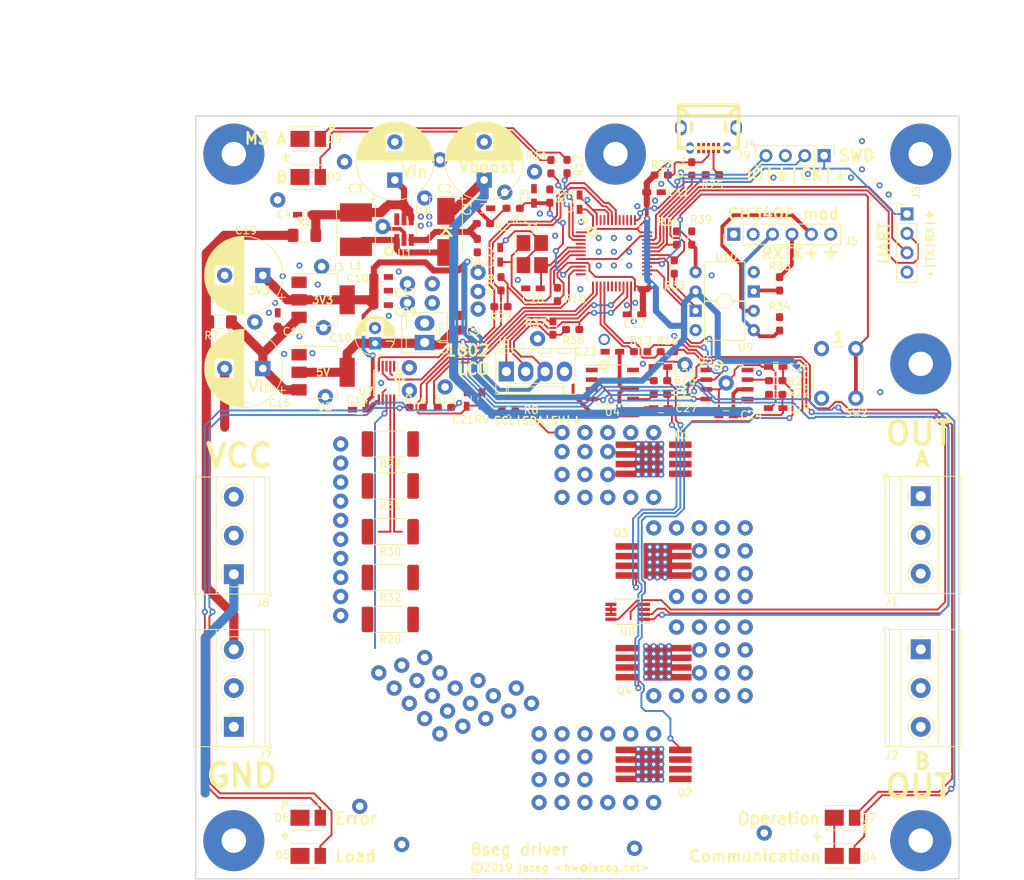
<source format=kicad_pcb>
(kicad_pcb (version 20171130) (host pcbnew "(5.0.1)")
  (layers (0 F.Cu signal) (31 B.Cu signal) (34 B.Paste user) (35 F.Paste user) (36 B.SilkS user) (37 F.SilkS user) (38 B.Mask user hide) (39 F.Mask user hide) (44 Edge.Cuts user))
  (net 0 "")
  (net 1 +VSW)
  (net 2 GND)
  (net 3 "Net-(C3-Pad1)")
  (net 4 /VBOOT_MON)
  (net 5 +5V)
  (net 6 +3V3)
  (net 7 "Net-(C15-Pad1)")
  (net 8 "Net-(C20-Pad2)")
  (net 9 /VIN_MON)
  (net 10 "Net-(C22-Pad1)")
  (net 11 "Net-(D1-Pad2)")
  (net 12 "Net-(D2-Pad2)")
  (net 13 "Net-(D4-Pad2)")
  (net 14 "Net-(D5-Pad2)")
  (net 15 "Net-(D6-Pad2)")
  (net 16 "Net-(D7-Pad2)")
  (net 17 "Net-(D9-Pad2)")
  (net 18 /UART_TX)
  (net 19 /UART_RX)
  (net 20 "Net-(J4-Pad4)")
  (net 21 "Net-(J4-Pad1)")
  (net 22 "Net-(J4-Pad2)")
  (net 23 "Net-(J4-Pad3)")
  (net 24 "Net-(J5-Pad1)")
  (net 25 "Net-(J5-Pad2)")
  (net 26 "Net-(J5-Pad3)")
  (net 27 "Net-(J5-Pad4)")
  (net 28 /ISO_5V)
  (net 29 /ISO_GND)
  (net 30 /SCL_LCD)
  (net 31 /SDA_LCD)
  (net 32 "Net-(R2-Pad1)")
  (net 33 "Net-(R10-Pad1)")
  (net 34 /LED0)
  (net 35 /LED2)
  (net 36 /LED3)
  (net 37 /LED4)
  (net 38 /LED5)
  (net 39 /LED6)
  (net 40 /USB_DP)
  (net 41 /USB_DM)
  (net 42 /SDA_INA)
  (net 43 /SCL_INA)
  (net 44 "Net-(R33-Pad2)")
  (net 45 "Net-(R35-Pad1)")
  (net 46 "Net-(R36-Pad1)")
  (net 47 /SW1)
  (net 48 "Net-(U6-Pad4)")
  (net 49 "Net-(U6-Pad12)")
  (net 50 "Net-(U6-Pad25)")
  (net 51 "Net-(U6-Pad38)")
  (net 52 "Net-(U6-Pad39)")
  (net 53 "Net-(U6-Pad40)")
  (net 54 "Net-(U6-Pad41)")
  (net 55 "Net-(U6-Pad45)")
  (net 56 "Net-(U6-Pad46)")
  (net 57 "Net-(U7-Pad3)")
  (net 58 "Net-(U8-Pad3)")
  (net 59 /DRV1F)
  (net 60 /DRV2F)
  (net 61 /DRV3F)
  (net 62 /DRV4F)
  (net 63 /OUT_A)
  (net 64 /OUT_B)
  (net 65 /VIN)
  (net 66 /GND_MEAS)
  (net 67 /DRV1)
  (net 68 /DRV2)
  (net 69 /DRV3)
  (net 70 /DRV4)
  (net 71 /CTRL_B)
  (net 72 /CTRL_A)
  (net 73 /SWCLK)
  (net 74 /SWDIO)
  (net 75 "Net-(U6-Pad18)")
  (net 76 "Net-(U6-Pad20)")
  (net 77 "Net-(U6-Pad17)")
  (net 78 "Net-(U6-Pad19)")
  (net 79 "Net-(U6-Pad27)")
  (module MountingHole:MountingHole_3.2mm_M3 (layer F.Cu) (at 125 60)
    (fp_text reference H5 hide)
    (fp_text value MountingHole)
    (pad 1 np_thru_hole circle (at 0 0) (size 8 8) (drill 3.2) (layers *.Cu *.Mask))
  )
  (module footprints:microusb_ali_dovetail (layer F.Cu) (at 137.2 59.2)
    (fp_text reference J4 (at 5.4 -0.5) (layer F.SilkS))
    (fp_text value USB_B_Micro hide)
    (pad 5 smd rect (at -1.3 0) (size 0.4 1.35) (layers F.Cu F.Paste F.Mask) (net 2 GND))
    (pad 4 smd rect (at -0.65 0) (size 0.4 1.35) (layers F.Cu F.Paste F.Mask) (net 20 "Net-(J4-Pad4)"))
    (pad 1 smd rect (at 1.3 0) (size 0.4 1.35) (layers F.Cu F.Paste F.Mask) (net 21 "Net-(J4-Pad1)"))
    (pad 2 smd rect (at 0.65 0) (size 0.4 1.35) (layers F.Cu F.Paste F.Mask) (net 22 "Net-(J4-Pad2)"))
    (pad 3 smd rect (at 0 0) (size 0.4 1.35) (layers F.Cu F.Paste F.Mask) (net 23 "Net-(J4-Pad3)"))
    (pad 6 thru_hole oval (at 3.625 -2.65) (size 1.5 2) (drill 1.1) (layers *.Cu *.Mask) (net 2 GND))
    (pad 6 thru_hole oval (at 2.425 0) (size 1 1.5) (drill 0.7) (layers *.Cu *.Mask) (net 2 GND))
    (pad 6 thru_hole oval (at -2.425 0) (size 1 1.5) (drill 0.7) (layers *.Cu *.Mask) (net 2 GND))
    (pad 6 thru_hole oval (at -3.625 -2.65) (size 1.5 2) (drill 1.1) (layers *.Cu *.Mask) (net 2 GND))
  )
  (module "footprints:Toshiba SOP Advance" (layer F.Cu) (at 130 100 90)
    (fp_text reference Q1 (at 3.2 3.8 180) (layer F.SilkS))
    (fp_text value TPHR6503PL)
    (pad 1 smd rect (at 0 -0.55 90) (size 4.7 3.75) (layers F.Cu F.Paste F.Mask) (net 65 /VIN))
    (pad 3 smd rect (at -1.905 3.5 90) (size 0.85 2.95) (layers F.Cu F.Paste F.Mask) (net 63 /OUT_A))
    (pad 3 smd rect (at -0.635 3.5 90) (size 0.85 2.95) (layers F.Cu F.Paste F.Mask) (net 63 /OUT_A))
    (pad 3 smd rect (at 0.635 3.5 90) (size 0.85 2.95) (layers F.Cu F.Paste F.Mask) (net 63 /OUT_A))
    (pad 2 smd rect (at 1.905 3.5 90) (size 0.85 2.95) (layers F.Cu F.Paste F.Mask) (net 62 /DRV4F))
    (pad 1 smd rect (at 1.905 -3.475 90) (size 0.85 3) (layers F.Cu F.Paste F.Mask) (net 65 /VIN))
    (pad 1 smd rect (at 0.635 -3.475 90) (size 0.85 3) (layers F.Cu F.Paste F.Mask) (net 65 /VIN))
    (pad 1 smd rect (at -0.635 -3.475 90) (size 0.85 3) (layers F.Cu F.Paste F.Mask) (net 65 /VIN))
    (pad 1 smd rect (at -1.905 -3.475 90) (size 0.85 3) (layers F.Cu F.Paste F.Mask) (net 65 /VIN))
  )
  (module "footprints:Toshiba SOP Advance" (layer F.Cu) (at 130 140 90)
    (fp_text reference Q2 (at -3.7 4.1 180) (layer F.SilkS))
    (fp_text value TPHR6503PL)
    (pad 1 smd rect (at 0 -0.55 90) (size 4.7 3.75) (layers F.Cu F.Paste F.Mask) (net 65 /VIN))
    (pad 3 smd rect (at -1.905 3.5 90) (size 0.85 2.95) (layers F.Cu F.Paste F.Mask) (net 64 /OUT_B))
    (pad 3 smd rect (at -0.635 3.5 90) (size 0.85 2.95) (layers F.Cu F.Paste F.Mask) (net 64 /OUT_B))
    (pad 3 smd rect (at 0.635 3.5 90) (size 0.85 2.95) (layers F.Cu F.Paste F.Mask) (net 64 /OUT_B))
    (pad 2 smd rect (at 1.905 3.5 90) (size 0.85 2.95) (layers F.Cu F.Paste F.Mask) (net 60 /DRV2F))
    (pad 1 smd rect (at 1.905 -3.475 90) (size 0.85 3) (layers F.Cu F.Paste F.Mask) (net 65 /VIN))
    (pad 1 smd rect (at 0.635 -3.475 90) (size 0.85 3) (layers F.Cu F.Paste F.Mask) (net 65 /VIN))
    (pad 1 smd rect (at -0.635 -3.475 90) (size 0.85 3) (layers F.Cu F.Paste F.Mask) (net 65 /VIN))
    (pad 1 smd rect (at -1.905 -3.475 90) (size 0.85 3) (layers F.Cu F.Paste F.Mask) (net 65 /VIN))
  )
  (module "footprints:Toshiba SOP Advance" (layer F.Cu) (at 130 113.3333 270)
    (fp_text reference Q3 (at -3.6333 4.3) (layer F.SilkS))
    (fp_text value TPHR6503PL)
    (pad 1 smd rect (at 0 -0.55 270) (size 4.7 3.75) (layers F.Cu F.Paste F.Mask) (net 63 /OUT_A))
    (pad 3 smd rect (at -1.905 3.5 270) (size 0.85 2.95) (layers F.Cu F.Paste F.Mask) (net 66 /GND_MEAS))
    (pad 3 smd rect (at -0.635 3.5 270) (size 0.85 2.95) (layers F.Cu F.Paste F.Mask) (net 66 /GND_MEAS))
    (pad 3 smd rect (at 0.635 3.5 270) (size 0.85 2.95) (layers F.Cu F.Paste F.Mask) (net 66 /GND_MEAS))
    (pad 2 smd rect (at 1.905 3.5 270) (size 0.85 2.95) (layers F.Cu F.Paste F.Mask) (net 61 /DRV3F))
    (pad 1 smd rect (at 1.905 -3.475 270) (size 0.85 3) (layers F.Cu F.Paste F.Mask) (net 63 /OUT_A))
    (pad 1 smd rect (at 0.635 -3.475 270) (size 0.85 3) (layers F.Cu F.Paste F.Mask) (net 63 /OUT_A))
    (pad 1 smd rect (at -0.635 -3.475 270) (size 0.85 3) (layers F.Cu F.Paste F.Mask) (net 63 /OUT_A))
    (pad 1 smd rect (at -1.905 -3.475 270) (size 0.85 3) (layers F.Cu F.Paste F.Mask) (net 63 /OUT_A))
  )
  (module "footprints:Toshiba SOP Advance" (layer F.Cu) (at 130 126.6667 270)
    (fp_text reference Q4 (at 3.7333 3.8) (layer F.SilkS))
    (fp_text value TPHR6503PL)
    (pad 1 smd rect (at 0 -0.55 270) (size 4.7 3.75) (layers F.Cu F.Paste F.Mask) (net 64 /OUT_B))
    (pad 3 smd rect (at -1.905 3.5 270) (size 0.85 2.95) (layers F.Cu F.Paste F.Mask) (net 66 /GND_MEAS))
    (pad 3 smd rect (at -0.635 3.5 270) (size 0.85 2.95) (layers F.Cu F.Paste F.Mask) (net 66 /GND_MEAS))
    (pad 3 smd rect (at 0.635 3.5 270) (size 0.85 2.95) (layers F.Cu F.Paste F.Mask) (net 66 /GND_MEAS))
    (pad 2 smd rect (at 1.905 3.5 270) (size 0.85 2.95) (layers F.Cu F.Paste F.Mask) (net 59 /DRV1F))
    (pad 1 smd rect (at 1.905 -3.475 270) (size 0.85 3) (layers F.Cu F.Paste F.Mask) (net 64 /OUT_B))
    (pad 1 smd rect (at 0.635 -3.475 270) (size 0.85 3) (layers F.Cu F.Paste F.Mask) (net 64 /OUT_B))
    (pad 1 smd rect (at -0.635 -3.475 270) (size 0.85 3) (layers F.Cu F.Paste F.Mask) (net 64 /OUT_B))
    (pad 1 smd rect (at -1.905 -3.475 270) (size 0.85 3) (layers F.Cu F.Paste F.Mask) (net 64 /OUT_B))
  )
  (module Capacitors_SMD:C_0603_HandSoldering (layer F.Cu) (at 107.7 67.1)
    (fp_text reference C1 (at -2.1 0 90) (layer F.SilkS))
    (fp_text value 10u)
    (pad 1 smd rect (at -0.95 0) (size 1.2 0.75) (layers F.Cu F.Paste F.Mask) (net 1 +VSW))
    (pad 2 smd rect (at 0.95 0) (size 1.2 0.75) (layers F.Cu F.Paste F.Mask) (net 2 GND))
  )
  (module Capacitors_SMD:C_0603_HandSoldering (layer F.Cu) (at 84.3 67.95 180)
    (fp_text reference C4 (at 2.7 0.05 180) (layer F.SilkS))
    (fp_text value 10u)
    (pad 1 smd rect (at -0.95 0 180) (size 1.2 0.75) (layers F.Cu F.Paste F.Mask) (net 3 "Net-(C3-Pad1)"))
    (pad 2 smd rect (at 0.95 0 180) (size 1.2 0.75) (layers F.Cu F.Paste F.Mask) (net 2 GND))
  )
  (module Capacitors_SMD:C_0603_HandSoldering (layer F.Cu) (at 114.325001 65.474999 90)
    (fp_text reference C5 (at 0 -1.25 90) (layer F.SilkS))
    (fp_text value 100n)
    (pad 1 smd rect (at -0.95 0 90) (size 1.2 0.75) (layers F.Cu F.Paste F.Mask) (net 4 /VBOOT_MON))
    (pad 2 smd rect (at 0.95 0 90) (size 1.2 0.75) (layers F.Cu F.Paste F.Mask) (net 2 GND))
  )
  (module Capacitors_SMD:C_0603_HandSoldering (layer F.Cu) (at 104.6 82.1 90)
    (fp_text reference C9 (at -1.15 1.75 180) (layer F.SilkS))
    (fp_text value 10u)
    (pad 1 smd rect (at -0.95 0 90) (size 1.2 0.75) (layers F.Cu F.Paste F.Mask) (net 5 +5V))
    (pad 2 smd rect (at 0.95 0 90) (size 1.2 0.75) (layers F.Cu F.Paste F.Mask) (net 2 GND))
  )
  (module Capacitor_THT:CP_Radial_D5.0mm_P2.00mm (layer F.Cu) (at 93.5 84.8 90)
    (fp_text reference C10 (at 0.7 -4.5 180) (layer F.SilkS))
    (fp_text value 22u)
    (pad 1 thru_hole rect (at 0 0 90) (size 1.6 1.6) (drill 0.8) (layers *.Cu *.Mask) (net 5 +5V))
    (pad 2 thru_hole circle (at 2 0 90) (size 1.6 1.6) (drill 0.8) (layers *.Cu *.Mask) (net 2 GND))
  )
  (module Capacitors_SMD:C_0603_HandSoldering (layer F.Cu) (at 130.05 65)
    (fp_text reference C11 (at 3.25 0) (layer F.SilkS))
    (fp_text value 100n)
    (pad 2 smd rect (at 0.95 0) (size 1.2 0.75) (layers F.Cu F.Paste F.Mask) (net 2 GND))
    (pad 1 smd rect (at -0.95 0) (size 1.2 0.75) (layers F.Cu F.Paste F.Mask) (net 6 +3V3))
  )
  (module Capacitors_SMD:C_0603_HandSoldering (layer F.Cu) (at 127.5 81 180)
    (fp_text reference C12 (at 0 -1.25 180) (layer F.SilkS))
    (fp_text value 100n)
    (pad 1 smd rect (at -0.95 0 180) (size 1.2 0.75) (layers F.Cu F.Paste F.Mask) (net 6 +3V3))
    (pad 2 smd rect (at 0.95 0 180) (size 1.2 0.75) (layers F.Cu F.Paste F.Mask) (net 2 GND))
  )
  (module Capacitors_SMD:C_0603_HandSoldering (layer F.Cu) (at 120.3 66.3 90)
    (fp_text reference C13 (at 0 -1.25 90) (layer F.SilkS))
    (fp_text value 100n)
    (pad 2 smd rect (at 0.95 0 90) (size 1.2 0.75) (layers F.Cu F.Paste F.Mask) (net 2 GND))
    (pad 1 smd rect (at -0.95 0 90) (size 1.2 0.75) (layers F.Cu F.Paste F.Mask) (net 6 +3V3))
  )
  (module Capacitors_SMD:C_0603_HandSoldering (layer F.Cu) (at 91.5 93.5 180)
    (fp_text reference C14 (at 0.3 1.3 180) (layer F.SilkS))
    (fp_text value 100n)
    (pad 1 smd rect (at -0.95 0 180) (size 1.2 0.75) (layers F.Cu F.Paste F.Mask) (net 6 +3V3))
    (pad 2 smd rect (at 0.95 0 180) (size 1.2 0.75) (layers F.Cu F.Paste F.Mask) (net 2 GND))
  )
  (module Capacitors_SMD:C_0603_HandSoldering (layer F.Cu) (at 80.75 81.75 90)
    (fp_text reference C16 (at -1.5 2.1 180) (layer F.SilkS))
    (fp_text value 1u)
    (pad 1 smd rect (at -0.95 0 90) (size 1.2 0.75) (layers F.Cu F.Paste F.Mask) (net 7 "Net-(C15-Pad1)"))
    (pad 2 smd rect (at 0.95 0 90) (size 1.2 0.75) (layers F.Cu F.Paste F.Mask) (net 2 GND))
  )
  (module Capacitors_SMD:C_0603_HandSoldering (layer F.Cu) (at 94.3 77.9)
    (fp_text reference C17 (at 3.2 0.3) (layer F.SilkS))
    (fp_text value 1u)
    (pad 2 smd rect (at 0.95 0) (size 1.2 0.75) (layers F.Cu F.Paste F.Mask) (net 2 GND))
    (pad 1 smd rect (at -0.95 0) (size 1.2 0.75) (layers F.Cu F.Paste F.Mask) (net 6 +3V3))
  )
  (module Capacitors_SMD:C_0603_HandSoldering (layer F.Cu) (at 94.3 76.1)
    (fp_text reference C18 (at -3.1 0.2) (layer F.SilkS))
    (fp_text value 10u)
    (pad 2 smd rect (at 0.95 0) (size 1.2 0.75) (layers F.Cu F.Paste F.Mask) (net 2 GND))
    (pad 1 smd rect (at -0.95 0) (size 1.2 0.75) (layers F.Cu F.Paste F.Mask) (net 6 +3V3))
  )
  (module Capacitors_SMD:C_0603_HandSoldering (layer F.Cu) (at 114.2 77.6)
    (fp_text reference C20 (at 0 1.5) (layer F.SilkS))
    (fp_text value 12p)
    (pad 2 smd rect (at 0.95 0) (size 1.2 0.75) (layers F.Cu F.Paste F.Mask) (net 8 "Net-(C20-Pad2)"))
    (pad 1 smd rect (at -0.95 0) (size 1.2 0.75) (layers F.Cu F.Paste F.Mask) (net 2 GND))
  )
  (module Capacitors_SMD:C_0603_HandSoldering (layer F.Cu) (at 105.5 92.1 90)
    (fp_text reference C21 (at -2.7 -0.45 180) (layer F.SilkS))
    (fp_text value 100n)
    (pad 2 smd rect (at 0.95 0 90) (size 1.2 0.75) (layers F.Cu F.Paste F.Mask) (net 2 GND))
    (pad 1 smd rect (at -0.95 0 90) (size 1.2 0.75) (layers F.Cu F.Paste F.Mask) (net 9 /VIN_MON))
  )
  (module Capacitors_SMD:C_0603_HandSoldering (layer F.Cu) (at 109.9 73.2 90)
    (fp_text reference C22 (at -0.3 -1.3 270) (layer F.SilkS))
    (fp_text value 12p)
    (pad 1 smd rect (at -0.95 0 90) (size 1.2 0.75) (layers F.Cu F.Paste F.Mask) (net 10 "Net-(C22-Pad1)"))
    (pad 2 smd rect (at 0.95 0 90) (size 1.2 0.75) (layers F.Cu F.Paste F.Mask) (net 2 GND))
  )
  (module Capacitors_SMD:C_0603_HandSoldering (layer F.Cu) (at 124.6 85.9 180)
    (fp_text reference C23 (at 3.5 0 180) (layer F.SilkS))
    (fp_text value 100n)
    (pad 2 smd rect (at 0.95 0 180) (size 1.2 0.75) (layers F.Cu F.Paste F.Mask) (net 2 GND))
    (pad 1 smd rect (at -0.95 0 180) (size 1.2 0.75) (layers F.Cu F.Paste F.Mask) (net 1 +VSW))
  )
  (module Capacitors_SMD:C_0603_HandSoldering (layer F.Cu) (at 139.5 94.25 180)
    (fp_text reference C24 (at -3.3 0.05 180) (layer F.SilkS))
    (fp_text value 100n)
    (pad 1 smd rect (at -0.95 0 180) (size 1.2 0.75) (layers F.Cu F.Paste F.Mask) (net 1 +VSW))
    (pad 2 smd rect (at 0.95 0 180) (size 1.2 0.75) (layers F.Cu F.Paste F.Mask) (net 2 GND))
  )
  (module Capacitors_SMD:C_0603_HandSoldering (layer F.Cu) (at 130.9 87.9 180)
    (fp_text reference C25 (at -3.15 -0.825 180) (layer F.SilkS))
    (fp_text value 0)
    (pad 2 smd rect (at 0.95 0 180) (size 1.2 0.75) (layers F.Cu F.Paste F.Mask) (net 2 GND))
    (pad 1 smd rect (at -0.95 0 180) (size 1.2 0.75) (layers F.Cu F.Paste F.Mask) (net 59 /DRV1F))
  )
  (module Capacitors_SMD:C_0603_HandSoldering (layer F.Cu) (at 146 87.9 180)
    (fp_text reference C26 (at -3 -0.1 180) (layer F.SilkS))
    (fp_text value 0)
    (pad 2 smd rect (at 0.95 0 180) (size 1.2 0.75) (layers F.Cu F.Paste F.Mask) (net 2 GND))
    (pad 1 smd rect (at -0.95 0 180) (size 1.2 0.75) (layers F.Cu F.Paste F.Mask) (net 60 /DRV2F))
  )
  (module Capacitors_SMD:C_0603_HandSoldering (layer F.Cu) (at 130.95 93.3)
    (fp_text reference C27 (at 3.35 0) (layer F.SilkS))
    (fp_text value 0)
    (pad 1 smd rect (at -0.95 0) (size 1.2 0.75) (layers F.Cu F.Paste F.Mask) (net 2 GND))
    (pad 2 smd rect (at 0.95 0) (size 1.2 0.75) (layers F.Cu F.Paste F.Mask) (net 61 /DRV3F))
  )
  (module Capacitors_SMD:C_0603_HandSoldering (layer F.Cu) (at 146 93.3)
    (fp_text reference C28 (at 3 0.1) (layer F.SilkS))
    (fp_text value 0)
    (pad 2 smd rect (at 0.95 0) (size 1.2 0.75) (layers F.Cu F.Paste F.Mask) (net 62 /DRV4F))
    (pad 1 smd rect (at -0.95 0) (size 1.2 0.75) (layers F.Cu F.Paste F.Mask) (net 2 GND))
  )
  (module Capacitors_SMD:C_0603_HandSoldering (layer F.Cu) (at 94.3 79.8)
    (fp_text reference C29 (at 3.2 0.9) (layer F.SilkS))
    (fp_text value 100n)
    (pad 2 smd rect (at 0.95 0) (size 1.2 0.75) (layers F.Cu F.Paste F.Mask) (net 2 GND))
    (pad 1 smd rect (at -0.95 0) (size 1.2 0.75) (layers F.Cu F.Paste F.Mask) (net 6 +3V3))
  )
  (module Diode_SMD:D_SMB_Handsoldering (layer F.Cu) (at 102.8 70.2 270)
    (fp_text reference D1 (at -2.95 3.1) (layer F.SilkS))
    (fp_text value "2A schottky")
    (pad 1 smd rect (at -2.7 0 270) (size 3.5 2.3) (layers F.Cu F.Paste F.Mask) (net 1 +VSW))
    (pad 2 smd rect (at 2.7 0 270) (size 3.5 2.3) (layers F.Cu F.Paste F.Mask) (net 11 "Net-(D1-Pad2)"))
  )
  (module LED_SMD:LED_PLCC_2835_Handsoldering (layer F.Cu) (at 85 63)
    (fp_text reference D2 (at 3.2 0) (layer F.SilkS))
    (fp_text value cyan)
    (pad 2 smd rect (at 1.33 0 180) (size 1.5 2.1) (layers F.Cu F.Paste F.Mask) (net 12 "Net-(D2-Pad2)"))
    (pad 1 smd rect (at -1.33 0 180) (size 2.5 2.1) (layers F.Cu F.Paste F.Mask) (net 2 GND))
  )
  (module LED_SMD:LED_PLCC_2835_Handsoldering (layer F.Cu) (at 155 152)
    (fp_text reference D4 (at 3.3 0.2) (layer F.SilkS))
    (fp_text value cyan)
    (pad 1 smd rect (at -1.33 0 180) (size 2.5 2.1) (layers F.Cu F.Paste F.Mask) (net 2 GND))
    (pad 2 smd rect (at 1.33 0 180) (size 1.5 2.1) (layers F.Cu F.Paste F.Mask) (net 13 "Net-(D4-Pad2)"))
  )
  (module LED_SMD:LED_PLCC_2835_Handsoldering (layer F.Cu) (at 85 152)
    (fp_text reference D5 (at -3.6 -0.1) (layer F.SilkS))
    (fp_text value cyan)
    (pad 2 smd rect (at 1.33 0 180) (size 1.5 2.1) (layers F.Cu F.Paste F.Mask) (net 14 "Net-(D5-Pad2)"))
    (pad 1 smd rect (at -1.33 0 180) (size 2.5 2.1) (layers F.Cu F.Paste F.Mask) (net 2 GND))
  )
  (module LED_SMD:LED_PLCC_2835_Handsoldering (layer F.Cu) (at 85 147)
    (fp_text reference D6 (at -3.7 0) (layer F.SilkS))
    (fp_text value pink)
    (pad 2 smd rect (at 1.33 0 180) (size 1.5 2.1) (layers F.Cu F.Paste F.Mask) (net 15 "Net-(D6-Pad2)"))
    (pad 1 smd rect (at -1.33 0 180) (size 2.5 2.1) (layers F.Cu F.Paste F.Mask) (net 2 GND))
  )
  (module LED_SMD:LED_PLCC_2835_Handsoldering (layer F.Cu) (at 155 147)
    (fp_text reference D7 (at 3.2 0) (layer F.SilkS))
    (fp_text value pink)
    (pad 1 smd rect (at -1.33 0 180) (size 2.5 2.1) (layers F.Cu F.Paste F.Mask) (net 2 GND))
    (pad 2 smd rect (at 1.33 0 180) (size 1.5 2.1) (layers F.Cu F.Paste F.Mask) (net 16 "Net-(D7-Pad2)"))
  )
  (module LED_SMD:LED_PLCC_2835_Handsoldering (layer F.Cu) (at 85 58)
    (fp_text reference D9 (at 3.2 0) (layer F.SilkS))
    (fp_text value pink)
    (pad 1 smd rect (at -1.33 0 180) (size 2.5 2.1) (layers F.Cu F.Paste F.Mask) (net 2 GND))
    (pad 2 smd rect (at 1.33 0 180) (size 1.5 2.1) (layers F.Cu F.Paste F.Mask) (net 17 "Net-(D9-Pad2)"))
  )
  (module TerminalBlock_Phoenix:TerminalBlock_Phoenix_MKDS-1,5-3-5.08_1x03_P5.08mm_Horizontal (layer F.Cu) (at 165 104.84 270)
    (fp_text reference J1 (at 13.76 3.8) (layer F.SilkS))
    (fp_text value OUT_A)
    (pad 1 thru_hole rect (at 0 0 270) (size 2.6 2.6) (drill 1.3) (layers *.Cu *.Mask) (net 63 /OUT_A))
    (pad 2 thru_hole circle (at 5.08 0 270) (size 2.6 2.6) (drill 1.3) (layers *.Cu *.Mask) (net 63 /OUT_A))
    (pad 3 thru_hole circle (at 10.16 0 270) (size 2.6 2.6) (drill 1.3) (layers *.Cu *.Mask) (net 63 /OUT_A))
  )
  (module TerminalBlock_Phoenix:TerminalBlock_Phoenix_MKDS-1,5-3-5.08_1x03_P5.08mm_Horizontal (layer F.Cu) (at 165 124.92 270)
    (fp_text reference J2 (at 13.88 3.8) (layer F.SilkS))
    (fp_text value OUT_B)
    (pad 3 thru_hole circle (at 10.16 0 270) (size 2.6 2.6) (drill 1.3) (layers *.Cu *.Mask) (net 64 /OUT_B))
    (pad 2 thru_hole circle (at 5.08 0 270) (size 2.6 2.6) (drill 1.3) (layers *.Cu *.Mask) (net 64 /OUT_B))
    (pad 1 thru_hole rect (at 0 0 270) (size 2.6 2.6) (drill 1.3) (layers *.Cu *.Mask) (net 64 /OUT_B))
  )
  (module Connectors_Molex:Molex_KK-6410-04_04x2.54mm_Straight (layer F.Cu) (at 110.7 88.5)
    (fp_text reference J6 (at -0.45 -4 180) (layer F.SilkS))
    (fp_text value "1602 I2C LCD")
    (pad 4 thru_hole oval (at 7.62 0) (size 2 2.6) (drill 1.2) (layers *.Cu *.Mask) (net 2 GND))
    (pad 3 thru_hole oval (at 5.08 0) (size 2 2.6) (drill 1.2) (layers *.Cu *.Mask) (net 5 +5V))
    (pad 2 thru_hole oval (at 2.54 0) (size 2 2.6) (drill 1.2) (layers *.Cu *.Mask) (net 31 /SDA_LCD))
    (pad 1 thru_hole rect (at 0 0) (size 2 2.6) (drill 1.2) (layers *.Cu *.Mask) (net 30 /SCL_LCD))
  )
  (module TerminalBlock_Phoenix:TerminalBlock_Phoenix_MKDS-1,5-3-5.08_1x03_P5.08mm_Horizontal (layer F.Cu) (at 75 135.08 90)
    (fp_text reference J7 (at -3.72 4.1 180) (layer F.SilkS))
    (fp_text value IN_VCC)
    (pad 3 thru_hole circle (at 10.16 0 90) (size 2.6 2.6) (drill 1.3) (layers *.Cu *.Mask) (net 65 /VIN))
    (pad 2 thru_hole circle (at 5.08 0 90) (size 2.6 2.6) (drill 1.3) (layers *.Cu *.Mask) (net 65 /VIN))
    (pad 1 thru_hole rect (at 0 0 90) (size 2.6 2.6) (drill 1.3) (layers *.Cu *.Mask) (net 65 /VIN))
  )
  (module TerminalBlock_Phoenix:TerminalBlock_Phoenix_MKDS-1,5-3-5.08_1x03_P5.08mm_Horizontal (layer F.Cu) (at 75 115.08 90)
    (fp_text reference J8 (at -3.72 3.8 180) (layer F.SilkS))
    (fp_text value IN_GND)
    (pad 1 thru_hole rect (at 0 0 90) (size 2.6 2.6) (drill 1.3) (layers *.Cu *.Mask) (net 2 GND))
    (pad 2 thru_hole circle (at 5.08 0 90) (size 2.6 2.6) (drill 1.3) (layers *.Cu *.Mask) (net 2 GND))
    (pad 3 thru_hole circle (at 10.16 0 90) (size 2.6 2.6) (drill 1.3) (layers *.Cu *.Mask) (net 2 GND))
  )
  (module Inductor_SMD:L_Taiyo-Yuden_NR-50xx_HandSoldering (layer F.Cu) (at 91 69.9 270)
    (fp_text reference L1 (at 4.7 0) (layer F.SilkS))
    (fp_text value 10u)
    (pad 1 smd rect (at -2.25 0 270) (size 2.4 4.2) (layers F.Cu F.Paste F.Mask) (net 3 "Net-(C3-Pad1)"))
    (pad 2 smd rect (at 2.25 0 270) (size 2.4 4.2) (layers F.Cu F.Paste F.Mask) (net 11 "Net-(D1-Pad2)"))
  )
  (module Resistor_SMD:R_0603_1608Metric_Pad1.05x0.95mm_HandSolder (layer F.Cu) (at 107.7 69.1)
    (fp_text reference R2 (at 2.45 0.45) (layer F.SilkS))
    (fp_text value 100k)
    (pad 2 smd roundrect (at 0.875 0) (size 1.05 0.95) (layers F.Cu F.Paste F.Mask) (net 1 +VSW))
    (pad 1 smd roundrect (at -0.875 0) (size 1.05 0.95) (layers F.Cu F.Paste F.Mask) (net 32 "Net-(R2-Pad1)"))
  )
  (module Resistor_SMD:R_0603_1608Metric_Pad1.05x0.95mm_HandSolder (layer F.Cu) (at 111.6 67.1)
    (fp_text reference R3 (at 0.8 1.5) (layer F.SilkS))
    (fp_text value 47k)
    (pad 1 smd roundrect (at -0.875 0) (size 1.05 0.95) (layers F.Cu F.Paste F.Mask) (net 1 +VSW))
    (pad 2 smd roundrect (at 0.875 0) (size 1.05 0.95) (layers F.Cu F.Paste F.Mask) (net 4 /VBOOT_MON))
  )
  (module Resistor_SMD:R_0603_1608Metric_Pad1.05x0.95mm_HandSolder (layer F.Cu) (at 106.9 72 90)
    (fp_text reference R4 (at -2.3 -0.05 180) (layer F.SilkS))
    (fp_text value 3k3)
    (pad 2 smd roundrect (at 0.875 0 90) (size 1.05 0.95) (layers F.Cu F.Paste F.Mask) (net 32 "Net-(R2-Pad1)"))
    (pad 1 smd roundrect (at -0.875 0 90) (size 1.05 0.95) (layers F.Cu F.Paste F.Mask) (net 2 GND))
  )
  (module Resistor_SMD:R_0603_1608Metric_Pad1.05x0.95mm_HandSolder (layer F.Cu) (at 116.4 65.5 270)
    (fp_text reference R5 (at 0 -1.43 270) (layer F.SilkS))
    (fp_text value 10k)
    (pad 1 smd roundrect (at -0.875 0 270) (size 1.05 0.95) (layers F.Cu F.Paste F.Mask) (net 2 GND))
    (pad 2 smd roundrect (at 0.875 0 270) (size 1.05 0.95) (layers F.Cu F.Paste F.Mask) (net 4 /VBOOT_MON))
  )
  (module Resistor_SMD:R_1206_3216Metric_Pad1.42x1.75mm_HandSolder (layer F.Cu) (at 73.2 82)
    (fp_text reference R7 (at -1.1 1.8) (layer F.SilkS))
    (fp_text value "10R .5W")
    (pad 1 smd roundrect (at -1.4875 0) (size 1.425 1.75) (layers F.Cu F.Paste F.Mask) (roundrect_rratio 0.175439) (net 65 /VIN))
    (pad 2 smd roundrect (at 1.4875 0) (size 1.425 1.75) (layers F.Cu F.Paste F.Mask) (roundrect_rratio 0.175439) (net 7 "Net-(C15-Pad1)"))
  )
  (module Resistor_SMD:R_0603_1608Metric_Pad1.05x0.95mm_HandSolder (layer F.Cu) (at 111 93.7 180)
    (fp_text reference R8 (at -2.95 0.15) (layer F.SilkS))
    (fp_text value 47k)
    (pad 2 smd roundrect (at 0.875 0 180) (size 1.05 0.95) (layers F.Cu F.Paste F.Mask) (net 9 /VIN_MON))
    (pad 1 smd roundrect (at -0.875 0 180) (size 1.05 0.95) (layers F.Cu F.Paste F.Mask) (net 65 /VIN))
  )
  (module Resistor_SMD:R_0603_1608Metric_Pad1.05x0.95mm_HandSolder (layer F.Cu) (at 107.5 92.1 270)
    (fp_text reference R9 (at 2.65 0) (layer F.SilkS))
    (fp_text value 10k)
    (pad 1 smd roundrect (at -0.875 0 270) (size 1.05 0.95) (layers F.Cu F.Paste F.Mask) (net 2 GND))
    (pad 2 smd roundrect (at 0.875 0 270) (size 1.05 0.95) (layers F.Cu F.Paste F.Mask) (net 9 /VIN_MON))
  )
  (module Resistor_SMD:R_0603_1608Metric_Pad1.05x0.95mm_HandSolder (layer F.Cu) (at 117.4 78.4 270)
    (fp_text reference R10 (at 0.6 -2.3 180) (layer F.SilkS))
    (fp_text value 10k)
    (pad 2 smd roundrect (at 0.875 0 270) (size 1.05 0.95) (layers F.Cu F.Paste F.Mask) (net 6 +3V3))
    (pad 1 smd roundrect (at -0.875 0 270) (size 1.05 0.95) (layers F.Cu F.Paste F.Mask) (net 33 "Net-(R10-Pad1)"))
  )
  (module Resistor_SMD:R_0603_1608Metric_Pad1.05x0.95mm_HandSolder (layer F.Cu) (at 116.55 61.65 90)
    (fp_text reference R11 (at 1.45 -1.85 180) (layer F.SilkS))
    (fp_text value 150)
    (pad 1 smd roundrect (at -0.875 0 90) (size 1.05 0.95) (layers F.Cu F.Paste F.Mask) (net 34 /LED0))
    (pad 2 smd roundrect (at 0.875 0 90) (size 1.05 0.95) (layers F.Cu F.Paste F.Mask) (net 12 "Net-(D2-Pad2)"))
  )
  (module Resistor_SMD:R_0603_1608Metric_Pad1.05x0.95mm_HandSolder (layer F.Cu) (at 128.3 85.9)
    (fp_text reference R13 (at 0 -1.43) (layer F.SilkS))
    (fp_text value 150)
    (pad 1 smd roundrect (at -0.875 0) (size 1.05 0.95) (layers F.Cu F.Paste F.Mask) (net 35 /LED2))
    (pad 2 smd roundrect (at 0.875 0) (size 1.05 0.95) (layers F.Cu F.Paste F.Mask) (net 16 "Net-(D7-Pad2)"))
  )
  (module Resistor_SMD:R_0603_1608Metric_Pad1.05x0.95mm_HandSolder (layer F.Cu) (at 98.9 93.2 180)
    (fp_text reference R14 (at 0.05 1.05 180) (layer F.SilkS))
    (fp_text value 150)
    (pad 2 smd roundrect (at 0.875 0 180) (size 1.05 0.95) (layers F.Cu F.Paste F.Mask) (net 14 "Net-(D5-Pad2)"))
    (pad 1 smd roundrect (at -0.875 0 180) (size 1.05 0.95) (layers F.Cu F.Paste F.Mask) (net 36 /LED3))
  )
  (module Resistor_SMD:R_0603_1608Metric_Pad1.05x0.95mm_HandSolder (layer F.Cu) (at 102.6 93.2)
    (fp_text reference R15 (at 0.05 -1.1) (layer F.SilkS))
    (fp_text value 150)
    (pad 1 smd roundrect (at -0.875 0) (size 1.05 0.95) (layers F.Cu F.Paste F.Mask) (net 37 /LED4))
    (pad 2 smd roundrect (at 0.875 0) (size 1.05 0.95) (layers F.Cu F.Paste F.Mask) (net 15 "Net-(D6-Pad2)"))
  )
  (module Resistor_SMD:R_0603_1608Metric_Pad1.05x0.95mm_HandSolder (layer F.Cu) (at 131.8 85.9)
    (fp_text reference R16 (at 0 -1.43) (layer F.SilkS))
    (fp_text value 150)
    (pad 2 smd roundrect (at 0.875 0) (size 1.05 0.95) (layers F.Cu F.Paste F.Mask) (net 13 "Net-(D4-Pad2)"))
    (pad 1 smd roundrect (at -0.875 0) (size 1.05 0.95) (layers F.Cu F.Paste F.Mask) (net 38 /LED5))
  )
  (module Resistor_SMD:R_0603_1608Metric_Pad1.05x0.95mm_HandSolder (layer F.Cu) (at 118.655001 61.624999 90)
    (fp_text reference R17 (at 0.124999 1.544999 90) (layer F.SilkS))
    (fp_text value 150)
    (pad 1 smd roundrect (at -0.875 0 90) (size 1.05 0.95) (layers F.Cu F.Paste F.Mask) (net 39 /LED6))
    (pad 2 smd roundrect (at 0.875 0 90) (size 1.05 0.95) (layers F.Cu F.Paste F.Mask) (net 17 "Net-(D9-Pad2)"))
  )
  (module Resistor_SMD:R_0603_1608Metric_Pad1.05x0.95mm_HandSolder (layer F.Cu) (at 130.9 89.7 180)
    (fp_text reference R19 (at -3.175 -0.325 180) (layer F.SilkS))
    (fp_text value 0R)
    (pad 1 smd roundrect (at -0.875 0 180) (size 1.05 0.95) (layers F.Cu F.Paste F.Mask) (net 59 /DRV1F))
    (pad 2 smd roundrect (at 0.875 0 180) (size 1.05 0.95) (layers F.Cu F.Paste F.Mask) (net 67 /DRV1))
  )
  (module Resistor_SMD:R_0603_1608Metric_Pad1.05x0.95mm_HandSolder (layer F.Cu) (at 146 89.7 180)
    (fp_text reference R20 (at -3 -0.1) (layer F.SilkS))
    (fp_text value 0R)
    (pad 2 smd roundrect (at 0.875 0 180) (size 1.05 0.95) (layers F.Cu F.Paste F.Mask) (net 68 /DRV2))
    (pad 1 smd roundrect (at -0.875 0 180) (size 1.05 0.95) (layers F.Cu F.Paste F.Mask) (net 60 /DRV2F))
  )
  (module Resistor_SMD:R_0603_1608Metric_Pad1.05x0.95mm_HandSolder (layer F.Cu) (at 130.9 91.5 180)
    (fp_text reference R21 (at -3 -0.05 180) (layer F.SilkS))
    (fp_text value 0R)
    (pad 1 smd roundrect (at -0.875 0 180) (size 1.05 0.95) (layers F.Cu F.Paste F.Mask) (net 61 /DRV3F))
    (pad 2 smd roundrect (at 0.875 0 180) (size 1.05 0.95) (layers F.Cu F.Paste F.Mask) (net 69 /DRV3))
  )
  (module Resistor_SMD:R_0603_1608Metric_Pad1.05x0.95mm_HandSolder (layer F.Cu) (at 146 91.5 180)
    (fp_text reference R22 (at -3 0.2 180) (layer F.SilkS))
    (fp_text value 0R)
    (pad 2 smd roundrect (at 0.875 0 180) (size 1.05 0.95) (layers F.Cu F.Paste F.Mask) (net 70 /DRV4))
    (pad 1 smd roundrect (at -0.875 0 180) (size 1.05 0.95) (layers F.Cu F.Paste F.Mask) (net 62 /DRV4F))
  )
  (module Resistor_SMD:R_0603_1608Metric_Pad1.05x0.95mm_HandSolder (layer F.Cu) (at 131 62.75 180)
    (fp_text reference R23 (at -0.1 1.35 180) (layer F.SilkS))
    (fp_text value 1k5)
    (pad 1 smd roundrect (at -0.875 0 180) (size 1.05 0.95) (layers F.Cu F.Paste F.Mask) (net 23 "Net-(J4-Pad3)"))
    (pad 2 smd roundrect (at 0.875 0 180) (size 1.05 0.95) (layers F.Cu F.Paste F.Mask) (net 6 +3V3))
  )
  (module Resistor_SMD:R_0603_1608Metric_Pad1.05x0.95mm_HandSolder (layer F.Cu) (at 135 61.95 270)
    (fp_text reference R24 (at -0.25 1.2 270) (layer F.SilkS))
    (fp_text value 22)
    (pad 2 smd roundrect (at 0.875 0 270) (size 1.05 0.95) (layers F.Cu F.Paste F.Mask) (net 40 /USB_DP))
    (pad 1 smd roundrect (at -0.875 0 270) (size 1.05 0.95) (layers F.Cu F.Paste F.Mask) (net 23 "Net-(J4-Pad3)"))
  )
  (module Resistor_SMD:R_0603_1608Metric_Pad1.05x0.95mm_HandSolder (layer F.Cu) (at 137.7 62.7)
    (fp_text reference R25 (at 0 1.4) (layer F.SilkS))
    (fp_text value 22)
    (pad 1 smd roundrect (at -0.875 0) (size 1.05 0.95) (layers F.Cu F.Paste F.Mask) (net 41 /USB_DM))
    (pad 2 smd roundrect (at 0.875 0) (size 1.05 0.95) (layers F.Cu F.Paste F.Mask) (net 22 "Net-(J4-Pad2)"))
  )
  (module Resistor_SMD:R_0603_1608Metric_Pad1.05x0.95mm_HandSolder (layer F.Cu) (at 110 77 270)
    (fp_text reference R26 (at 0.1 1.45 270) (layer F.SilkS))
    (fp_text value 1k5)
    (pad 1 smd roundrect (at -0.875 0 270) (size 1.05 0.95) (layers F.Cu F.Paste F.Mask) (net 6 +3V3))
    (pad 2 smd roundrect (at 0.875 0 270) (size 1.05 0.95) (layers F.Cu F.Paste F.Mask) (net 42 /SDA_INA))
  )
  (module Resistor_SMD:R_0603_1608Metric_Pad1.05x0.95mm_HandSolder (layer F.Cu) (at 110 80 180)
    (fp_text reference R27 (at 0 -1.43 180) (layer F.SilkS))
    (fp_text value 1k5)
    (pad 2 smd roundrect (at 0.875 0 180) (size 1.05 0.95) (layers F.Cu F.Paste F.Mask) (net 43 /SCL_INA))
    (pad 1 smd roundrect (at -0.875 0 180) (size 1.05 0.95) (layers F.Cu F.Paste F.Mask) (net 6 +3V3))
  )
  (module Resistor_SMD:R_2512_6332Metric_Pad1.52x3.35mm_HandSolder (layer F.Cu) (at 95.5 121 180)
    (fp_text reference R28 (at 0 -2.62 180) (layer F.SilkS))
    (fp_text value "5mR 1W 2512")
    (pad 2 smd roundrect (at 2.9875 0 180) (size 1.525 3.35) (layers F.Cu F.Paste F.Mask) (roundrect_rratio 0.163934) (net 2 GND))
    (pad 1 smd roundrect (at -2.9875 0 180) (size 1.525 3.35) (layers F.Cu F.Paste F.Mask) (roundrect_rratio 0.163934) (net 66 /GND_MEAS))
  )
  (module Resistor_SMD:R_2512_6332Metric_Pad1.52x3.35mm_HandSolder (layer F.Cu) (at 95.5 98 180)
    (fp_text reference R29 (at 0 -2.62 180) (layer F.SilkS))
    (fp_text value "5mR 1W")
    (pad 1 smd roundrect (at -2.9875 0 180) (size 1.525 3.35) (layers F.Cu F.Paste F.Mask) (roundrect_rratio 0.163934) (net 66 /GND_MEAS))
    (pad 2 smd roundrect (at 2.9875 0 180) (size 1.525 3.35) (layers F.Cu F.Paste F.Mask) (roundrect_rratio 0.163934) (net 2 GND))
  )
  (module Resistor_SMD:R_2512_6332Metric_Pad1.52x3.35mm_HandSolder (layer F.Cu) (at 95.5 109.5 180)
    (fp_text reference R30 (at 0 -2.62 180) (layer F.SilkS))
    (fp_text value "5mR 1W")
    (pad 1 smd roundrect (at -2.9875 0 180) (size 1.525 3.35) (layers F.Cu F.Paste F.Mask) (roundrect_rratio 0.163934) (net 66 /GND_MEAS))
    (pad 2 smd roundrect (at 2.9875 0 180) (size 1.525 3.35) (layers F.Cu F.Paste F.Mask) (roundrect_rratio 0.163934) (net 2 GND))
  )
  (module Resistor_SMD:R_2512_6332Metric_Pad1.52x3.35mm_HandSolder (layer F.Cu) (at 95.5 103.5 180)
    (fp_text reference R31 (at 0 -2.62 180) (layer F.SilkS))
    (fp_text value "5mR 1W")
    (pad 2 smd roundrect (at 2.9875 0 180) (size 1.525 3.35) (layers F.Cu F.Paste F.Mask) (roundrect_rratio 0.163934) (net 2 GND))
    (pad 1 smd roundrect (at -2.9875 0 180) (size 1.525 3.35) (layers F.Cu F.Paste F.Mask) (roundrect_rratio 0.163934) (net 66 /GND_MEAS))
  )
  (module Resistor_SMD:R_2512_6332Metric_Pad1.52x3.35mm_HandSolder (layer F.Cu) (at 95.5 115.5 180)
    (fp_text reference R32 (at 0 -2.62 180) (layer F.SilkS))
    (fp_text value "5mR 1W")
    (pad 1 smd roundrect (at -2.9875 0 180) (size 1.525 3.35) (layers F.Cu F.Paste F.Mask) (roundrect_rratio 0.163934) (net 66 /GND_MEAS))
    (pad 2 smd roundrect (at 2.9875 0 180) (size 1.525 3.35) (layers F.Cu F.Paste F.Mask) (roundrect_rratio 0.163934) (net 2 GND))
  )
  (module Resistor_SMD:R_0603_1608Metric_Pad1.05x0.95mm_HandSolder (layer F.Cu) (at 132.7 74.8 270)
    (fp_text reference R33 (at 2.45 -0.05) (layer F.SilkS))
    (fp_text value 390)
    (pad 1 smd roundrect (at -0.875 0 270) (size 1.05 0.95) (layers F.Cu F.Paste F.Mask) (net 18 /UART_TX))
    (pad 2 smd roundrect (at 0.875 0 270) (size 1.05 0.95) (layers F.Cu F.Paste F.Mask) (net 44 "Net-(R33-Pad2)"))
  )
  (module Resistor_SMD:R_0603_1608Metric_Pad1.05x0.95mm_HandSolder (layer F.Cu) (at 146.5 82.25 90)
    (fp_text reference R34 (at 2.25 0 180) (layer F.SilkS))
    (fp_text value 720)
    (pad 1 smd roundrect (at -0.875 0 90) (size 1.05 0.95) (layers F.Cu F.Paste F.Mask) (net 26 "Net-(J5-Pad3)"))
    (pad 2 smd roundrect (at 0.875 0 90) (size 1.05 0.95) (layers F.Cu F.Paste F.Mask) (net 29 /ISO_GND))
  )
  (module Resistor_SMD:R_0603_1608Metric_Pad1.05x0.95mm_HandSolder (layer F.Cu) (at 146.5 77 90)
    (fp_text reference R35 (at 2.3 0.05 180) (layer F.SilkS))
    (fp_text value 390)
    (pad 2 smd roundrect (at 0.875 0 90) (size 1.05 0.95) (layers F.Cu F.Paste F.Mask) (net 27 "Net-(J5-Pad4)"))
    (pad 1 smd roundrect (at -0.875 0 90) (size 1.05 0.95) (layers F.Cu F.Paste F.Mask) (net 45 "Net-(R35-Pad1)"))
  )
  (module Resistor_SMD:R_0603_1608Metric_Pad1.05x0.95mm_HandSolder (layer F.Cu) (at 133 71 270)
    (fp_text reference R36 (at -2.1 1) (layer F.SilkS))
    (fp_text value 10k)
    (pad 1 smd roundrect (at -0.875 0 270) (size 1.05 0.95) (layers F.Cu F.Paste F.Mask) (net 46 "Net-(R36-Pad1)"))
    (pad 2 smd roundrect (at 0.875 0 270) (size 1.05 0.95) (layers F.Cu F.Paste F.Mask) (net 19 /UART_RX))
  )
  (module Resistor_SMD:R_0603_1608Metric_Pad1.05x0.95mm_HandSolder (layer F.Cu) (at 116.8 82.8 270)
    (fp_text reference R37 (at -0.65 2.25) (layer F.SilkS))
    (fp_text value 1k5)
    (pad 2 smd roundrect (at 0.875 0 270) (size 1.05 0.95) (layers F.Cu F.Paste F.Mask) (net 5 +5V))
    (pad 1 smd roundrect (at -0.875 0 270) (size 1.05 0.95) (layers F.Cu F.Paste F.Mask) (net 30 /SCL_LCD))
  )
  (module Resistor_SMD:R_0603_1608Metric_Pad1.05x0.95mm_HandSolder (layer F.Cu) (at 119.4 83 180)
    (fp_text reference R38 (at -0.1 -1.4 180) (layer F.SilkS))
    (fp_text value 1k5)
    (pad 1 smd roundrect (at -0.875 0 180) (size 1.05 0.95) (layers F.Cu F.Paste F.Mask) (net 31 /SDA_LCD))
    (pad 2 smd roundrect (at 0.875 0 180) (size 1.05 0.95) (layers F.Cu F.Paste F.Mask) (net 5 +5V))
  )
  (module Resistor_SMD:R_0603_1608Metric_Pad1.05x0.95mm_HandSolder (layer F.Cu) (at 135 71 270)
    (fp_text reference R39 (at -2.4 -1.2) (layer F.SilkS))
    (fp_text value 680)
    (pad 2 smd roundrect (at 0.875 0 270) (size 1.05 0.95) (layers F.Cu F.Paste F.Mask) (net 46 "Net-(R36-Pad1)"))
    (pad 1 smd roundrect (at -0.875 0 270) (size 1.05 0.95) (layers F.Cu F.Paste F.Mask) (net 2 GND))
  )
  (module Button_Switch_THT:SW_PUSH_6mm (layer F.Cu) (at 152 92 90)
    (fp_text reference SW2 (at -1.9 4.55) (layer F.SilkS))
    (fp_text value SW_Push)
    (pad 1 thru_hole circle (at 6.5 0 180) (size 2 2) (drill 1.1) (layers *.Cu *.Mask) (net 2 GND))
    (pad 2 thru_hole circle (at 6.5 4.5 180) (size 2 2) (drill 1.1) (layers *.Cu *.Mask) (net 47 /SW1))
    (pad 1 thru_hole circle (at 0 0 180) (size 2 2) (drill 1.1) (layers *.Cu *.Mask) (net 2 GND))
    (pad 2 thru_hole circle (at 0 4.5 180) (size 2 2) (drill 1.1) (layers *.Cu *.Mask) (net 47 /SW1))
  )
  (module Package_TO_SOT_SMD:SOT-23-6_Handsoldering (layer F.Cu) (at 97.3 69.9 90)
    (fp_text reference U1 (at -3.1 0.1 180) (layer F.SilkS))
    (fp_text value MT3608)
    (pad 1 smd rect (at -1.35 -0.95 90) (size 1.56 0.65) (layers F.Cu F.Paste F.Mask) (net 11 "Net-(D1-Pad2)"))
    (pad 2 smd rect (at -1.35 0 90) (size 1.56 0.65) (layers F.Cu F.Paste F.Mask) (net 2 GND))
    (pad 3 smd rect (at -1.35 0.95 90) (size 1.56 0.65) (layers F.Cu F.Paste F.Mask) (net 32 "Net-(R2-Pad1)"))
    (pad 4 smd rect (at 1.35 0.95 90) (size 1.56 0.65) (layers F.Cu F.Paste F.Mask) (net 3 "Net-(C3-Pad1)"))
    (pad 6 smd rect (at 1.35 -0.95 90) (size 1.56 0.65) (layers F.Cu F.Paste F.Mask))
    (pad 5 smd rect (at 1.35 0 90) (size 1.56 0.65) (layers F.Cu F.Paste F.Mask) (net 3 "Net-(C3-Pad1)"))
  )
  (module Package_TO_SOT_SMD:SOT-223-3_TabPin2 (layer F.Cu) (at 86.7 88.6)
    (fp_text reference U2 (at 0.2 4.5) (layer F.SilkS))
    (fp_text value AMS1117-5.0)
    (pad 1 smd rect (at -3.15 -2.3) (size 2 1.5) (layers F.Cu F.Paste F.Mask) (net 2 GND))
    (pad 3 smd rect (at -3.15 2.3) (size 2 1.5) (layers F.Cu F.Paste F.Mask) (net 7 "Net-(C15-Pad1)"))
    (pad 2 smd rect (at -3.15 0) (size 2 1.5) (layers F.Cu F.Paste F.Mask) (net 5 +5V))
    (pad 2 smd rect (at 3.15 0) (size 2 3.8) (layers F.Cu F.Paste F.Mask) (net 5 +5V))
  )
  (module Package_TO_SOT_SMD:SOT-223-3_TabPin2 (layer F.Cu) (at 86.7 79.1)
    (fp_text reference U3 (at 1.75 -4.25) (layer F.SilkS))
    (fp_text value AMS1117-3.3)
    (pad 2 smd rect (at 3.15 0) (size 2 3.8) (layers F.Cu F.Paste F.Mask) (net 6 +3V3))
    (pad 2 smd rect (at -3.15 0) (size 2 1.5) (layers F.Cu F.Paste F.Mask) (net 6 +3V3))
    (pad 3 smd rect (at -3.15 2.3) (size 2 1.5) (layers F.Cu F.Paste F.Mask) (net 7 "Net-(C15-Pad1)"))
    (pad 1 smd rect (at -3.15 -2.3) (size 2 1.5) (layers F.Cu F.Paste F.Mask) (net 2 GND))
  )
  (module Package_QFP:LQFP-48_7x7mm_P0.5mm (layer F.Cu) (at 124.8 73)
    (fp_text reference U6 (at -4.3 -4.4) (layer F.SilkS))
    (fp_text value STM32F103C8Tx)
    (pad 1 smd rect (at -4.35 -2.75) (size 1.3 0.25) (layers F.Cu F.Paste F.Mask) (net 6 +3V3))
    (pad 2 smd rect (at -4.35 -2.25) (size 1.3 0.25) (layers F.Cu F.Paste F.Mask) (net 39 /LED6))
    (pad 3 smd rect (at -4.35 -1.75) (size 1.3 0.25) (layers F.Cu F.Paste F.Mask) (net 34 /LED0))
    (pad 4 smd rect (at -4.35 -1.25) (size 1.3 0.25) (layers F.Cu F.Paste F.Mask) (net 48 "Net-(U6-Pad4)"))
    (pad 5 smd rect (at -4.35 -0.75) (size 1.3 0.25) (layers F.Cu F.Paste F.Mask) (net 8 "Net-(C20-Pad2)"))
    (pad 6 smd rect (at -4.35 -0.25) (size 1.3 0.25) (layers F.Cu F.Paste F.Mask) (net 10 "Net-(C22-Pad1)"))
    (pad 7 smd rect (at -4.35 0.25) (size 1.3 0.25) (layers F.Cu F.Paste F.Mask) (net 33 "Net-(R10-Pad1)"))
    (pad 8 smd rect (at -4.35 0.75) (size 1.3 0.25) (layers F.Cu F.Paste F.Mask) (net 2 GND))
    (pad 9 smd rect (at -4.35 1.25) (size 1.3 0.25) (layers F.Cu F.Paste F.Mask) (net 6 +3V3))
    (pad 10 smd rect (at -4.35 1.75) (size 1.3 0.25) (layers F.Cu F.Paste F.Mask) (net 4 /VBOOT_MON))
    (pad 11 smd rect (at -4.35 2.25) (size 1.3 0.25) (layers F.Cu F.Paste F.Mask) (net 9 /VIN_MON))
    (pad 12 smd rect (at -4.35 2.75) (size 1.3 0.25) (layers F.Cu F.Paste F.Mask) (net 49 "Net-(U6-Pad12)"))
    (pad 13 smd rect (at -2.75 4.35 90) (size 1.3 0.25) (layers F.Cu F.Paste F.Mask) (net 36 /LED3))
    (pad 14 smd rect (at -2.25 4.35 90) (size 1.3 0.25) (layers F.Cu F.Paste F.Mask) (net 37 /LED4))
    (pad 15 smd rect (at -1.75 4.35 90) (size 1.3 0.25) (layers F.Cu F.Paste F.Mask) (net 35 /LED2))
    (pad 16 smd rect (at -1.25 4.35 90) (size 1.3 0.25) (layers F.Cu F.Paste F.Mask) (net 38 /LED5))
    (pad 17 smd rect (at -0.75 4.35 90) (size 1.3 0.25) (layers F.Cu F.Paste F.Mask) (net 77 "Net-(U6-Pad17)"))
    (pad 18 smd rect (at -0.25 4.35 90) (size 1.3 0.25) (layers F.Cu F.Paste F.Mask) (net 75 "Net-(U6-Pad18)"))
    (pad 19 smd rect (at 0.25 4.35 90) (size 1.3 0.25) (layers F.Cu F.Paste F.Mask) (net 78 "Net-(U6-Pad19)"))
    (pad 20 smd rect (at 0.75 4.35 90) (size 1.3 0.25) (layers F.Cu F.Paste F.Mask) (net 76 "Net-(U6-Pad20)"))
    (pad 21 smd rect (at 1.25 4.35 90) (size 1.3 0.25) (layers F.Cu F.Paste F.Mask) (net 30 /SCL_LCD))
    (pad 22 smd rect (at 1.75 4.35 90) (size 1.3 0.25) (layers F.Cu F.Paste F.Mask) (net 31 /SDA_LCD))
    (pad 23 smd rect (at 2.25 4.35 90) (size 1.3 0.25) (layers F.Cu F.Paste F.Mask) (net 2 GND))
    (pad 24 smd rect (at 2.75 4.35 90) (size 1.3 0.25) (layers F.Cu F.Paste F.Mask) (net 6 +3V3))
    (pad 25 smd rect (at 4.35 2.75) (size 1.3 0.25) (layers F.Cu F.Paste F.Mask) (net 50 "Net-(U6-Pad25)"))
    (pad 26 smd rect (at 4.35 2.25) (size 1.3 0.25) (layers F.Cu F.Paste F.Mask) (net 71 /CTRL_B))
    (pad 27 smd rect (at 4.35 1.75) (size 1.3 0.25) (layers F.Cu F.Paste F.Mask) (net 79 "Net-(U6-Pad27)"))
    (pad 28 smd rect (at 4.35 1.25) (size 1.3 0.25) (layers F.Cu F.Paste F.Mask) (net 47 /SW1))
    (pad 29 smd rect (at 4.35 0.75) (size 1.3 0.25) (layers F.Cu F.Paste F.Mask) (net 72 /CTRL_A))
    (pad 30 smd rect (at 4.35 0.25) (size 1.3 0.25) (layers F.Cu F.Paste F.Mask) (net 18 /UART_TX))
    (pad 31 smd rect (at 4.35 -0.25) (size 1.3 0.25) (layers F.Cu F.Paste F.Mask) (net 19 /UART_RX))
    (pad 32 smd rect (at 4.35 -0.75) (size 1.3 0.25) (layers F.Cu F.Paste F.Mask) (net 41 /USB_DM))
    (pad 33 smd rect (at 4.35 -1.25) (size 1.3 0.25) (layers F.Cu F.Paste F.Mask) (net 40 /USB_DP))
    (pad 34 smd rect (at 4.35 -1.75) (size 1.3 0.25) (layers F.Cu F.Paste F.Mask) (net 74 /SWDIO))
    (pad 35 smd rect (at 4.35 -2.25) (size 1.3 0.25) (layers F.Cu F.Paste F.Mask) (net 2 GND))
    (pad 36 smd rect (at 4.35 -2.75) (size 1.3 0.25) (layers F.Cu F.Paste F.Mask) (net 6 +3V3))
    (pad 37 smd rect (at 2.75 -4.35 90) (size 1.3 0.25) (layers F.Cu F.Paste F.Mask) (net 73 /SWCLK))
    (pad 38 smd rect (at 2.25 -4.35 90) (size 1.3 0.25) (layers F.Cu F.Paste F.Mask) (net 51 "Net-(U6-Pad38)"))
    (pad 39 smd rect (at 1.75 -4.35 90) (size 1.3 0.25) (layers F.Cu F.Paste F.Mask) (net 52 "Net-(U6-Pad39)"))
    (pad 40 smd rect (at 1.25 -4.35 90) (size 1.3 0.25) (layers F.Cu F.Paste F.Mask) (net 53 "Net-(U6-Pad40)"))
    (pad 41 smd rect (at 0.75 -4.35 90) (size 1.3 0.25) (layers F.Cu F.Paste F.Mask) (net 54 "Net-(U6-Pad41)"))
    (pad 42 smd rect (at 0.25 -4.35 90) (size 1.3 0.25) (layers F.Cu F.Paste F.Mask) (net 43 /SCL_INA))
    (pad 43 smd rect (at -0.25 -4.35 90) (size 1.3 0.25) (layers F.Cu F.Paste F.Mask) (net 42 /SDA_INA))
    (pad 44 smd rect (at -0.75 -4.35 90) (size 1.3 0.25) (layers F.Cu F.Paste F.Mask) (net 2 GND))
    (pad 45 smd rect (at -1.25 -4.35 90) (size 1.3 0.25) (layers F.Cu F.Paste F.Mask) (net 55 "Net-(U6-Pad45)"))
    (pad 46 smd rect (at -1.75 -4.35 90) (size 1.3 0.25) (layers F.Cu F.Paste F.Mask) (net 56 "Net-(U6-Pad46)"))
    (pad 47 smd rect (at -2.25 -4.35 90) (size 1.3 0.25) (layers F.Cu F.Paste F.Mask) (net 2 GND))
    (pad 48 smd rect (at -2.75 -4.35 90) (size 1.3 0.25) (layers F.Cu F.Paste F.Mask) (net 6 +3V3))
  )
  (module Package_SO:MSOP-10_3x3mm_P0.5mm (layer F.Cu) (at 95 90 270)
    (fp_text reference U7 (at 1.1 2.7) (layer F.SilkS))
    (fp_text value INA226)
    (pad 1 smd rect (at -2.2 -1 270) (size 1.4 0.3) (layers F.Cu F.Paste F.Mask) (net 2 GND))
    (pad 2 smd rect (at -2.2 -0.5 270) (size 1.4 0.3) (layers F.Cu F.Paste F.Mask) (net 2 GND))
    (pad 3 smd rect (at -2.2 0 270) (size 1.4 0.3) (layers F.Cu F.Paste F.Mask) (net 57 "Net-(U7-Pad3)"))
    (pad 4 smd rect (at -2.2 0.5 270) (size 1.4 0.3) (layers F.Cu F.Paste F.Mask) (net 42 /SDA_INA))
    (pad 5 smd rect (at -2.2 1 270) (size 1.4 0.3) (layers F.Cu F.Paste F.Mask) (net 43 /SCL_INA))
    (pad 6 smd rect (at 2.2 1 270) (size 1.4 0.3) (layers F.Cu F.Paste F.Mask) (net 6 +3V3))
    (pad 7 smd rect (at 2.2 0.5 270) (size 1.4 0.3) (layers F.Cu F.Paste F.Mask) (net 2 GND))
    (pad 8 smd rect (at 2.2 0 270) (size 1.4 0.3) (layers F.Cu F.Paste F.Mask) (net 65 /VIN))
    (pad 9 smd rect (at 2.2 -0.5 270) (size 1.4 0.3) (layers F.Cu F.Paste F.Mask) (net 2 GND))
    (pad 10 smd rect (at 2.2 -1 270) (size 1.4 0.3) (layers F.Cu F.Paste F.Mask) (net 66 /GND_MEAS))
  )
  (module Package_DIP:DIP-4_W7.62mm (layer F.Cu) (at 135.5 80.54)
    (fp_text reference U9 (at 6.55 4.8) (layer F.SilkS))
    (fp_text value PC817)
    (pad 4 thru_hole oval (at 7.62 0) (size 1.6 1.6) (drill 0.8) (layers *.Cu *.Mask) (net 28 /ISO_5V))
    (pad 2 thru_hole oval (at 0 2.54) (size 1.6 1.6) (drill 0.8) (layers *.Cu *.Mask) (net 2 GND))
    (pad 3 thru_hole oval (at 7.62 2.54) (size 1.6 1.6) (drill 0.8) (layers *.Cu *.Mask) (net 26 "Net-(J5-Pad3)"))
    (pad 1 thru_hole rect (at 0 0) (size 1.6 1.6) (drill 0.8) (layers *.Cu *.Mask) (net 44 "Net-(R33-Pad2)"))
  )
  (module Package_DIP:DIP-4_W7.62mm (layer F.Cu) (at 143.12 78 180)
    (fp_text reference U10 (at 3.62 4.55 180) (layer F.SilkS))
    (fp_text value PC817)
    (pad 1 thru_hole rect (at 0 0 180) (size 1.6 1.6) (drill 0.8) (layers *.Cu *.Mask) (net 45 "Net-(R35-Pad1)"))
    (pad 3 thru_hole oval (at 7.62 2.54 180) (size 1.6 1.6) (drill 0.8) (layers *.Cu *.Mask) (net 46 "Net-(R36-Pad1)"))
    (pad 2 thru_hole oval (at 0 2.54 180) (size 1.6 1.6) (drill 0.8) (layers *.Cu *.Mask) (net 29 /ISO_GND))
    (pad 4 thru_hole oval (at 7.62 0 180) (size 1.6 1.6) (drill 0.8) (layers *.Cu *.Mask) (net 6 +3V3))
  )
  (module Crystal:Crystal_SMD_3225-4Pin_3.2x2.5mm_HandSoldering (layer F.Cu) (at 114.1 73.1 270)
    (fp_text reference Y1 (at -3.6 -0.1) (layer F.SilkS))
    (fp_text value 8MHz)
    (pad 1 smd rect (at -1.45 1.15 270) (size 2.1 1.8) (layers F.Cu F.Paste F.Mask) (net 10 "Net-(C22-Pad1)"))
    (pad 2 smd rect (at 1.45 1.15 270) (size 2.1 1.8) (layers F.Cu F.Paste F.Mask) (net 2 GND))
    (pad 3 smd rect (at 1.45 -1.15 270) (size 2.1 1.8) (layers F.Cu F.Paste F.Mask) (net 8 "Net-(C20-Pad2)"))
    (pad 4 smd rect (at -1.45 -1.15 270) (size 2.1 1.8) (layers F.Cu F.Paste F.Mask) (net 2 GND))
  )
  (module Pin_Headers:Pin_Header_Straight_1x06_Pitch2.54mm (layer F.Cu) (at 140.5 70.5 90)
    (fp_text reference J5 (at -0.9 15.4 180) (layer F.SilkS))
    (fp_text value "CH340E module")
    (pad 1 thru_hole rect (at 0 0 90) (size 1.7 1.7) (drill 1) (layers *.Cu *.Mask) (net 24 "Net-(J5-Pad1)"))
    (pad 2 thru_hole oval (at 0 2.54 90) (size 1.7 1.7) (drill 1) (layers *.Cu *.Mask) (net 25 "Net-(J5-Pad2)"))
    (pad 3 thru_hole oval (at 0 5.08 90) (size 1.7 1.7) (drill 1) (layers *.Cu *.Mask) (net 26 "Net-(J5-Pad3)"))
    (pad 4 thru_hole oval (at 0 7.62 90) (size 1.7 1.7) (drill 1) (layers *.Cu *.Mask) (net 27 "Net-(J5-Pad4)"))
    (pad 5 thru_hole oval (at 0 10.16 90) (size 1.7 1.7) (drill 1) (layers *.Cu *.Mask) (net 28 /ISO_5V))
    (pad 6 thru_hole oval (at 0 12.7 90) (size 1.7 1.7) (drill 1) (layers *.Cu *.Mask) (net 29 /ISO_GND))
  )
  (module Pin_Headers:Pin_Header_Straight_1x04_Pitch2.54mm (layer F.Cu) (at 163.2 67.85)
    (fp_text reference J3 (at 1.2 -2.8 90) (layer F.SilkS))
    (fp_text value UART_DEBUG)
    (pad 1 thru_hole rect (at 0 0) (size 1.7 1.7) (drill 1) (layers *.Cu *.Mask) (net 6 +3V3))
    (pad 2 thru_hole oval (at 0 2.54) (size 1.7 1.7) (drill 1) (layers *.Cu *.Mask) (net 18 /UART_TX))
    (pad 3 thru_hole oval (at 0 5.08) (size 1.7 1.7) (drill 1) (layers *.Cu *.Mask) (net 19 /UART_RX))
    (pad 4 thru_hole oval (at 0 7.62) (size 1.7 1.7) (drill 1) (layers *.Cu *.Mask) (net 2 GND))
  )
  (module MountingHole:MountingHole_3.2mm_M3 (layer F.Cu) (at 75 60)
    (fp_text reference H1 hide)
    (fp_text value MountingHole)
    (pad 1 np_thru_hole circle (at 0 0) (size 8 8) (drill 3.2) (layers *.Cu *.Mask))
  )
  (module MountingHole:MountingHole_3.2mm_M3 (layer F.Cu) (at 165 60)
    (fp_text reference H2 hide)
    (fp_text value MountingHole)
    (pad 1 np_thru_hole circle (at 0 0) (size 8 8) (drill 3.2) (layers *.Cu *.Mask))
  )
  (module MountingHole:MountingHole_3.2mm_M3 (layer F.Cu) (at 75 150)
    (fp_text reference H3 hide)
    (fp_text value MountingHole)
    (pad 1 np_thru_hole circle (at 0 0) (size 8 8) (drill 3.2) (layers *.Cu *.Mask))
  )
  (module MountingHole:MountingHole_3.2mm_M3 (layer F.Cu) (at 165 150)
    (fp_text reference H4 hide)
    (fp_text value MountingHole)
    (pad 1 np_thru_hole circle (at 0 0) (size 8 8) (drill 3.2) (layers *.Cu *.Mask))
  )
  (module Package_SO:SOIC-8_3.9x4.9mm_P1.27mm (layer F.Cu) (at 124.6 90.2)
    (fp_text reference U4 (at 0 3.6) (layer F.SilkS))
    (fp_text value TC4427)
    (pad 8 smd rect (at 2.7 -1.905) (size 1.55 0.6) (layers F.Cu F.Paste F.Mask))
    (pad 7 smd rect (at 2.7 -0.635) (size 1.55 0.6) (layers F.Cu F.Paste F.Mask) (net 67 /DRV1))
    (pad 6 smd rect (at 2.7 0.635) (size 1.55 0.6) (layers F.Cu F.Paste F.Mask) (net 1 +VSW))
    (pad 5 smd rect (at 2.7 1.905) (size 1.55 0.6) (layers F.Cu F.Paste F.Mask) (net 69 /DRV3))
    (pad 4 smd rect (at -2.7 1.905) (size 1.55 0.6) (layers F.Cu F.Paste F.Mask) (net 71 /CTRL_B))
    (pad 3 smd rect (at -2.7 0.635) (size 1.55 0.6) (layers F.Cu F.Paste F.Mask) (net 2 GND))
    (pad 2 smd rect (at -2.7 -0.635) (size 1.55 0.6) (layers F.Cu F.Paste F.Mask) (net 72 /CTRL_A))
    (pad 1 smd rect (at -2.7 -1.905) (size 1.55 0.6) (layers F.Cu F.Paste F.Mask))
  )
  (module Package_SO:SOIC-8_3.9x4.9mm_P1.27mm (layer F.Cu) (at 139.6 90.2)
    (fp_text reference U5 (at -2.825 -3.175) (layer F.SilkS))
    (fp_text value TC4427)
    (pad 1 smd rect (at -2.7 -1.905) (size 1.55 0.6) (layers F.Cu F.Paste F.Mask))
    (pad 2 smd rect (at -2.7 -0.635) (size 1.55 0.6) (layers F.Cu F.Paste F.Mask) (net 71 /CTRL_B))
    (pad 3 smd rect (at -2.7 0.635) (size 1.55 0.6) (layers F.Cu F.Paste F.Mask) (net 2 GND))
    (pad 4 smd rect (at -2.7 1.905) (size 1.55 0.6) (layers F.Cu F.Paste F.Mask) (net 72 /CTRL_A))
    (pad 5 smd rect (at 2.7 1.905) (size 1.55 0.6) (layers F.Cu F.Paste F.Mask) (net 70 /DRV4))
    (pad 6 smd rect (at 2.7 0.635) (size 1.55 0.6) (layers F.Cu F.Paste F.Mask) (net 1 +VSW))
    (pad 7 smd rect (at 2.7 -0.635) (size 1.55 0.6) (layers F.Cu F.Paste F.Mask) (net 68 /DRV2))
    (pad 8 smd rect (at 2.7 -1.905) (size 1.55 0.6) (layers F.Cu F.Paste F.Mask))
  )
  (module Capacitor_THT:CP_Radial_D10.0mm_P5.00mm (layer F.Cu) (at 107.8 63.4 90)
    (fp_text reference C2 (at -1.1 -5.2 180) (layer F.SilkS))
    (fp_text value 470u)
    (pad 2 thru_hole circle (at 5 0 90) (size 2 2) (drill 1) (layers *.Cu *.Mask) (net 2 GND))
    (pad 1 thru_hole rect (at 0 0 90) (size 2 2) (drill 1) (layers *.Cu *.Mask) (net 1 +VSW))
  )
  (module Capacitor_THT:CP_Radial_D10.0mm_P5.00mm (layer F.Cu) (at 96.1 63.4 90)
    (fp_text reference C3 (at -1.1 -5.2 180) (layer F.SilkS))
    (fp_text value 470u)
    (pad 1 thru_hole rect (at 0 0 90) (size 2 2) (drill 1) (layers *.Cu *.Mask) (net 3 "Net-(C3-Pad1)"))
    (pad 2 thru_hole circle (at 5 0 90) (size 2 2) (drill 1) (layers *.Cu *.Mask) (net 2 GND))
  )
  (module Capacitor_THT:CP_Radial_D10.0mm_P5.00mm (layer F.Cu) (at 78.8 88.1 180)
    (fp_text reference C15 (at -2.2 -4.55 180) (layer F.SilkS))
    (fp_text value 100u)
    (pad 2 thru_hole circle (at 5 0 180) (size 2 2) (drill 1) (layers *.Cu *.Mask) (net 2 GND))
    (pad 1 thru_hole rect (at 0 0 180) (size 2 2) (drill 1) (layers *.Cu *.Mask) (net 7 "Net-(C15-Pad1)"))
  )
  (module Capacitor_THT:CP_Radial_D10.0mm_P5.00mm (layer F.Cu) (at 78.8 75.9 180)
    (fp_text reference C19 (at 2.2 5.9 180) (layer F.SilkS))
    (fp_text value 470u)
    (pad 1 thru_hole rect (at 0 0 180) (size 2 2) (drill 1) (layers *.Cu *.Mask) (net 6 +3V3))
    (pad 2 thru_hole circle (at 5 0 180) (size 2 2) (drill 1) (layers *.Cu *.Mask) (net 2 GND))
  )
  (module Pin_Headers:Pin_Header_Straight_1x04_Pitch2.54mm (layer F.Cu) (at 152.34 60.2 270)
    (fp_text reference J9 (at 0 10.54) (layer F.SilkS))
    (fp_text value SWD)
    (pad 1 thru_hole rect (at 0 0 270) (size 1.7 1.7) (drill 1) (layers *.Cu *.Mask) (net 6 +3V3))
    (pad 2 thru_hole oval (at 0 2.54 270) (size 1.7 1.7) (drill 1) (layers *.Cu *.Mask) (net 73 /SWCLK))
    (pad 3 thru_hole oval (at 0 5.08 270) (size 1.7 1.7) (drill 1) (layers *.Cu *.Mask) (net 2 GND))
    (pad 4 thru_hole oval (at 0 7.62 270) (size 1.7 1.7) (drill 1) (layers *.Cu *.Mask) (net 74 /SWDIO))
  )
  (module Resistor_SMD:R_1206_3216Metric_Pad1.42x1.75mm_HandSolder (layer F.Cu) (at 84.25 70.65)
    (fp_text reference R1 (at 0 -1.82) (layer F.SilkS))
    (fp_text value "10R .5W")
    (pad 1 smd roundrect (at -1.4875 0) (size 1.425 1.75) (layers F.Cu F.Paste F.Mask) (roundrect_rratio 0.175439) (net 65 /VIN))
    (pad 2 smd roundrect (at 1.4875 0) (size 1.425 1.75) (layers F.Cu F.Paste F.Mask) (roundrect_rratio 0.175439) (net 3 "Net-(C3-Pad1)"))
  )
  (module Connectors_Molex:Molex_KK-6410-02_02x2.54mm_Straight (layer F.Cu) (at 100 84.7 90)
    (fp_text reference J10 (at 1 -4.5 90) (layer F.SilkS))
    (fp_text value FAN)
    (pad 1 thru_hole rect (at 0 0 90) (size 2 2.6) (drill 1.2) (layers *.Cu *.Mask) (net 5 +5V))
    (pad 2 thru_hole oval (at 2.54 0 90) (size 2 2.6) (drill 1.2) (layers *.Cu *.Mask) (net 2 GND))
  )
  (module Package_SO:MSOP-8_3x3mm_P0.65mm (layer F.Cu) (at 126.6 119.99995 180)
    (fp_text reference U8 (at 0 -2.6 180) (layer F.SilkS))
    (fp_text value MCP9804_MSOP)
    (pad 1 smd rect (at -2.2 -0.975 180) (size 1.45 0.45) (layers F.Cu F.Paste F.Mask) (net 42 /SDA_INA))
    (pad 2 smd rect (at -2.2 -0.325 180) (size 1.45 0.45) (layers F.Cu F.Paste F.Mask) (net 43 /SCL_INA))
    (pad 3 smd rect (at -2.2 0.325 180) (size 1.45 0.45) (layers F.Cu F.Paste F.Mask) (net 58 "Net-(U8-Pad3)"))
    (pad 4 smd rect (at -2.2 0.975 180) (size 1.45 0.45) (layers F.Cu F.Paste F.Mask) (net 66 /GND_MEAS))
    (pad 5 smd rect (at 2.2 0.975 180) (size 1.45 0.45) (layers F.Cu F.Paste F.Mask) (net 66 /GND_MEAS))
    (pad 6 smd rect (at 2.2 0.325 180) (size 1.45 0.45) (layers F.Cu F.Paste F.Mask) (net 66 /GND_MEAS))
    (pad 7 smd rect (at 2.2 -0.325 180) (size 1.45 0.45) (layers F.Cu F.Paste F.Mask) (net 66 /GND_MEAS))
    (pad 8 smd rect (at 2.2 -0.975 180) (size 1.45 0.45) (layers F.Cu F.Paste F.Mask) (net 6 +3V3))
  )
  (module MountingHole:MountingHole_3.2mm_M3 (layer F.Cu) (at 165 87.5)
    (fp_text reference H6 hide)
    (fp_text value MountingHole)
    (pad "" np_thru_hole circle (at 0 0) (size 8 8) (drill 3.2) (layers *.Cu *.Mask))
  )
  (gr_text +|TX|RX|⏚ (at 166.2 71.85 90) (layer F.SilkS) (effects (font (size 1 1) (thickness 0.2))))
  (gr_circle (center 96.7 89.3) (end 97.25 89.3) (layer F.SilkS) (width 0.3))
  (gr_text Vin (at 78.6 90.5) (layer F.SilkS) (effects (font (size 1.5 1.5) (thickness 0.3))))
  (gr_text UART (at 160.25 71.6 90) (layer F.SilkS) (effects (font (size 1.5 1.5) (thickness 0.3))))
  (gr_text Vboost (at 108.2 61.7) (layer F.SilkS) (effects (font (size 1.5 1.5) (thickness 0.3))))
  (gr_text Vin (at 98.7 62.3) (layer F.SilkS) (effects (font (size 1.5 1.5) (thickness 0.3))))
  (gr_line (start 102.1 69.7) (end 103.5 69.7) (layer F.SilkS) (width 0.3))
  (gr_line (start 102.8 69.9) (end 102.1 70.7) (layer F.SilkS) (width 0.3))
  (gr_line (start 103.5 70.7) (end 102.8 69.9) (layer F.SilkS) (width 0.3))
  (gr_line (start 102.2 70.7) (end 103.5 70.7) (layer F.SilkS) (width 0.3))
  (gr_text 3V3 (at 86.625 79.125) (layer F.SilkS) (effects (font (size 1 1) (thickness 0.2))))
  (gr_text 5V (at 86.675 88.6) (layer F.SilkS) (effects (font (size 1 1) (thickness 0.2))))
  (gr_text 3V3 (at 78.325 77.925) (layer F.SilkS) (effects (font (size 1 1) (thickness 0.2))))
  (gr_text 1 (at 154.2 83.975) (layer F.SilkS) (effects (font (size 1.5 1.5) (thickness 0.3))))
  (gr_text B (at 81.275 62.975) (layer F.SilkS) (effects (font (size 1.5 1.5) (thickness 0.3))))
  (gr_text A (at 81.25 57.975) (layer F.SilkS) (effects (font (size 1.5 1.5) (thickness 0.3))))
  (gr_text Load (at 90.95 152.05) (layer F.SilkS) (effects (font (size 1.5 1.5) (thickness 0.3))))
  (gr_text Error (at 91 147.1) (layer F.SilkS) (effects (font (size 1.5 1.5) (thickness 0.3))))
  (gr_text Communication (at 143.275 152.025) (layer F.SilkS) (effects (font (size 1.5 1.5) (thickness 0.3))))
  (gr_text Operation (at 146.4 147.1) (layer F.SilkS) (effects (font (size 1.5 1.5) (thickness 0.3))))
  (gr_text M3 (at 78.025 57.95) (layer F.SilkS) (effects (font (size 1.5 1.5) (thickness 0.3))))
  (gr_text "©2019 jaseg <hw@jaseg.net>" (at 117.75 153.525) (layer F.SilkS) (effects (font (size 1 1) (thickness 0.2))))
  (gr_text "8seg driver" (at 112.425 151.15) (layer F.SilkS) (effects (font (size 1.5 1.5) (thickness 0.3))))
  (gr_circle (center 95.325 72.725) (end 95.875 72.725) (layer F.SilkS) (width 0.3))
  (gr_circle (center 138.45 87.625) (end 139 87.625) (layer F.SilkS) (width 0.3))
  (gr_circle (center 123.575 87.625) (end 124.125 87.625) (layer F.SilkS) (width 0.3))
  (gr_circle (center 122 70.225) (end 122.55 70.225) (layer F.SilkS) (width 0.3))
  (gr_text ⏚ (at 81.825 60.4) (layer F.SilkS) (effects (font (size 1 1) (thickness 0.2))))
  (gr_text ⏚ (at 81.7 149.35) (layer F.SilkS) (effects (font (size 1 1) (thickness 0.2))))
  (gr_text ⏚ (at 151.45 149.475) (layer F.SilkS) (effects (font (size 1 1) (thickness 0.2))))
  (gr_text P (at 157.825 148.475) (layer F.SilkS) (effects (font (size 1 1) (thickness 0.2))))
  (gr_text P (at 81.65 145.425) (layer F.SilkS) (effects (font (size 1 1) (thickness 0.2))))
  (gr_text P (at 87.875 56.675) (layer F.SilkS) (effects (font (size 1 1) (thickness 0.2))))
  (gr_text SCL|SDA|5V|⏚ (at 114.8 94.95) (layer F.SilkS) (effects (font (size 1 1) (thickness 0.2))))
  (gr_text "1602\nLCD" (at 108.65 86.95) (layer F.SilkS) (effects (font (size 1.5 1.5) (thickness 0.3)) (justify right)))
  (gr_text "CH340E mod" (at 147 67.85) (layer F.SilkS) (effects (font (size 1.5 1.5) (thickness 0.3))))
  (gr_text RX (at 145.525 73.025) (layer F.SilkS) (effects (font (size 1.5 1.5) (thickness 0.3))))
  (gr_text TX (at 148.275 73.05) (layer F.SilkS) (effects (font (size 1.5 1.5) (thickness 0.3))))
  (gr_text + (at 150.675 72.85) (layer F.SilkS) (effects (font (size 1.5 1.5) (thickness 0.3))))
  (gr_text ⏚ (at 153.225 73) (layer F.SilkS) (effects (font (size 1.5 1.5) (thickness 0.3))))
  (gr_text IO|⏚|CK|+ (at 148.8 62.7) (layer F.SilkS) (effects (font (size 1.5 1.5) (thickness 0.3))))
  (gr_text SWD (at 156.6 60.2) (layer F.SilkS) (effects (font (size 1.5 1.5) (thickness 0.3))))
  (gr_text B (at 165.2 139.6) (layer F.SilkS) (effects (font (size 2 2) (thickness 0.45))))
  (gr_text OUT (at 164.75 142.95) (layer F.SilkS) (effects (font (size 3 3) (thickness 0.6))))
  (gr_text A (at 165.2 99.95) (layer F.SilkS) (effects (font (size 2 2) (thickness 0.45))))
  (gr_text OUT (at 164.75 96.6) (layer F.SilkS) (effects (font (size 3 3) (thickness 0.6))))
  (gr_text VCC (at 75.7 99.55) (layer F.SilkS) (effects (font (size 3 3) (thickness 0.6))))
  (gr_text GND (at 76.05 141.45) (layer F.SilkS) (effects (font (size 3 3) (thickness 0.6))))
  (gr_line (start 170 55) (end 70 55) (layer Edge.Cuts) (width 0.15))
  (gr_line (start 170 155) (end 170 55) (layer Edge.Cuts) (width 0.15))
  (gr_line (start 70 155) (end 170 155) (layer Edge.Cuts) (width 0.15))
  (gr_line (start 70 55) (end 70 155) (layer Edge.Cuts) (width 0.15))
  (segment (start 108.575 69.1) (end 108.575 68.925) (width 0.5) (layer F.Cu) (net 1))
  (segment (start 140.45 93.375) (end 140.45 94.25) (width 0.5) (layer F.Cu) (net 1))
  (segment (start 140.45 91.41) (end 140.45 91.5) (width 0.5) (layer F.Cu) (net 1))
  (segment (start 141.025 90.835) (end 140.45 91.41) (width 0.5) (layer F.Cu) (net 1))
  (segment (start 142.3 90.835) (end 141.025 90.835) (width 0.5) (layer F.Cu) (net 1))
  (segment (start 140.45 93.375) (end 140.45 91.5) (width 0.5) (layer F.Cu) (net 1))
  (segment (start 126.025 90.835) (end 127.3 90.835) (width 0.5) (layer F.Cu) (net 1))
  (segment (start 125.55 90.36) (end 126.025 90.835) (width 0.5) (layer F.Cu) (net 1))
  (segment (start 125.55 85.9) (end 125.55 90.36) (width 0.5) (layer F.Cu) (net 1))
  (via (at 142.5 93.75) (size 0.8) (drill 0.4) (layers F.Cu B.Cu) (net 1))
  (segment (start 140.45 94.25) (end 142 94.25) (width 0.5) (layer F.Cu) (net 1))
  (segment (start 142 94.25) (end 142.5 93.75) (width 0.5) (layer F.Cu) (net 1))
  (segment (start 108.575 69.1) (end 110.575 67.1) (width 0.25) (layer F.Cu) (net 1))
  (segment (start 110.575 67.1) (end 110.725 67.1) (width 0.25) (layer F.Cu) (net 1))
  (segment (start 125.5 92.459325) (end 125.5 93.02501) (width 0.5) (layer F.Cu) (net 1))
  (via (at 125.5 93.02501) (size 0.8) (drill 0.4) (layers F.Cu B.Cu) (net 1))
  (segment (start 125.5 91.36) (end 125.5 92.459325) (width 0.5) (layer F.Cu) (net 1))
  (segment (start 126.025 90.835) (end 125.5 91.36) (width 0.5) (layer F.Cu) (net 1))
  (segment (start 108.575 68.925) (end 106.75 67.1) (width 0.5) (layer F.Cu) (net 1))
  (segment (start 107.8 66.05) (end 106.75 67.1) (width 0.8) (layer F.Cu) (net 1))
  (segment (start 107.8 63.4) (end 107.8 66.05) (width 0.8) (layer F.Cu) (net 1))
  (segment (start 103.7 67.5) (end 102.8 67.5) (width 1.2) (layer F.Cu) (net 1))
  (segment (start 107.8 63.4) (end 103.7 67.5) (width 1.2) (layer F.Cu) (net 1))
  (segment (start 125.5 93.65) (end 125.4 93.75) (width 0.5) (layer B.Cu) (net 1))
  (segment (start 125.5 93.02501) (end 125.5 93.65) (width 0.5) (layer B.Cu) (net 1))
  (segment (start 142.5 93.75) (end 125.4 93.75) (width 1.2) (layer B.Cu) (net 1))
  (segment (start 107.8 65.6) (end 107.8 63.4) (width 1.2) (layer B.Cu) (net 1))
  (segment (start 103.8 69.6) (end 107.8 65.6) (width 1.2) (layer B.Cu) (net 1))
  (segment (start 104.830108 90.1) (end 104.8 90.1) (width 1.2) (layer B.Cu) (net 1))
  (segment (start 108.830137 94.100029) (end 104.830108 90.1) (width 1.2) (layer B.Cu) (net 1))
  (segment (start 125.4 93.75) (end 125.049971 94.100029) (width 1.2) (layer B.Cu) (net 1))
  (segment (start 103.8 89.1) (end 103.8 69.6) (width 1.2) (layer B.Cu) (net 1))
  (segment (start 104.8 90.1) (end 103.8 89.1) (width 1.2) (layer B.Cu) (net 1))
  (segment (start 125.049971 94.100029) (end 108.830137 94.100029) (width 1.2) (layer B.Cu) (net 1))
  (via (at 80.75 66) (size 2) (drill 1) (layers F.Cu B.Cu) (net 2))
  (via (at 89.5 61) (size 2) (drill 1) (layers F.Cu B.Cu) (net 2))
  (via (at 102 60.75) (size 2) (drill 1) (layers F.Cu B.Cu) (net 2))
  (via (at 114.4 62.3) (size 2) (drill 1) (layers F.Cu B.Cu) (net 2))
  (via (at 110.5 65) (size 2) (drill 1) (layers F.Cu B.Cu) (net 2))
  (via (at 107 75.5) (size 2) (drill 1) (layers F.Cu B.Cu) (net 2))
  (via (at 94.5 69.5) (size 2) (drill 1) (layers F.Cu B.Cu) (net 2))
  (via (at 100 65.75) (size 2) (drill 1) (layers F.Cu B.Cu) (net 2))
  (via (at 98 88) (size 2) (drill 1) (layers F.Cu B.Cu) (net 2))
  (via (at 77.75 82) (size 2) (drill 1) (layers F.Cu B.Cu) (net 2))
  (segment (start 95.5 92.2) (end 95.5 109.5) (width 0.25) (layer F.Cu) (net 2))
  (segment (start 95.5 109.5) (end 94 109.5) (width 0.25) (layer F.Cu) (net 2))
  (via (at 89 98) (size 2) (drill 1) (layers F.Cu B.Cu) (net 2))
  (via (at 89 103) (size 2) (drill 1) (layers F.Cu B.Cu) (net 2))
  (via (at 89 100.5) (size 2) (drill 1) (layers F.Cu B.Cu) (net 2))
  (via (at 89 105.5) (size 2) (drill 1) (layers F.Cu B.Cu) (net 2))
  (via (at 89 108) (size 2) (drill 1) (layers F.Cu B.Cu) (net 2))
  (via (at 89 110.5) (size 2) (drill 1) (layers F.Cu B.Cu) (net 2))
  (via (at 89 113) (size 2) (drill 1) (layers F.Cu B.Cu) (net 2))
  (via (at 89 115.5) (size 2) (drill 1) (layers F.Cu B.Cu) (net 2))
  (via (at 89 118) (size 2) (drill 1) (layers F.Cu B.Cu) (net 2))
  (via (at 89 120.5) (size 2) (drill 1) (layers F.Cu B.Cu) (net 2))
  (via (at 91.5 145.5) (size 2) (drill 1) (layers F.Cu B.Cu) (net 2))
  (via (at 97 150.5) (size 2) (drill 1) (layers F.Cu B.Cu) (net 2))
  (via (at 127.5 151) (size 2) (drill 1) (layers F.Cu B.Cu) (net 2))
  (via (at 144.5 149) (size 2) (drill 1) (layers F.Cu B.Cu) (net 2))
  (via (at 97.75 77) (size 2) (drill 1) (layers F.Cu B.Cu) (net 2))
  (via (at 97.75 79.5) (size 2) (drill 1) (layers F.Cu B.Cu) (net 2))
  (via (at 86.5 74.75) (size 2) (drill 1) (layers F.Cu B.Cu) (net 2))
  (segment (start 95.5 88.75) (end 95.75 89) (width 0.25) (layer F.Cu) (net 2))
  (segment (start 95.5 87.8) (end 95.5 88.75) (width 0.25) (layer F.Cu) (net 2))
  (via (at 87 91.8) (size 2) (drill 1) (layers F.Cu B.Cu) (net 2))
  (via (at 86.75 82.75) (size 2) (drill 1) (layers F.Cu B.Cu) (net 2))
  (segment (start 97.3 70.284998) (end 96.815002 69.8) (width 0.5) (layer F.Cu) (net 2))
  (segment (start 97.3 71.25) (end 97.3 70.284998) (width 0.5) (layer F.Cu) (net 2))
  (segment (start 75 119.65) (end 71.25 123.4) (width 1.2) (layer B.Cu) (net 2))
  (segment (start 75 115.08) (end 75 119.65) (width 1.2) (layer B.Cu) (net 2))
  (segment (start 71.25 123.4) (end 71.25 143.75) (width 1.2) (layer B.Cu) (net 2))
  (segment (start 73.8 88.1) (end 73.8 95.8) (width 1.2) (layer F.Cu) (net 2))
  (via (at 107 78) (size 2) (drill 1) (layers F.Cu B.Cu) (net 2))
  (via (at 107 80.3) (size 2) (drill 1) (layers F.Cu B.Cu) (net 2))
  (via (at 101 77) (size 2) (drill 1) (layers F.Cu B.Cu) (net 2))
  (via (at 101 79.5) (size 2) (drill 1) (layers F.Cu B.Cu) (net 2))
  (via (at 139.5 90) (size 2) (drill 1) (layers F.Cu B.Cu) (net 2))
  (segment (start 144.2 87.9) (end 143.9 87.6) (width 0.25) (layer F.Cu) (net 2))
  (segment (start 145.05 87.9) (end 144.2 87.9) (width 0.25) (layer F.Cu) (net 2))
  (segment (start 138.55 90.95) (end 139.5 90) (width 0.25) (layer F.Cu) (net 2))
  (segment (start 138.55 94.25) (end 138.55 90.95) (width 0.25) (layer F.Cu) (net 2))
  (segment (start 138.665 90.835) (end 139.5 90) (width 0.25) (layer F.Cu) (net 2))
  (segment (start 136.9 90.835) (end 138.665 90.835) (width 0.25) (layer F.Cu) (net 2))
  (segment (start 145.97501 88.60001) (end 145.275 87.9) (width 0.25) (layer F.Cu) (net 2))
  (segment (start 145.275 87.9) (end 145.05 87.9) (width 0.25) (layer F.Cu) (net 2))
  (segment (start 145.97501 92.59999) (end 145.97501 88.60001) (width 0.25) (layer F.Cu) (net 2))
  (segment (start 145.275 93.3) (end 145.97501 92.59999) (width 0.25) (layer F.Cu) (net 2))
  (segment (start 145.05 93.3) (end 145.275 93.3) (width 0.25) (layer F.Cu) (net 2))
  (segment (start 94.8 69.8) (end 94.5 69.5) (width 0.5) (layer F.Cu) (net 2))
  (segment (start 96.815002 69.8) (end 94.8 69.8) (width 0.5) (layer F.Cu) (net 2))
  (segment (start 115.25 71.8) (end 115.25 71.65) (width 0.25) (layer F.Cu) (net 2))
  (segment (start 112.95 74.1) (end 115.25 71.8) (width 0.25) (layer F.Cu) (net 2))
  (segment (start 112.95 74.55) (end 112.95 74.1) (width 0.25) (layer F.Cu) (net 2))
  (segment (start 127.05 80.5) (end 126.55 81) (width 0.25) (layer F.Cu) (net 2))
  (segment (start 127.05 77.35) (end 127.05 80.5) (width 0.25) (layer F.Cu) (net 2))
  (segment (start 120.45 73.75) (end 125.25 73.75) (width 0.25) (layer F.Cu) (net 2))
  (segment (start 128.25 70.75) (end 125.25 73.75) (width 0.25) (layer F.Cu) (net 2))
  (segment (start 129.15 70.75) (end 128.25 70.75) (width 0.25) (layer F.Cu) (net 2))
  (segment (start 130.175 87.9) (end 129.95 87.9) (width 0.25) (layer F.Cu) (net 2))
  (segment (start 94.5 91.25) (end 94.9 90.85) (width 0.25) (layer F.Cu) (net 2))
  (segment (start 94.5 92.2) (end 94.5 91.25) (width 0.25) (layer F.Cu) (net 2))
  (via (at 98 91) (size 2) (drill 1) (layers F.Cu B.Cu) (net 2))
  (segment (start 109.9 72.025) (end 110.625 71.3) (width 0.25) (layer F.Cu) (net 2))
  (segment (start 109.9 72.25) (end 109.9 72.025) (width 0.25) (layer F.Cu) (net 2))
  (segment (start 115.25 71.5) (end 115.25 71.65) (width 0.25) (layer F.Cu) (net 2))
  (segment (start 113.85 70.1) (end 115.25 71.5) (width 0.25) (layer F.Cu) (net 2))
  (segment (start 111.825 70.1) (end 113.85 70.1) (width 0.25) (layer F.Cu) (net 2))
  (via (at 117.1 70.7) (size 0.8) (drill 0.4) (layers F.Cu B.Cu) (net 2))
  (via (at 115.1 67.8) (size 0.8) (drill 0.4) (layers F.Cu B.Cu) (net 2))
  (via (at 121.3 66) (size 0.8) (drill 0.4) (layers F.Cu B.Cu) (net 2))
  (via (at 122.8 71) (size 0.8) (drill 0.4) (layers F.Cu B.Cu) (net 2))
  (via (at 124.8 71) (size 0.8) (drill 0.4) (layers F.Cu B.Cu) (net 2))
  (via (at 126.8 71) (size 0.8) (drill 0.4) (layers F.Cu B.Cu) (net 2))
  (via (at 122.8 72.8) (size 0.8) (drill 0.4) (layers F.Cu B.Cu) (net 2))
  (via (at 124.8 72.8) (size 0.8) (drill 0.4) (layers F.Cu B.Cu) (net 2))
  (via (at 126.8 72.8) (size 0.8) (drill 0.4) (layers F.Cu B.Cu) (net 2))
  (via (at 124.8 74.6) (size 0.8) (drill 0.4) (layers F.Cu B.Cu) (net 2))
  (via (at 122.8 74.6) (size 0.8) (drill 0.4) (layers F.Cu B.Cu) (net 2))
  (via (at 126.8 74.6) (size 0.8) (drill 0.4) (layers F.Cu B.Cu) (net 2))
  (via (at 127.6 79.5) (size 0.8) (drill 0.4) (layers F.Cu B.Cu) (net 2))
  (via (at 132.7 83.824965) (size 0.8) (drill 0.4) (layers F.Cu B.Cu) (net 2))
  (via (at 134.1 87.6) (size 2) (drill 1) (layers F.Cu B.Cu) (net 2))
  (segment (start 130.989999 87.199999) (end 132.710001 87.199999) (width 0.25) (layer F.Cu) (net 2))
  (segment (start 132.710001 87.199999) (end 132.742074 87.232072) (width 0.25) (layer F.Cu) (net 2))
  (segment (start 130.957926 87.232072) (end 130.989999 87.199999) (width 0.25) (layer F.Cu) (net 2))
  (segment (start 132.742074 87.232072) (end 133.688143 87.232072) (width 0.25) (layer F.Cu) (net 2))
  (segment (start 130.175 87.9) (end 130.842928 87.232072) (width 0.25) (layer F.Cu) (net 2))
  (segment (start 130.842928 87.232072) (end 130.957926 87.232072) (width 0.25) (layer F.Cu) (net 2))
  (segment (start 153.67 147) (end 153.67 152) (width 0.25) (layer F.Cu) (net 2))
  (segment (start 140.6 88.9) (end 139.5 90) (width 0.25) (layer F.Cu) (net 2))
  (segment (start 140.6 88.334998) (end 140.6 88.9) (width 0.25) (layer F.Cu) (net 2))
  (segment (start 144.2 87.9) (end 143.969999 87.669999) (width 0.25) (layer F.Cu) (net 2))
  (segment (start 141.264999 87.669999) (end 140.6 88.334998) (width 0.25) (layer F.Cu) (net 2))
  (segment (start 143.969999 87.669999) (end 141.264999 87.669999) (width 0.25) (layer F.Cu) (net 2))
  (via (at 130.2 66.1) (size 0.8) (drill 0.4) (layers F.Cu B.Cu) (net 2))
  (via (at 127.4 81.9) (size 0.8) (drill 0.4) (layers F.Cu B.Cu) (net 2))
  (via (at 126.5 79.8) (size 0.8) (drill 0.4) (layers F.Cu B.Cu) (net 2))
  (via (at 123.529433 84.295372) (size 1.5) (drill 1) (layers F.Cu B.Cu) (net 2))
  (via (at 137.6 75.9) (size 0.8) (drill 0.4) (layers F.Cu B.Cu) (net 2))
  (segment (start 128.9 93.3) (end 127.949998 94.250002) (width 0.5) (layer F.Cu) (net 2))
  (segment (start 130 93.3) (end 128.9 93.3) (width 0.5) (layer F.Cu) (net 2))
  (segment (start 127.949998 94.250002) (end 122.16 94.250002) (width 0.5) (layer F.Cu) (net 2))
  (segment (start 122.16 94.250002) (end 119.5 91.590002) (width 0.5) (layer F.Cu) (net 2))
  (segment (start 119.5 91.590002) (end 119.5 90.314213) (width 0.5) (layer F.Cu) (net 2))
  (via (at 112.2 76.5) (size 0.8) (drill 0.4) (layers F.Cu B.Cu) (net 2))
  (segment (start 110.625 71.3) (end 111.825 70.1) (width 0.25) (layer F.Cu) (net 2))
  (via (at 110.625 71.3) (size 0.8) (drill 0.4) (layers F.Cu B.Cu) (net 2))
  (via (at 99.5 69.4) (size 0.8) (drill 0.4) (layers F.Cu B.Cu) (net 2))
  (via (at 99.5 68.2) (size 0.8) (drill 0.4) (layers F.Cu B.Cu) (net 2))
  (via (at 100.6 68.2) (size 0.8) (drill 0.4) (layers F.Cu B.Cu) (net 2))
  (via (at 100.6 69.2) (size 0.8) (drill 0.4) (layers F.Cu B.Cu) (net 2))
  (via (at 80.4 79.5) (size 0.8) (drill 0.4) (layers F.Cu B.Cu) (net 2))
  (via (at 79.6 80.8) (size 0.8) (drill 0.4) (layers F.Cu B.Cu) (net 2))
  (via (at 86 77.1) (size 0.8) (drill 0.4) (layers F.Cu B.Cu) (net 2))
  (via (at 81.4 76) (size 0.8) (drill 0.4) (layers F.Cu B.Cu) (net 2))
  (via (at 83.6 74.6) (size 0.8) (drill 0.4) (layers F.Cu B.Cu) (net 2))
  (via (at 95.3 81.2) (size 0.8) (drill 0.4) (layers F.Cu B.Cu) (net 2))
  (via (at 96.6 75.4) (size 0.8) (drill 0.4) (layers F.Cu B.Cu) (net 2))
  (via (at 85.3 86.1) (size 0.8) (drill 0.4) (layers F.Cu B.Cu) (net 2))
  (via (at 81.6 86.2) (size 0.8) (drill 0.4) (layers F.Cu B.Cu) (net 2))
  (via (at 83.6 83.9) (size 0.8) (drill 0.4) (layers F.Cu B.Cu) (net 2))
  (via (at 94.3 90) (size 0.8) (drill 0.4) (layers F.Cu B.Cu) (net 2))
  (via (at 128.6 87.5) (size 0.8) (drill 0.4) (layers F.Cu B.Cu) (net 2))
  (via (at 143.8 88.7) (size 0.8) (drill 0.4) (layers F.Cu B.Cu) (net 2))
  (via (at 127.869667 66.826237) (size 0.8) (drill 0.4) (layers F.Cu B.Cu) (net 2))
  (via (at 131 63.9) (size 0.8) (drill 0.4) (layers F.Cu B.Cu) (net 2))
  (via (at 120.4 77.7) (size 0.8) (drill 0.4) (layers F.Cu B.Cu) (net 2))
  (via (at 120.5 68.9) (size 0.8) (drill 0.4) (layers F.Cu B.Cu) (net 2))
  (segment (start 122.55 67.825) (end 122.55 68.65) (width 0.25) (layer F.Cu) (net 2))
  (segment (start 120.3 65.35) (end 120.3 65.575) (width 0.25) (layer F.Cu) (net 2))
  (segment (start 124.05 67.75) (end 123.6 67.3) (width 0.25) (layer F.Cu) (net 2))
  (segment (start 124.05 68.65) (end 124.05 67.75) (width 0.25) (layer F.Cu) (net 2))
  (segment (start 120.3 65.575) (end 122.025 67.3) (width 0.25) (layer F.Cu) (net 2))
  (segment (start 123.6 67.3) (end 122.025 67.3) (width 0.25) (layer F.Cu) (net 2))
  (segment (start 122.025 67.3) (end 122.55 67.825) (width 0.25) (layer F.Cu) (net 2))
  (via (at 150.2 62.6) (size 0.8) (drill 0.4) (layers F.Cu B.Cu) (net 2))
  (via (at 157.3 62) (size 0.8) (drill 0.4) (layers F.Cu B.Cu) (net 2))
  (via (at 157.3 58.3) (size 0.8) (drill 0.4) (layers F.Cu B.Cu) (net 2))
  (via (at 160.8 65.3) (size 0.8) (drill 0.4) (layers F.Cu B.Cu) (net 2))
  (via (at 159.6 64.1) (size 0.8) (drill 0.4) (layers F.Cu B.Cu) (net 2))
  (via (at 155.853568 63.07499) (size 0.8) (drill 0.4) (layers F.Cu B.Cu) (net 2))
  (via (at 145.7 63.07499) (size 0.8) (drill 0.4) (layers F.Cu B.Cu) (net 2))
  (via (at 159.7 91.2) (size 0.8) (drill 0.4) (layers F.Cu B.Cu) (net 2))
  (via (at 114.8 84.2) (size 2) (drill 1) (layers F.Cu B.Cu) (net 2))
  (via (at 102.676755 90.522354) (size 2) (drill 1) (layers F.Cu B.Cu) (net 2))
  (segment (start 97.3 66.32) (end 97.3 65.5) (width 0.5) (layer F.Cu) (net 3))
  (segment (start 98.25 68.55) (end 98.25 67.27) (width 0.5) (layer F.Cu) (net 3))
  (segment (start 98.25 67.27) (end 97.3 66.32) (width 0.5) (layer F.Cu) (net 3))
  (segment (start 97.3 65.5) (end 97.3 64.6) (width 0.5) (layer F.Cu) (net 3))
  (segment (start 97.3 68.55) (end 97.3 67.2) (width 0.5) (layer F.Cu) (net 3))
  (segment (start 97.3 67.2) (end 97.3 65.5) (width 0.5) (layer F.Cu) (net 3))
  (segment (start 96.1 63.4) (end 97.3 64.6) (width 0.8) (layer F.Cu) (net 3))
  (segment (start 93.9 67.65) (end 91 67.65) (width 0.8) (layer F.Cu) (net 3))
  (segment (start 94.75 66.8) (end 93.9 67.65) (width 0.8) (layer F.Cu) (net 3))
  (segment (start 96.9 66.8) (end 94.75 66.8) (width 0.8) (layer F.Cu) (net 3))
  (segment (start 97.3 67.2) (end 96.9 66.8) (width 0.8) (layer F.Cu) (net 3))
  (segment (start 97.355 67.2) (end 97.3 67.2) (width 0.8) (layer F.Cu) (net 3))
  (segment (start 98.25 68.095) (end 97.355 67.2) (width 0.8) (layer F.Cu) (net 3))
  (segment (start 98.25 68.55) (end 98.25 68.095) (width 0.8) (layer F.Cu) (net 3))
  (segment (start 85.7375 68.4375) (end 85.25 67.95) (width 1.2) (layer F.Cu) (net 3))
  (segment (start 85.7375 70.65) (end 85.7375 68.4375) (width 1.2) (layer F.Cu) (net 3))
  (segment (start 90.7 67.95) (end 91 67.65) (width 1.2) (layer F.Cu) (net 3))
  (segment (start 85.25 67.95) (end 90.7 67.95) (width 1.2) (layer F.Cu) (net 3))
  (segment (start 94.3 67.65) (end 91 67.65) (width 1.2) (layer F.Cu) (net 3))
  (segment (start 95.35 66.6) (end 94.3 67.65) (width 1.2) (layer F.Cu) (net 3))
  (segment (start 97.3 66.6) (end 95.35 66.6) (width 1.2) (layer F.Cu) (net 3))
  (segment (start 97.3 66.6) (end 97.3 67.2) (width 0.8) (layer F.Cu) (net 3))
  (segment (start 97.3 64.6) (end 97.3 66.6) (width 0.8) (layer F.Cu) (net 3))
  (segment (start 116.350001 66.424999) (end 116.4 66.375) (width 0.5) (layer F.Cu) (net 4))
  (segment (start 114.325001 66.424999) (end 116.350001 66.424999) (width 0.5) (layer F.Cu) (net 4))
  (segment (start 113.150001 66.424999) (end 112.475 67.1) (width 0.25) (layer F.Cu) (net 4))
  (segment (start 114.325001 66.424999) (end 113.150001 66.424999) (width 0.25) (layer F.Cu) (net 4))
  (via (at 117.2 72.7) (size 0.8) (drill 0.4) (layers F.Cu B.Cu) (net 4))
  (via (at 118.112653 69.012653) (size 0.8) (drill 0.4) (layers F.Cu B.Cu) (net 4))
  (segment (start 118.125001 69.025001) (end 118.112653 69.012653) (width 0.25) (layer F.Cu) (net 4))
  (segment (start 117.2 72.7) (end 118.125001 71.774999) (width 0.25) (layer F.Cu) (net 4))
  (segment (start 118.125001 71.774999) (end 118.125001 69.025001) (width 0.25) (layer F.Cu) (net 4))
  (via (at 116.4 67.8) (size 0.8) (drill 0.4) (layers F.Cu B.Cu) (net 4))
  (segment (start 118.112653 69.012653) (end 117.612653 69.012653) (width 0.25) (layer B.Cu) (net 4))
  (segment (start 117.612653 69.012653) (end 116.4 67.8) (width 0.25) (layer B.Cu) (net 4))
  (segment (start 116.4 67.8) (end 116.4 66.375) (width 0.25) (layer F.Cu) (net 4))
  (segment (start 117.2 72.7) (end 117.2 74.42501) (width 0.25) (layer B.Cu) (net 4))
  (via (at 118.151456 75.82615) (size 0.8) (drill 0.4) (layers F.Cu B.Cu) (net 4))
  (segment (start 120.45 74.75) (end 119.227606 74.75) (width 0.25) (layer F.Cu) (net 4))
  (segment (start 119.227606 74.75) (end 118.151456 75.82615) (width 0.25) (layer F.Cu) (net 4))
  (segment (start 117.2 74.874694) (end 117.2 74.42501) (width 0.25) (layer B.Cu) (net 4))
  (segment (start 118.151456 75.82615) (end 117.2 74.874694) (width 0.25) (layer B.Cu) (net 4))
  (segment (start 83.55 88.6) (end 89.85 88.6) (width 1.2) (layer F.Cu) (net 5))
  (segment (start 89.85 86.1) (end 91.15 84.8) (width 1.2) (layer F.Cu) (net 5))
  (segment (start 93.5 84.8) (end 91.7 84.8) (width 1.2) (layer F.Cu) (net 5))
  (segment (start 91.15 84.8) (end 91.7 84.8) (width 1.2) (layer F.Cu) (net 5))
  (segment (start 89.85 86.1) (end 89.85 88.6) (width 1.2) (layer F.Cu) (net 5))
  (segment (start 97.75 84.7) (end 101.7 84.7) (width 0.5) (layer F.Cu) (net 5))
  (segment (start 101.7 84.7) (end 102 85) (width 0.5) (layer F.Cu) (net 5))
  (segment (start 96.3 84.8) (end 97.65 84.8) (width 1.2) (layer F.Cu) (net 5))
  (segment (start 93.5 84.8) (end 96.3 84.8) (width 1.2) (layer F.Cu) (net 5))
  (segment (start 103.95 83.05) (end 102 85) (width 1.2) (layer F.Cu) (net 5))
  (segment (start 104.6 83.05) (end 103.95 83.05) (width 1.2) (layer F.Cu) (net 5))
  (segment (start 100.3 85) (end 100 84.7) (width 1.2) (layer F.Cu) (net 5))
  (segment (start 102 85) (end 100.3 85) (width 1.2) (layer F.Cu) (net 5))
  (segment (start 99.9 84.8) (end 100 84.7) (width 1.2) (layer F.Cu) (net 5))
  (segment (start 96.3 84.8) (end 99.9 84.8) (width 1.2) (layer F.Cu) (net 5))
  (segment (start 115.78 88.5) (end 115.78 89.22) (width 0.5) (layer B.Cu) (net 5))
  (via (at 106.3016 82.9984) (size 0.8) (drill 0.4) (layers F.Cu B.Cu) (net 5))
  (segment (start 104.6516 82.9984) (end 104.6 83.05) (width 0.5) (layer F.Cu) (net 5))
  (segment (start 106.3016 82.9984) (end 104.6516 82.9984) (width 0.5) (layer F.Cu) (net 5))
  (segment (start 107.4 84.0968) (end 106.3016 82.9984) (width 0.5) (layer B.Cu) (net 5))
  (segment (start 107.4 88.497908) (end 107.4 84.0968) (width 0.5) (layer B.Cu) (net 5))
  (segment (start 109.802092 90.9) (end 107.4 88.497908) (width 0.5) (layer B.Cu) (net 5))
  (segment (start 113.68 90.9) (end 109.802092 90.9) (width 0.5) (layer B.Cu) (net 5))
  (segment (start 115.78 88.5) (end 115.78 88.8) (width 0.5) (layer B.Cu) (net 5))
  (segment (start 115.78 88.8) (end 113.68 90.9) (width 0.5) (layer B.Cu) (net 5))
  (segment (start 117.85 83.675) (end 116.8 83.675) (width 0.25) (layer F.Cu) (net 5))
  (segment (start 118.525 83) (end 117.85 83.675) (width 0.25) (layer F.Cu) (net 5))
  (segment (start 116.225 83.675) (end 115.05 82.5) (width 0.25) (layer F.Cu) (net 5))
  (segment (start 116.8 83.675) (end 116.225 83.675) (width 0.25) (layer F.Cu) (net 5))
  (segment (start 115.05 82.5) (end 113.77282 82.5) (width 0.25) (layer F.Cu) (net 5))
  (segment (start 113.77282 82.5) (end 111.7 84.57282) (width 0.25) (layer F.Cu) (net 5))
  (segment (start 111.7 84.57282) (end 111.7 85.6) (width 0.25) (layer F.Cu) (net 5))
  (segment (start 111.7 85.6) (end 112.65 86.55) (width 0.25) (layer F.Cu) (net 5))
  (segment (start 115.78 88.2) (end 115.78 88.5) (width 0.25) (layer F.Cu) (net 5))
  (segment (start 114.13 86.55) (end 115.78 88.2) (width 0.25) (layer F.Cu) (net 5))
  (segment (start 112.65 86.55) (end 114.13 86.55) (width 0.25) (layer F.Cu) (net 5))
  (segment (start 82 79.1) (end 83.55 79.1) (width 1.2) (layer F.Cu) (net 6))
  (segment (start 78.8 75.9) (end 82 79.1) (width 1.2) (layer F.Cu) (net 6))
  (segment (start 89.85 79.1) (end 83.55 79.1) (width 1.2) (layer F.Cu) (net 6))
  (segment (start 93.35 79.8) (end 93.35 76.1) (width 1.2) (layer F.Cu) (net 6))
  (segment (start 92.65 79.1) (end 93.35 79.8) (width 1.2) (layer F.Cu) (net 6))
  (segment (start 89.85 79.1) (end 92.65 79.1) (width 1.2) (layer F.Cu) (net 6))
  (segment (start 94 92.2) (end 94 91.65) (width 0.25) (layer F.Cu) (net 6))
  (segment (start 120.45 70.25) (end 121.5 70.25) (width 0.25) (layer F.Cu) (net 6))
  (segment (start 122.05 69.7) (end 122.05 68.65) (width 0.25) (layer F.Cu) (net 6))
  (segment (start 121.5 70.25) (end 122.05 69.7) (width 0.25) (layer F.Cu) (net 6))
  (segment (start 128.45 80.375) (end 128.45 81) (width 0.25) (layer F.Cu) (net 6))
  (segment (start 127.55 77.35) (end 127.925 77.35) (width 0.25) (layer F.Cu) (net 6))
  (segment (start 127.55 76.45) (end 127.2 76.1) (width 0.25) (layer F.Cu) (net 6))
  (segment (start 127.55 77.35) (end 127.55 76.45) (width 0.25) (layer F.Cu) (net 6))
  (segment (start 127.2 76.1) (end 122.4 76.1) (width 0.25) (layer F.Cu) (net 6))
  (segment (start 122.4 76.1) (end 121.6 75.3) (width 0.25) (layer F.Cu) (net 6))
  (segment (start 121.6 75.3) (end 121.6 74.5) (width 0.25) (layer F.Cu) (net 6))
  (segment (start 121.35 74.25) (end 120.45 74.25) (width 0.25) (layer F.Cu) (net 6))
  (segment (start 121.6 74.5) (end 121.35 74.25) (width 0.25) (layer F.Cu) (net 6))
  (segment (start 122.05 69.7) (end 122.1 69.7) (width 0.25) (layer F.Cu) (net 6))
  (segment (start 122.1 69.7) (end 122.2 69.8) (width 0.25) (layer F.Cu) (net 6))
  (segment (start 122.2 69.8) (end 127.8 69.8) (width 0.25) (layer F.Cu) (net 6))
  (segment (start 128.25 70.25) (end 129.15 70.25) (width 0.25) (layer F.Cu) (net 6))
  (segment (start 127.8 69.8) (end 128.25 70.25) (width 0.25) (layer F.Cu) (net 6))
  (segment (start 129.15 68.45) (end 129.15 68.1) (width 0.25) (layer F.Cu) (net 6))
  (segment (start 127.8 69.8) (end 129.15 68.45) (width 0.25) (layer F.Cu) (net 6))
  (segment (start 93.7 92.5) (end 94 92.2) (width 0.25) (layer F.Cu) (net 6))
  (segment (start 93.35 74.925) (end 94.075 74.2) (width 0.8) (layer F.Cu) (net 6))
  (segment (start 93.35 76.1) (end 93.35 74.925) (width 0.8) (layer F.Cu) (net 6))
  (segment (start 104.430001 75.250001) (end 104.9 74.780002) (width 0.8) (layer F.Cu) (net 6))
  (segment (start 101.169999 75.250001) (end 104.430001 75.250001) (width 0.8) (layer F.Cu) (net 6))
  (segment (start 94.075 74.2) (end 100.119998 74.2) (width 0.8) (layer F.Cu) (net 6))
  (segment (start 100.119998 74.2) (end 101.169999 75.250001) (width 0.8) (layer F.Cu) (net 6))
  (segment (start 104.9 74.780002) (end 104.919998 74.780002) (width 0.8) (layer F.Cu) (net 6))
  (segment (start 104.919998 74.780002) (end 105.6 74.1) (width 0.8) (layer F.Cu) (net 6))
  (via (at 105.6 74.1) (size 0.8) (drill 0.4) (layers F.Cu B.Cu) (net 6))
  (segment (start 135.5 78) (end 134 79.5) (width 0.8) (layer B.Cu) (net 6))
  (segment (start 134 79.5) (end 134 82.5) (width 0.8) (layer B.Cu) (net 6))
  (segment (start 127.925 77.35) (end 128.275 77.7) (width 0.25) (layer F.Cu) (net 6))
  (via (at 129.15 68.45) (size 0.8) (drill 0.4) (layers F.Cu B.Cu) (net 6))
  (via (at 93.2 86.4) (size 0.8) (drill 0.4) (layers F.Cu B.Cu) (net 6))
  (via (at 92 83.5) (size 0.8) (drill 0.4) (layers F.Cu B.Cu) (net 6))
  (segment (start 92 81.15) (end 92 83.5) (width 0.5) (layer F.Cu) (net 6))
  (segment (start 93.35 79.8) (end 92 81.15) (width 0.5) (layer F.Cu) (net 6))
  (segment (start 92.634315 86.4) (end 93.2 86.4) (width 0.5) (layer B.Cu) (net 6))
  (segment (start 92 85.765685) (end 92.634315 86.4) (width 0.5) (layer B.Cu) (net 6))
  (segment (start 92 83.5) (end 92 85.765685) (width 0.5) (layer B.Cu) (net 6))
  (via (at 149.27499 88.265726) (size 0.8) (drill 0.4) (layers F.Cu B.Cu) (net 6))
  (segment (start 128.275 77.7) (end 129.2 77.7) (width 0.8) (layer F.Cu) (net 6))
  (via (at 129.8 77.1) (size 0.8) (drill 0.4) (layers F.Cu B.Cu) (net 6))
  (segment (start 129.400001 77.499999) (end 129.8 77.1) (width 0.8) (layer F.Cu) (net 6))
  (segment (start 129.2 77.7) (end 129.400001 77.499999) (width 0.8) (layer F.Cu) (net 6))
  (segment (start 132.219998 82.5) (end 134 82.5) (width 0.8) (layer B.Cu) (net 6))
  (segment (start 130.299999 80.580001) (end 132.219998 82.5) (width 0.8) (layer B.Cu) (net 6))
  (segment (start 130.299999 77.599999) (end 130.299999 80.580001) (width 0.8) (layer B.Cu) (net 6))
  (segment (start 129.8 77.1) (end 130.299999 77.599999) (width 0.8) (layer B.Cu) (net 6))
  (segment (start 129.15 76.45) (end 129.8 77.1) (width 0.8) (layer B.Cu) (net 6))
  (segment (start 129.15 68.45) (end 129.15 76.45) (width 0.8) (layer B.Cu) (net 6))
  (segment (start 129.1 68.4) (end 129.15 68.45) (width 0.5) (layer F.Cu) (net 6))
  (segment (start 134.12299 63.650012) (end 133.448001 64.325001) (width 0.25) (layer B.Cu) (net 6))
  (segment (start 133.448001 64.325001) (end 132.751999 64.325001) (width 0.25) (layer B.Cu) (net 6))
  (segment (start 132.751999 64.325001) (end 131.9 63.473002) (width 0.25) (layer B.Cu) (net 6))
  (segment (start 131.9 63.473002) (end 131.9 62.065685) (width 0.25) (layer B.Cu) (net 6))
  (segment (start 131.375 61.5) (end 131.9 61.5) (width 0.25) (layer F.Cu) (net 6))
  (segment (start 151.74 61.9) (end 144.46359 61.9) (width 0.25) (layer B.Cu) (net 6))
  (segment (start 131.9 62.065685) (end 131.9 61.5) (width 0.25) (layer B.Cu) (net 6))
  (segment (start 144.46359 61.9) (end 142.713578 63.650012) (width 0.25) (layer B.Cu) (net 6))
  (via (at 131.9 61.5) (size 0.8) (drill 0.4) (layers F.Cu B.Cu) (net 6))
  (segment (start 142.713578 63.650012) (end 134.12299 63.650012) (width 0.25) (layer B.Cu) (net 6))
  (segment (start 130.125 62.75) (end 131.375 61.5) (width 0.25) (layer F.Cu) (net 6))
  (segment (start 128.600001 79.019999) (end 128.600001 79.6) (width 0.8) (layer F.Cu) (net 6))
  (segment (start 128.275 77.7) (end 128.600001 78.025001) (width 0.8) (layer F.Cu) (net 6))
  (segment (start 128.600001 79.6) (end 128.45 80.375) (width 0.25) (layer F.Cu) (net 6))
  (segment (start 128.600001 78.6) (end 128.600001 80.849999) (width 0.8) (layer F.Cu) (net 6))
  (segment (start 128.600001 80.849999) (end 128.45 81) (width 0.8) (layer F.Cu) (net 6))
  (segment (start 128.600001 78.6) (end 128.600001 79.019999) (width 0.8) (layer F.Cu) (net 6))
  (segment (start 128.600001 78.025001) (end 128.600001 78.6) (width 0.8) (layer F.Cu) (net 6))
  (segment (start 92.675 93.5) (end 93.675 92.5) (width 0.5) (layer F.Cu) (net 6))
  (segment (start 92.45 93.5) (end 92.675 93.5) (width 0.5) (layer F.Cu) (net 6))
  (segment (start 93.675 92.5) (end 93.7 92.5) (width 0.5) (layer F.Cu) (net 6))
  (segment (start 92.45 92.45) (end 92.45 93.5) (width 0.5) (layer F.Cu) (net 6))
  (segment (start 93.2 86.4) (end 93.2 91.7) (width 0.5) (layer F.Cu) (net 6))
  (segment (start 93.2 91.7) (end 92.45 92.45) (width 0.5) (layer F.Cu) (net 6))
  (segment (start 129.1 65) (end 129.1 66.619998) (width 0.8) (layer F.Cu) (net 6))
  (segment (start 129.1 66.619998) (end 129.1 68.4) (width 0.5) (layer F.Cu) (net 6))
  (segment (start 129.1 63.775) (end 130.125 62.75) (width 0.8) (layer F.Cu) (net 6))
  (segment (start 129.1 65) (end 129.1 63.775) (width 0.8) (layer F.Cu) (net 6))
  (segment (start 150.351999 94.625001) (end 149.500011 93.773013) (width 0.25) (layer F.Cu) (net 6))
  (segment (start 151.048001 94.625001) (end 150.351999 94.625001) (width 0.25) (layer F.Cu) (net 6))
  (segment (start 166.6 94.45001) (end 151.222992 94.45001) (width 0.25) (layer F.Cu) (net 6))
  (segment (start 168.2 96.05001) (end 166.6 94.45001) (width 0.25) (layer F.Cu) (net 6))
  (segment (start 168.2 118.7) (end 168.2 96.05001) (width 0.25) (layer F.Cu) (net 6))
  (segment (start 131.011359 118.474949) (end 132.23641 119.7) (width 0.25) (layer F.Cu) (net 6))
  (segment (start 125.375 120.97495) (end 127.875001 118.474949) (width 0.25) (layer F.Cu) (net 6))
  (segment (start 149.500011 88.490747) (end 149.27499 88.265726) (width 0.25) (layer F.Cu) (net 6))
  (segment (start 124.4 120.97495) (end 125.375 120.97495) (width 0.25) (layer F.Cu) (net 6))
  (segment (start 127.875001 118.474949) (end 131.011359 118.474949) (width 0.25) (layer F.Cu) (net 6))
  (segment (start 149.500011 93.773013) (end 149.500011 88.490747) (width 0.25) (layer F.Cu) (net 6))
  (segment (start 132.23641 119.7) (end 167.2 119.7) (width 0.25) (layer F.Cu) (net 6))
  (segment (start 151.222992 94.45001) (end 151.048001 94.625001) (width 0.25) (layer F.Cu) (net 6))
  (segment (start 167.2 119.7) (end 168.2 118.7) (width 0.25) (layer F.Cu) (net 6))
  (segment (start 110 76.125) (end 110.875 77) (width 0.25) (layer F.Cu) (net 6))
  (segment (start 118.7023 74.25) (end 117.4 75.5523) (width 0.25) (layer F.Cu) (net 6))
  (segment (start 117.4 75.5523) (end 117.4 75.6) (width 0.25) (layer F.Cu) (net 6))
  (segment (start 120.45 74.25) (end 118.7023 74.25) (width 0.25) (layer F.Cu) (net 6))
  (segment (start 110.875 77) (end 110.875 77.4) (width 0.25) (layer F.Cu) (net 6))
  (segment (start 110.875 77.4) (end 110.875 80) (width 0.25) (layer F.Cu) (net 6))
  (segment (start 120.925 67.25) (end 120.3 67.25) (width 0.25) (layer F.Cu) (net 6))
  (segment (start 122.05 68.125) (end 121.175 67.25) (width 0.25) (layer F.Cu) (net 6))
  (segment (start 121.175 67.25) (end 120.925 67.25) (width 0.25) (layer F.Cu) (net 6))
  (segment (start 122.05 68.65) (end 122.05 68.125) (width 0.25) (layer F.Cu) (net 6))
  (segment (start 148.874991 87.865727) (end 149.27499 88.265726) (width 0.8) (layer B.Cu) (net 6))
  (segment (start 138.751466 87.10001) (end 148.109274 87.10001) (width 0.8) (layer B.Cu) (net 6))
  (segment (start 138.39999 86.748534) (end 138.751466 87.10001) (width 0.8) (layer B.Cu) (net 6))
  (segment (start 148.109274 87.10001) (end 148.874991 87.865727) (width 0.8) (layer B.Cu) (net 6))
  (segment (start 135.5 78) (end 138.39999 80.89999) (width 0.8) (layer B.Cu) (net 6))
  (segment (start 138.39999 80.89999) (end 138.39999 86.748534) (width 0.8) (layer B.Cu) (net 6))
  (segment (start 83.5875 90.9375) (end 83.55 90.9) (width 1.2) (layer F.Cu) (net 7))
  (segment (start 81.6 90.9) (end 83.55 90.9) (width 1.2) (layer F.Cu) (net 7))
  (segment (start 78.8 88.1) (end 81.6 90.9) (width 1.2) (layer F.Cu) (net 7))
  (segment (start 78.8 88.1) (end 78.8 86.15) (width 1.2) (layer F.Cu) (net 7))
  (segment (start 81.5 83.45) (end 80.75 82.7) (width 1.2) (layer F.Cu) (net 7))
  (segment (start 81.5 83.45) (end 83.55 81.4) (width 1.2) (layer F.Cu) (net 7))
  (segment (start 78.8 86.15) (end 81.5 83.45) (width 1.2) (layer F.Cu) (net 7))
  (segment (start 78.8 86.1125) (end 78.8 86.15) (width 1.2) (layer F.Cu) (net 7))
  (segment (start 74.6875 82) (end 78.8 86.1125) (width 1.2) (layer F.Cu) (net 7))
  (segment (start 115.25 77.5) (end 115.15 77.6) (width 0.25) (layer F.Cu) (net 8))
  (segment (start 115.25 74.55) (end 115.25 77.5) (width 0.25) (layer F.Cu) (net 8))
  (segment (start 116.45 74.55) (end 115.25 74.55) (width 0.25) (layer F.Cu) (net 8))
  (segment (start 120.45 72.25) (end 118.75 72.25) (width 0.25) (layer F.Cu) (net 8))
  (segment (start 118.75 72.25) (end 116.45 74.55) (width 0.25) (layer F.Cu) (net 8))
  (segment (start 105.575 92.975) (end 105.5 93.05) (width 0.25) (layer F.Cu) (net 9))
  (segment (start 107.5 92.975) (end 105.575 92.975) (width 0.25) (layer F.Cu) (net 9))
  (segment (start 112.95 71.8) (end 112.95 71.65) (width 0.25) (layer F.Cu) (net 10))
  (segment (start 111.4 73.35) (end 112.95 71.8) (width 0.25) (layer F.Cu) (net 10))
  (segment (start 109.9 74.15) (end 111.35 74.15) (width 0.25) (layer F.Cu) (net 10))
  (segment (start 111.35 74.15) (end 111.4 74.1) (width 0.25) (layer F.Cu) (net 10))
  (segment (start 111.4 74.1) (end 111.4 73.35) (width 0.25) (layer F.Cu) (net 10))
  (segment (start 91.9 71.25) (end 91 72.15) (width 0.8) (layer F.Cu) (net 11))
  (segment (start 96.35 71.25) (end 91.9 71.25) (width 0.8) (layer F.Cu) (net 11))
  (segment (start 100.85 72.9) (end 102.8 72.9) (width 0.8) (layer F.Cu) (net 11))
  (segment (start 96.764998 72.9) (end 100.85 72.9) (width 0.8) (layer F.Cu) (net 11))
  (segment (start 96.35 72.485002) (end 96.764998 72.9) (width 0.8) (layer F.Cu) (net 11))
  (segment (start 96.35 71.25) (end 96.35 72.485002) (width 0.8) (layer F.Cu) (net 11))
  (segment (start 86.33 63) (end 86.33 60.47) (width 0.25) (layer F.Cu) (net 12))
  (segment (start 88.049989 57.050011) (end 111.413601 57.050011) (width 0.25) (layer F.Cu) (net 12))
  (segment (start 87.6 59.2) (end 87.6 57.5) (width 0.25) (layer F.Cu) (net 12))
  (segment (start 86.33 60.47) (end 87.6 59.2) (width 0.25) (layer F.Cu) (net 12))
  (segment (start 87.6 57.5) (end 88.049989 57.050011) (width 0.25) (layer F.Cu) (net 12))
  (segment (start 115.13859 60.775) (end 116.55 60.775) (width 0.25) (layer F.Cu) (net 12))
  (segment (start 111.413601 57.050011) (end 115.13859 60.775) (width 0.25) (layer F.Cu) (net 12))
  (via (at 169 143.2) (size 0.8) (drill 0.4) (layers F.Cu B.Cu) (net 13))
  (segment (start 168.14999 144.05001) (end 169 143.2) (width 0.25) (layer F.Cu) (net 13))
  (segment (start 159.94999 144.05001) (end 168.14999 144.05001) (width 0.25) (layer F.Cu) (net 13))
  (segment (start 157.6 146.4) (end 159.94999 144.05001) (width 0.25) (layer F.Cu) (net 13))
  (segment (start 157.6 149.43) (end 157.6 146.4) (width 0.25) (layer F.Cu) (net 13))
  (segment (start 156.33 152) (end 156.33 150.7) (width 0.25) (layer F.Cu) (net 13))
  (segment (start 156.33 150.7) (end 157.6 149.43) (width 0.25) (layer F.Cu) (net 13))
  (via (at 150.7 93.799986) (size 0.8) (drill 0.4) (layers F.Cu B.Cu) (net 13))
  (segment (start 169.399999 142.800001) (end 169.399999 94.999999) (width 0.25) (layer B.Cu) (net 13))
  (segment (start 150.900014 94) (end 150.7 93.799986) (width 0.25) (layer B.Cu) (net 13))
  (segment (start 169 143.2) (end 169.399999 142.800001) (width 0.25) (layer B.Cu) (net 13))
  (segment (start 168.4 94) (end 150.900014 94) (width 0.25) (layer B.Cu) (net 13))
  (segment (start 169.399999 94.999999) (end 168.4 94) (width 0.25) (layer B.Cu) (net 13))
  (segment (start 150.300001 93.399987) (end 150.7 93.799986) (width 0.25) (layer F.Cu) (net 13))
  (segment (start 150 93.099986) (end 150.300001 93.399987) (width 0.25) (layer F.Cu) (net 13))
  (segment (start 150 87.83641) (end 150 93.099986) (width 0.25) (layer F.Cu) (net 13))
  (segment (start 149.213601 87.050011) (end 150 87.83641) (width 0.25) (layer F.Cu) (net 13))
  (segment (start 132.917883 85.657117) (end 133.942885 85.657117) (width 0.25) (layer F.Cu) (net 13))
  (segment (start 132.675 85.9) (end 132.917883 85.657117) (width 0.25) (layer F.Cu) (net 13))
  (segment (start 133.942885 85.657117) (end 134.400799 86.115033) (width 0.25) (layer F.Cu) (net 13))
  (segment (start 134.400799 86.115033) (end 135.353636 86.115034) (width 0.25) (layer F.Cu) (net 13))
  (segment (start 135.353636 86.115034) (end 136.288613 87.050011) (width 0.25) (layer F.Cu) (net 13))
  (segment (start 136.288613 87.050011) (end 149.213601 87.050011) (width 0.25) (layer F.Cu) (net 13))
  (via (at 72.2 120) (size 0.8) (drill 0.4) (layers F.Cu B.Cu) (net 14))
  (segment (start 72.2 119.8) (end 72.2 120) (width 0.25) (layer B.Cu) (net 14))
  (segment (start 71.8 119.4) (end 72.2 119.8) (width 0.25) (layer B.Cu) (net 14))
  (segment (start 72.2 120.2) (end 72.2 120) (width 0.25) (layer F.Cu) (net 14))
  (segment (start 71.8 120.6) (end 72.2 120.2) (width 0.25) (layer F.Cu) (net 14))
  (segment (start 71.8 142.4) (end 71.8 120.6) (width 0.25) (layer F.Cu) (net 14))
  (segment (start 86.33 152) (end 86.33 150.7) (width 0.25) (layer F.Cu) (net 14))
  (segment (start 86.33 150.7) (end 87.8 149.23) (width 0.25) (layer F.Cu) (net 14))
  (segment (start 87.8 149.23) (end 87.8 146.084998) (width 0.25) (layer F.Cu) (net 14))
  (segment (start 73.2 143.8) (end 71.8 142.4) (width 0.25) (layer F.Cu) (net 14))
  (segment (start 87.8 146.084998) (end 85.515002 143.8) (width 0.25) (layer F.Cu) (net 14))
  (segment (start 85.515002 143.8) (end 73.2 143.8) (width 0.25) (layer F.Cu) (net 14))
  (segment (start 71.8 96) (end 73.6 94.2) (width 0.25) (layer B.Cu) (net 14))
  (segment (start 71.8 96) (end 71.8 119.4) (width 0.25) (layer B.Cu) (net 14))
  (segment (start 73.6 94.2) (end 92.4 94.2) (width 0.25) (layer B.Cu) (net 14))
  (via (at 96.725 93.3) (size 0.8) (drill 0.4) (layers F.Cu B.Cu) (net 14))
  (segment (start 98.025 93.2) (end 96.825 93.2) (width 0.25) (layer F.Cu) (net 14))
  (segment (start 96.825 93.2) (end 96.725 93.3) (width 0.25) (layer F.Cu) (net 14))
  (segment (start 93.325001 93.274999) (end 93.2 93.4) (width 0.25) (layer B.Cu) (net 14))
  (segment (start 96.159315 93.3) (end 96.134314 93.274999) (width 0.25) (layer B.Cu) (net 14))
  (segment (start 96.134314 93.274999) (end 93.325001 93.274999) (width 0.25) (layer B.Cu) (net 14))
  (segment (start 96.725 93.3) (end 96.159315 93.3) (width 0.25) (layer B.Cu) (net 14))
  (segment (start 92.4 94.2) (end 93.2 93.4) (width 0.25) (layer B.Cu) (net 14))
  (via (at 71.2 120) (size 0.8) (drill 0.4) (layers F.Cu B.Cu) (net 15))
  (segment (start 73 144.4) (end 71.2 142.6) (width 0.25) (layer F.Cu) (net 15))
  (segment (start 85.03 144.4) (end 73 144.4) (width 0.25) (layer F.Cu) (net 15))
  (segment (start 86.33 145.7) (end 85.03 144.4) (width 0.25) (layer F.Cu) (net 15))
  (segment (start 71.2 142.6) (end 71.2 120) (width 0.25) (layer F.Cu) (net 15))
  (segment (start 86.33 147) (end 86.33 145.7) (width 0.25) (layer F.Cu) (net 15))
  (segment (start 71.2 95.6) (end 73.2 93.6) (width 0.25) (layer B.Cu) (net 15))
  (segment (start 71.2 95.6) (end 71.2 120) (width 0.25) (layer B.Cu) (net 15))
  (segment (start 73.2 93.6) (end 92.2 93.6) (width 0.25) (layer B.Cu) (net 15))
  (segment (start 92.2 93.6) (end 93.225001 92.574999) (width 0.25) (layer B.Cu) (net 15))
  (via (at 104.524998 92.6) (size 0.8) (drill 0.4) (layers F.Cu B.Cu) (net 15))
  (segment (start 103.475 93.2) (end 103.924998 93.2) (width 0.25) (layer F.Cu) (net 15))
  (segment (start 103.924998 93.2) (end 104.524998 92.6) (width 0.25) (layer F.Cu) (net 15))
  (segment (start 104.524998 92.6) (end 103.524998 93.6) (width 0.25) (layer B.Cu) (net 15))
  (segment (start 98.098002 93.6) (end 97.073001 92.574999) (width 0.25) (layer B.Cu) (net 15))
  (segment (start 103.524998 93.6) (end 98.098002 93.6) (width 0.25) (layer B.Cu) (net 15))
  (segment (start 97.073001 92.574999) (end 96.7 92.574999) (width 0.25) (layer B.Cu) (net 15))
  (segment (start 93.225001 92.574999) (end 96.7 92.574999) (width 0.25) (layer B.Cu) (net 15))
  (segment (start 169.10002 141.89998) (end 167.4 143.6) (width 0.25) (layer F.Cu) (net 16))
  (segment (start 136.475013 86.6) (end 149.4 86.6) (width 0.25) (layer F.Cu) (net 16))
  (segment (start 153.8 92.5) (end 154.6 92.5) (width 0.25) (layer F.Cu) (net 16))
  (segment (start 167.4 143.6) (end 159.43 143.6) (width 0.25) (layer F.Cu) (net 16))
  (segment (start 159.43 143.6) (end 156.33 146.7) (width 0.25) (layer F.Cu) (net 16))
  (segment (start 134.587199 85.665023) (end 135.540036 85.665023) (width 0.25) (layer F.Cu) (net 16))
  (segment (start 135.540036 85.665023) (end 136.475013 86.6) (width 0.25) (layer F.Cu) (net 16))
  (segment (start 150.474999 87.674999) (end 150.474999 92.501983) (width 0.25) (layer F.Cu) (net 16))
  (segment (start 133.947167 85.02499) (end 134.587199 85.665023) (width 0.25) (layer F.Cu) (net 16))
  (segment (start 150.474999 92.501983) (end 151.298017 93.325001) (width 0.25) (layer F.Cu) (net 16))
  (segment (start 151.298017 93.325001) (end 152.974999 93.325001) (width 0.25) (layer F.Cu) (net 16))
  (segment (start 152.974999 93.325001) (end 153.8 92.5) (width 0.25) (layer F.Cu) (net 16))
  (segment (start 149.4 86.6) (end 150.474999 87.674999) (width 0.25) (layer F.Cu) (net 16))
  (segment (start 154.6 92.5) (end 155.6 93.5) (width 0.25) (layer F.Cu) (net 16))
  (segment (start 156.33 146.7) (end 156.33 147) (width 0.25) (layer F.Cu) (net 16))
  (segment (start 155.6 93.5) (end 167.10002 93.5) (width 0.25) (layer F.Cu) (net 16))
  (segment (start 167.10002 93.5) (end 169.10002 95.5) (width 0.25) (layer F.Cu) (net 16))
  (segment (start 169.10002 95.5) (end 169.10002 141.89998) (width 0.25) (layer F.Cu) (net 16))
  (segment (start 130.05001 85.02499) (end 129.175 85.9) (width 0.25) (layer F.Cu) (net 16))
  (segment (start 133.947167 85.02499) (end 130.05001 85.02499) (width 0.25) (layer F.Cu) (net 16))
  (segment (start 111.6 56.6) (end 114.8 59.8) (width 0.25) (layer F.Cu) (net 17))
  (segment (start 117.705002 59.8) (end 118.155929 60.250927) (width 0.25) (layer F.Cu) (net 17))
  (segment (start 86.33 57.77) (end 87.5 56.6) (width 0.25) (layer F.Cu) (net 17))
  (segment (start 86.33 58) (end 86.33 57.77) (width 0.25) (layer F.Cu) (net 17))
  (segment (start 118.155929 60.250927) (end 118.655001 60.749999) (width 0.25) (layer F.Cu) (net 17))
  (segment (start 87.5 56.6) (end 111.6 56.6) (width 0.25) (layer F.Cu) (net 17))
  (segment (start 114.8 59.8) (end 117.705002 59.8) (width 0.25) (layer F.Cu) (net 17))
  (segment (start 132.200928 73.425928) (end 132.7 73.925) (width 0.25) (layer F.Cu) (net 18))
  (segment (start 132.009468 73.234468) (end 132.200928 73.425928) (width 0.25) (layer F.Cu) (net 18))
  (segment (start 130.065532 73.234468) (end 132.009468 73.234468) (width 0.25) (layer F.Cu) (net 18))
  (segment (start 130.05 73.25) (end 130.065532 73.234468) (width 0.25) (layer F.Cu) (net 18))
  (segment (start 129.15 73.25) (end 130.05 73.25) (width 0.25) (layer F.Cu) (net 18))
  (segment (start 137.85 61.975) (end 138.575 62.7) (width 0.25) (layer F.Cu) (net 22))
  (segment (start 137.85 59.2) (end 137.85 61.975) (width 0.25) (layer F.Cu) (net 22))
  (segment (start 132.75 62.5) (end 132.75 61.8) (width 0.25) (layer F.Cu) (net 23))
  (segment (start 131.875 62.75) (end 132.5 62.75) (width 0.25) (layer F.Cu) (net 23))
  (segment (start 132.5 62.75) (end 132.75 62.5) (width 0.25) (layer F.Cu) (net 23))
  (segment (start 132.75 61.8) (end 132.75 61.276998) (width 0.25) (layer F.Cu) (net 23))
  (segment (start 132.951998 61.075) (end 132.75 61.276998) (width 0.25) (layer F.Cu) (net 23))
  (segment (start 135 61.075) (end 132.951998 61.075) (width 0.25) (layer F.Cu) (net 23))
  (segment (start 136.325 61.075) (end 135 61.075) (width 0.25) (layer F.Cu) (net 23))
  (segment (start 137.2 59.2) (end 137.2 60.2) (width 0.25) (layer F.Cu) (net 23))
  (segment (start 137.2 60.2) (end 136.325 61.075) (width 0.25) (layer F.Cu) (net 23))
  (segment (start 145.745001 83.879999) (end 146.5 83.125) (width 0.5) (layer F.Cu) (net 26))
  (segment (start 143.12 83.08) (end 143.919999 83.879999) (width 0.5) (layer F.Cu) (net 26))
  (segment (start 143.919999 83.879999) (end 145.745001 83.879999) (width 0.5) (layer F.Cu) (net 26))
  (segment (start 144.730001 71.349999) (end 145.58 70.5) (width 0.5) (layer B.Cu) (net 26))
  (segment (start 141.8 81.76) (end 141.8 74.28) (width 0.5) (layer B.Cu) (net 26))
  (segment (start 141.8 74.28) (end 144.730001 71.349999) (width 0.5) (layer B.Cu) (net 26))
  (segment (start 143.12 83.08) (end 141.8 81.76) (width 0.5) (layer B.Cu) (net 26))
  (segment (start 148.12 74.505) (end 146.5 76.125) (width 0.5) (layer F.Cu) (net 27))
  (segment (start 148.12 70.5) (end 148.12 74.505) (width 0.5) (layer F.Cu) (net 27))
  (segment (start 141.98863 80.54) (end 143.12 80.54) (width 0.5) (layer F.Cu) (net 28))
  (segment (start 141.45001 80.00138) (end 141.98863 80.54) (width 0.5) (layer F.Cu) (net 28))
  (segment (start 148.16 68) (end 140.489998 68) (width 0.5) (layer F.Cu) (net 28))
  (segment (start 150.66 70.5) (end 148.16 68) (width 0.5) (layer F.Cu) (net 28))
  (segment (start 140.489998 68) (end 139 69.489998) (width 0.5) (layer F.Cu) (net 28))
  (segment (start 139 69.489998) (end 139 72) (width 0.5) (layer F.Cu) (net 28))
  (segment (start 139 72) (end 141.45001 74.45001) (width 0.5) (layer F.Cu) (net 28))
  (segment (start 141.45001 74.45001) (end 141.45001 80.00138) (width 0.5) (layer F.Cu) (net 28))
  (segment (start 155.3 61.9) (end 151.74 61.9) (width 0.25) (layer B.Cu) (net 6))
  (segment (start 155.3 61.9) (end 155.14 61.9) (width 0.25) (layer B.Cu) (net 6))
  (segment (start 152.3 61.9) (end 151.74 61.9) (width 0.25) (layer B.Cu) (net 6))
  (segment (start 152.34 60.2) (end 152.34 61.86) (width 0.25) (layer B.Cu) (net 6))
  (segment (start 152.34 61.86) (end 152.3 61.9) (width 0.25) (layer B.Cu) (net 6))
  (segment (start 134 84.212002) (end 134 82.5) (width 0.8) (layer B.Cu) (net 6))
  (segment (start 128.512002 89.7) (end 134 84.212002) (width 0.8) (layer B.Cu) (net 6))
  (segment (start 120.899692 91.87499) (end 123.074682 89.7) (width 0.8) (layer B.Cu) (net 6))
  (segment (start 105.6 74.1) (end 105.200001 74.499999) (width 0.8) (layer B.Cu) (net 6))
  (segment (start 123.074682 89.7) (end 128.512002 89.7) (width 0.8) (layer B.Cu) (net 6))
  (segment (start 106.5 88.800002) (end 109.574988 91.87499) (width 0.8) (layer B.Cu) (net 6))
  (segment (start 105.200001 83.311015) (end 106.5 84.611014) (width 0.8) (layer B.Cu) (net 6))
  (segment (start 105.200001 74.499999) (end 105.200001 83.311015) (width 0.8) (layer B.Cu) (net 6))
  (segment (start 106.5 84.611014) (end 106.5 88.800002) (width 0.8) (layer B.Cu) (net 6))
  (segment (start 109.574988 91.87499) (end 120.899692 91.87499) (width 0.8) (layer B.Cu) (net 6))
  (segment (start 116.975 79.7) (end 113.175 79.7) (width 0.25) (layer F.Cu) (net 6))
  (segment (start 117.07501 79.59999) (end 116.975 79.7) (width 0.25) (layer F.Cu) (net 6))
  (segment (start 113.175 79.7) (end 110.875 77.4) (width 0.25) (layer F.Cu) (net 6))
  (segment (start 117.4 79.275) (end 117.07501 78.95001) (width 0.25) (layer F.Cu) (net 6))
  (segment (start 117.07501 78.95001) (end 117.07501 79.59999) (width 0.25) (layer F.Cu) (net 6))
  (segment (start 117.4 76.1) (end 117.4 75.5523) (width 0.25) (layer F.Cu) (net 6))
  (segment (start 118.20001 76.90001) (end 117.4 76.1) (width 0.25) (layer F.Cu) (net 6))
  (segment (start 117.4 79.275) (end 118.20001 78.47499) (width 0.25) (layer F.Cu) (net 6))
  (segment (start 118.20001 78.47499) (end 118.20001 76.90001) (width 0.25) (layer F.Cu) (net 6))
  (segment (start 161.582456 67.85) (end 163.2 67.85) (width 0.25) (layer B.Cu) (net 6))
  (segment (start 155.3 61.9) (end 155.632456 61.9) (width 0.25) (layer B.Cu) (net 6))
  (segment (start 155.632456 61.9) (end 161.582456 67.85) (width 0.25) (layer B.Cu) (net 6))
  (segment (start 108.225 93.7) (end 107.5 92.975) (width 0.25) (layer F.Cu) (net 9))
  (segment (start 110.125 93.7) (end 108.225 93.7) (width 0.25) (layer F.Cu) (net 9))
  (segment (start 104.77499 94.00001) (end 105.5 93.275) (width 0.25) (layer F.Cu) (net 9))
  (segment (start 99.2545 94.00001) (end 104.77499 94.00001) (width 0.25) (layer F.Cu) (net 9))
  (segment (start 98.92499 93.6705) (end 99.2545 94.00001) (width 0.25) (layer F.Cu) (net 9))
  (segment (start 98.92499 92.7295) (end 98.92499 93.6705) (width 0.25) (layer F.Cu) (net 9))
  (segment (start 105.5 93.275) (end 105.5 93.05) (width 0.25) (layer F.Cu) (net 9))
  (segment (start 99.5 92.15449) (end 98.92499 92.7295) (width 0.25) (layer F.Cu) (net 9))
  (segment (start 99.5 90.227179) (end 99.5 92.15449) (width 0.25) (layer F.Cu) (net 9))
  (segment (start 103.302176 86.425003) (end 99.5 90.227179) (width 0.25) (layer F.Cu) (net 9))
  (segment (start 119.55 75.25) (end 118.9 75.9) (width 0.25) (layer F.Cu) (net 9))
  (segment (start 106.647818 86.425003) (end 103.302176 86.425003) (width 0.25) (layer F.Cu) (net 9))
  (segment (start 118.9 75.9) (end 118.9 79.09551) (width 0.25) (layer F.Cu) (net 9))
  (segment (start 120.45 75.25) (end 119.55 75.25) (width 0.25) (layer F.Cu) (net 9))
  (segment (start 118.9 79.09551) (end 117.845499 80.150011) (width 0.25) (layer F.Cu) (net 9))
  (segment (start 117.845499 80.150011) (end 112.92281 80.150011) (width 0.25) (layer F.Cu) (net 9))
  (segment (start 112.92281 80.150011) (end 106.647818 86.425003) (width 0.25) (layer F.Cu) (net 9))
  (segment (start 119.55 72.75) (end 120.45 72.75) (width 0.25) (layer F.Cu) (net 10))
  (segment (start 118.929478 72.75) (end 119.55 72.75) (width 0.25) (layer F.Cu) (net 10))
  (segment (start 111.4 77.28859) (end 113.31141 79.2) (width 0.25) (layer F.Cu) (net 10))
  (segment (start 111.4 74.1) (end 111.4 77.28859) (width 0.25) (layer F.Cu) (net 10))
  (segment (start 113.31141 79.2) (end 115.9 79.2) (width 0.25) (layer F.Cu) (net 10))
  (segment (start 115.9 79.2) (end 116.499978 78.600022) (width 0.25) (layer F.Cu) (net 10))
  (segment (start 116.499978 78.600022) (end 116.499978 75.1795) (width 0.25) (layer F.Cu) (net 10))
  (segment (start 116.499978 75.1795) (end 118.929478 72.75) (width 0.25) (layer F.Cu) (net 10))
  (segment (start 164.6 73.75) (end 164.6 71.79) (width 0.25) (layer F.Cu) (net 18))
  (segment (start 164.1 74.25) (end 164.6 73.75) (width 0.25) (layer F.Cu) (net 18))
  (segment (start 161.8 74.25) (end 164.1 74.25) (width 0.25) (layer F.Cu) (net 18))
  (segment (start 160.79999 73.24999) (end 161.8 74.25) (width 0.25) (layer F.Cu) (net 18))
  (segment (start 132.19999 68.663599) (end 136.113578 64.750011) (width 0.25) (layer F.Cu) (net 18))
  (segment (start 136.113578 64.750011) (end 157.990011 64.750011) (width 0.25) (layer F.Cu) (net 18))
  (segment (start 134 72.625) (end 134 71.55449) (width 0.25) (layer F.Cu) (net 18))
  (segment (start 132.7 73.925) (end 134 72.625) (width 0.25) (layer F.Cu) (net 18))
  (segment (start 164.6 71.79) (end 163.2 70.39) (width 0.25) (layer F.Cu) (net 18))
  (segment (start 134 71.55449) (end 133.44551 71) (width 0.25) (layer F.Cu) (net 18))
  (segment (start 132.19999 70.6455) (end 132.19999 68.663599) (width 0.25) (layer F.Cu) (net 18))
  (segment (start 157.990011 64.750011) (end 160.79999 67.55999) (width 0.25) (layer F.Cu) (net 18))
  (segment (start 133.44551 71) (end 132.55449 71) (width 0.25) (layer F.Cu) (net 18))
  (segment (start 160.79999 67.55999) (end 160.79999 73.24999) (width 0.25) (layer F.Cu) (net 18))
  (segment (start 132.55449 71) (end 132.19999 70.6455) (width 0.25) (layer F.Cu) (net 18))
  (segment (start 131.597822 71.875) (end 131.572822 71.9) (width 0.25) (layer F.Cu) (net 19))
  (segment (start 133 71.875) (end 131.597822 71.875) (width 0.25) (layer F.Cu) (net 19))
  (segment (start 161.25 70.98) (end 163.2 72.93) (width 0.25) (layer F.Cu) (net 19))
  (segment (start 161.25 67.37359) (end 161.25 70.98) (width 0.25) (layer F.Cu) (net 19))
  (segment (start 130.722822 72.75) (end 131.749979 71.722843) (width 0.25) (layer F.Cu) (net 19))
  (segment (start 135.927178 64.3) (end 158.17641 64.3) (width 0.25) (layer F.Cu) (net 19))
  (segment (start 129.15 72.75) (end 130.722822 72.75) (width 0.25) (layer F.Cu) (net 19))
  (segment (start 131.749979 71.722843) (end 131.749979 68.477199) (width 0.25) (layer F.Cu) (net 19))
  (segment (start 131.749979 68.477199) (end 135.927178 64.3) (width 0.25) (layer F.Cu) (net 19))
  (segment (start 158.17641 64.3) (end 161.25 67.37359) (width 0.25) (layer F.Cu) (net 19))
  (via (at 122.2 79.8) (size 0.8) (drill 0.4) (layers F.Cu B.Cu) (net 30))
  (via (at 124.4 79.8) (size 0.8) (drill 0.4) (layers F.Cu B.Cu) (net 30))
  (segment (start 122.2 79.8) (end 124.4 79.8) (width 0.25) (layer B.Cu) (net 30))
  (segment (start 126.05 78.15) (end 126.05 77.35) (width 0.25) (layer F.Cu) (net 30))
  (segment (start 124.4 79.8) (end 126.05 78.15) (width 0.25) (layer F.Cu) (net 30))
  (segment (start 110.7 84.3) (end 113.499956 81.500044) (width 0.25) (layer F.Cu) (net 30))
  (segment (start 110.7 88.5) (end 110.7 84.3) (width 0.25) (layer F.Cu) (net 30))
  (segment (start 116.225 81.925) (end 116.8 81.925) (width 0.25) (layer F.Cu) (net 30))
  (segment (start 115.800044 81.500044) (end 116.225 81.925) (width 0.25) (layer F.Cu) (net 30))
  (segment (start 113.499956 81.500044) (end 115.800044 81.500044) (width 0.25) (layer F.Cu) (net 30))
  (segment (start 120.022821 81.55) (end 117.175 81.55) (width 0.25) (layer F.Cu) (net 30))
  (segment (start 122.2 79.8) (end 121.772821 79.8) (width 0.25) (layer F.Cu) (net 30))
  (segment (start 117.175 81.55) (end 116.8 81.925) (width 0.25) (layer F.Cu) (net 30))
  (segment (start 121.772821 79.8) (end 120.022821 81.55) (width 0.25) (layer F.Cu) (net 30))
  (via (at 124.4 80.8) (size 0.8) (drill 0.4) (layers F.Cu B.Cu) (net 31))
  (segment (start 124.473002 80.8) (end 124.4 80.8) (width 0.25) (layer F.Cu) (net 31))
  (segment (start 126.55 77.35) (end 126.55 78.723002) (width 0.25) (layer F.Cu) (net 31))
  (segment (start 126.55 78.723002) (end 124.473002 80.8) (width 0.25) (layer F.Cu) (net 31))
  (via (at 122.2 80.8) (size 0.8) (drill 0.4) (layers F.Cu B.Cu) (net 31))
  (segment (start 124.4 80.8) (end 122.2 80.8) (width 0.25) (layer B.Cu) (net 31))
  (segment (start 120.275 82.025) (end 120.275 83) (width 0.25) (layer F.Cu) (net 31))
  (segment (start 122.2 80.8) (end 121.5 80.8) (width 0.25) (layer F.Cu) (net 31))
  (segment (start 121.5 80.8) (end 120.275 82.025) (width 0.25) (layer F.Cu) (net 31))
  (segment (start 118.02051 82.025) (end 120.275 82.025) (width 0.25) (layer F.Cu) (net 31))
  (segment (start 117.2705 82.77501) (end 118.02051 82.025) (width 0.25) (layer F.Cu) (net 31))
  (segment (start 116.12501 82.77501) (end 117.2705 82.77501) (width 0.25) (layer F.Cu) (net 31))
  (segment (start 113.24 88.5) (end 113.24 87.84) (width 0.25) (layer F.Cu) (net 31))
  (segment (start 113.63641 82) (end 115.35 82) (width 0.25) (layer F.Cu) (net 31))
  (segment (start 113.24 87.84) (end 111.2 85.8) (width 0.25) (layer F.Cu) (net 31))
  (segment (start 111.2 85.8) (end 111.2 84.43641) (width 0.25) (layer F.Cu) (net 31))
  (segment (start 111.2 84.43641) (end 113.63641 82) (width 0.25) (layer F.Cu) (net 31))
  (segment (start 115.35 82) (end 116.12501 82.77501) (width 0.25) (layer F.Cu) (net 31))
  (segment (start 105.975 70.2) (end 106.9 71.125) (width 0.8) (layer F.Cu) (net 32))
  (segment (start 105.975 69.95) (end 106.825 69.1) (width 0.8) (layer F.Cu) (net 32))
  (segment (start 105.975 70.2) (end 105.975 69.95) (width 0.8) (layer F.Cu) (net 32))
  (segment (start 101.4 70.2) (end 105.975 70.2) (width 0.8) (layer F.Cu) (net 32))
  (segment (start 98.25 71.25) (end 100.35 71.25) (width 0.8) (layer F.Cu) (net 32))
  (segment (start 100.35 71.25) (end 101.4 70.2) (width 0.8) (layer F.Cu) (net 32))
  (segment (start 117.4 77.525) (end 117.4 77.5) (width 0.25) (layer F.Cu) (net 33))
  (segment (start 116.949989 77.049989) (end 116.949989 76.6) (width 0.25) (layer F.Cu) (net 33))
  (segment (start 117.4 77.5) (end 116.949989 77.049989) (width 0.25) (layer F.Cu) (net 33))
  (segment (start 116.949989 76.6) (end 116.949989 76.749989) (width 0.25) (layer F.Cu) (net 33))
  (segment (start 120.45 73.25) (end 119.065889 73.25) (width 0.25) (layer F.Cu) (net 33))
  (segment (start 116.949989 75.3659) (end 116.949989 76.6) (width 0.25) (layer F.Cu) (net 33))
  (segment (start 119.065889 73.25) (end 116.949989 75.3659) (width 0.25) (layer F.Cu) (net 33))
  (segment (start 118.94999 70.7864) (end 118.94999 66.94999) (width 0.25) (layer F.Cu) (net 34))
  (segment (start 120.45 71.25) (end 119.41359 71.25) (width 0.25) (layer F.Cu) (net 34))
  (segment (start 119.41359 71.25) (end 118.94999 70.7864) (width 0.25) (layer F.Cu) (net 34))
  (segment (start 118.94999 66.94999) (end 118.6 66.6) (width 0.25) (layer F.Cu) (net 34))
  (via (at 118.6 66.6) (size 0.8) (drill 0.4) (layers F.Cu B.Cu) (net 34))
  (segment (start 118.6 66.5) (end 118.6 66.6) (width 0.25) (layer F.Cu) (net 34))
  (segment (start 118.200001 66.200001) (end 118.200001 65.100001) (width 0.25) (layer B.Cu) (net 34))
  (segment (start 118.6 66.6) (end 118.200001 66.200001) (width 0.25) (layer B.Cu) (net 34))
  (via (at 117.5 64.1) (size 0.8) (drill 0.4) (layers F.Cu B.Cu) (net 34))
  (segment (start 118.200001 65.100001) (end 118.200001 64.800001) (width 0.25) (layer B.Cu) (net 34))
  (segment (start 118.200001 64.800001) (end 117.5 64.1) (width 0.25) (layer B.Cu) (net 34))
  (segment (start 117.5 64.1) (end 117.5 63.475) (width 0.25) (layer F.Cu) (net 34))
  (segment (start 117.5 63.475) (end 116.55 62.525) (width 0.25) (layer F.Cu) (net 34))
  (segment (start 123.05 82.295643) (end 125.954353 85.199999) (width 0.25) (layer F.Cu) (net 35))
  (segment (start 123.05 77.35) (end 123.05 82.295643) (width 0.25) (layer F.Cu) (net 35))
  (segment (start 127.425 85.9) (end 126.725043 85.200043) (width 0.25) (layer F.Cu) (net 35))
  (segment (start 126.300044 85.200043) (end 126.3 85.199999) (width 0.25) (layer F.Cu) (net 35))
  (segment (start 126.725043 85.200043) (end 126.300044 85.200043) (width 0.25) (layer F.Cu) (net 35))
  (segment (start 125.954353 85.199999) (end 126.3 85.199999) (width 0.25) (layer F.Cu) (net 35))
  (segment (start 100.274072 92.700928) (end 99.775 93.2) (width 0.25) (layer F.Cu) (net 36))
  (segment (start 122.05 78.25) (end 119.699978 80.600022) (width 0.25) (layer F.Cu) (net 36))
  (segment (start 100.274072 90.089517) (end 100.274072 92.700928) (width 0.25) (layer F.Cu) (net 36))
  (segment (start 122.05 77.35) (end 122.05 78.25) (width 0.25) (layer F.Cu) (net 36))
  (segment (start 106.852165 86.875013) (end 103.488576 86.875013) (width 0.25) (layer F.Cu) (net 36))
  (segment (start 119.699978 80.600022) (end 113.127156 80.600022) (width 0.25) (layer F.Cu) (net 36))
  (segment (start 113.127156 80.600022) (end 106.852165 86.875013) (width 0.25) (layer F.Cu) (net 36))
  (segment (start 103.488576 86.875013) (end 100.274072 90.089517) (width 0.25) (layer F.Cu) (net 36))
  (segment (start 101.225928 89.774072) (end 103.674976 87.325024) (width 0.25) (layer F.Cu) (net 37))
  (segment (start 122.55 78.25) (end 122.55 77.35) (width 0.25) (layer F.Cu) (net 37))
  (segment (start 122.55 78.38641) (end 122.55 78.25) (width 0.25) (layer F.Cu) (net 37))
  (segment (start 101.225928 92.700928) (end 101.225928 89.774072) (width 0.25) (layer F.Cu) (net 37))
  (segment (start 107.038565 87.325024) (end 113.313556 81.050033) (width 0.25) (layer F.Cu) (net 37))
  (segment (start 103.674976 87.325024) (end 107.038565 87.325024) (width 0.25) (layer F.Cu) (net 37))
  (segment (start 101.725 93.2) (end 101.225928 92.700928) (width 0.25) (layer F.Cu) (net 37))
  (segment (start 119.886377 81.050033) (end 122.55 78.38641) (width 0.25) (layer F.Cu) (net 37))
  (segment (start 113.313556 81.050033) (end 119.886377 81.050033) (width 0.25) (layer F.Cu) (net 37))
  (segment (start 123.55 77.35) (end 123.55 81.3) (width 0.25) (layer F.Cu) (net 38))
  (segment (start 123.55 81.3) (end 123.55 81.422822) (width 0.25) (layer F.Cu) (net 38))
  (segment (start 126.140753 84.749988) (end 125.313578 83.922811) (width 0.25) (layer F.Cu) (net 38))
  (segment (start 126.596401 84.749988) (end 126.140753 84.749988) (width 0.25) (layer F.Cu) (net 38))
  (segment (start 126.596446 84.750033) (end 126.596401 84.749988) (width 0.25) (layer F.Cu) (net 38))
  (segment (start 130.12499 86.70001) (end 128.60452 86.70001) (width 0.25) (layer F.Cu) (net 38))
  (segment (start 130.925 85.9) (end 130.12499 86.70001) (width 0.25) (layer F.Cu) (net 38))
  (segment (start 128.27501 86.3705) (end 128.27501 85.4295) (width 0.25) (layer F.Cu) (net 38))
  (segment (start 125.313578 83.922811) (end 123.55 82.159232) (width 0.25) (layer F.Cu) (net 38))
  (segment (start 127.595543 84.750033) (end 126.596446 84.750033) (width 0.25) (layer F.Cu) (net 38))
  (segment (start 128.60452 86.70001) (end 128.27501 86.3705) (width 0.25) (layer F.Cu) (net 38))
  (segment (start 123.55 82.159232) (end 123.55 81.3) (width 0.25) (layer F.Cu) (net 38))
  (segment (start 128.27501 85.4295) (end 127.595543 84.750033) (width 0.25) (layer F.Cu) (net 38))
  (via (at 118.950154 65.615149) (size 0.8) (drill 0.4) (layers F.Cu B.Cu) (net 39))
  (segment (start 119.4 70.6) (end 119.4 66.064995) (width 0.25) (layer F.Cu) (net 39))
  (segment (start 119.4 66.064995) (end 118.950154 65.615149) (width 0.25) (layer F.Cu) (net 39))
  (segment (start 119.55 70.75) (end 119.4 70.6) (width 0.25) (layer F.Cu) (net 39))
  (segment (start 120.45 70.75) (end 119.55 70.75) (width 0.25) (layer F.Cu) (net 39))
  (segment (start 118.34266 63.43734) (end 118.33734 63.43734) (width 0.25) (layer F.Cu) (net 39))
  (segment (start 118.655001 62.499999) (end 118.655001 63.124999) (width 0.25) (layer F.Cu) (net 39))
  (segment (start 118.655001 63.124999) (end 118.34266 63.43734) (width 0.25) (layer F.Cu) (net 39))
  (via (at 118.33734 63.43734) (size 0.8) (drill 0.4) (layers F.Cu B.Cu) (net 39))
  (segment (start 118.7 64.6) (end 118.33734 64.23734) (width 0.25) (layer B.Cu) (net 39))
  (segment (start 118.33734 64.23734) (end 118.33734 63.43734) (width 0.25) (layer B.Cu) (net 39))
  (segment (start 118.950154 65.615149) (end 118.7 65.364995) (width 0.25) (layer B.Cu) (net 39))
  (segment (start 118.7 65.364995) (end 118.7 64.6) (width 0.25) (layer B.Cu) (net 39))
  (segment (start 135 63.954357) (end 130.849957 68.1044) (width 0.25) (layer F.Cu) (net 40))
  (segment (start 130.849957 68.1044) (end 130.849957 71.350043) (width 0.25) (layer F.Cu) (net 40))
  (segment (start 130.45 71.75) (end 130.05 71.75) (width 0.25) (layer F.Cu) (net 40))
  (segment (start 130.05 71.75) (end 129.15 71.75) (width 0.25) (layer F.Cu) (net 40))
  (segment (start 135 62.825) (end 135 63.954357) (width 0.25) (layer F.Cu) (net 40))
  (segment (start 130.849957 71.350043) (end 130.45 71.75) (width 0.25) (layer F.Cu) (net 40))
  (segment (start 130.05 72.25) (end 129.15 72.25) (width 0.25) (layer F.Cu) (net 41))
  (segment (start 131.299968 71.536443) (end 130.586411 72.25) (width 0.25) (layer F.Cu) (net 41))
  (segment (start 130.586411 72.25) (end 130.05 72.25) (width 0.25) (layer F.Cu) (net 41))
  (segment (start 136.825 62.7) (end 136.825 62.765767) (width 0.25) (layer F.Cu) (net 41))
  (segment (start 131.299968 68.290799) (end 131.299968 71.536443) (width 0.25) (layer F.Cu) (net 41))
  (segment (start 136.825 62.765767) (end 131.299968 68.290799) (width 0.25) (layer F.Cu) (net 41))
  (via (at 131.1 120.4) (size 0.8) (drill 0.4) (layers F.Cu B.Cu) (net 42))
  (segment (start 131 120.5) (end 131.1 120.4) (width 0.25) (layer F.Cu) (net 42))
  (segment (start 94.5 88.75) (end 95.299991 89.549991) (width 0.25) (layer F.Cu) (net 42))
  (segment (start 94.5 87.8) (end 94.5 88.75) (width 0.25) (layer F.Cu) (net 42))
  (segment (start 97.7 89.549991) (end 98.3 89.549991) (width 0.25) (layer F.Cu) (net 42))
  (segment (start 95.299991 89.549991) (end 97.7 89.549991) (width 0.25) (layer F.Cu) (net 42))
  (segment (start 111.289998 69.3) (end 108.950011 71.639987) (width 0.25) (layer F.Cu) (net 42))
  (segment (start 117.8 68.3) (end 116.8 69.3) (width 0.25) (layer F.Cu) (net 42))
  (segment (start 116.8 69.3) (end 111.289998 69.3) (width 0.25) (layer F.Cu) (net 42))
  (segment (start 129.775 120.97495) (end 128.8 120.97495) (width 0.25) (layer F.Cu) (net 42))
  (segment (start 130.02505 120.97495) (end 129.775 120.97495) (width 0.25) (layer F.Cu) (net 42))
  (segment (start 131.1 120.4) (end 130.6 120.4) (width 0.25) (layer F.Cu) (net 42))
  (segment (start 130.6 120.4) (end 130.02505 120.97495) (width 0.25) (layer F.Cu) (net 42))
  (segment (start 108.950011 76.825011) (end 110 77.875) (width 0.25) (layer F.Cu) (net 42))
  (segment (start 108.950011 71.639987) (end 108.950011 76.825011) (width 0.25) (layer F.Cu) (net 42))
  (segment (start 117.8 66.2) (end 117.8 68.3) (width 0.25) (layer F.Cu) (net 42))
  (segment (start 117.8 65.739998) (end 117.8 66.2) (width 0.25) (layer F.Cu) (net 42))
  (segment (start 119.067302 64.424999) (end 117.8 65.692301) (width 0.25) (layer F.Cu) (net 42))
  (segment (start 120.924999 64.424999) (end 119.067302 64.424999) (width 0.25) (layer F.Cu) (net 42))
  (segment (start 117.8 65.692301) (end 117.8 66.2) (width 0.25) (layer F.Cu) (net 42))
  (segment (start 124.55 68.05) (end 124.50001 68.00001) (width 0.25) (layer F.Cu) (net 42))
  (segment (start 123.7864 66.84999) (end 123.34999 66.84999) (width 0.25) (layer F.Cu) (net 42))
  (segment (start 123.34999 66.84999) (end 120.924999 64.424999) (width 0.25) (layer F.Cu) (net 42))
  (segment (start 124.55 68.65) (end 124.55 68.05) (width 0.25) (layer F.Cu) (net 42))
  (segment (start 124.50001 68.00001) (end 124.500009 67.563599) (width 0.25) (layer F.Cu) (net 42))
  (segment (start 124.500009 67.563599) (end 123.7864 66.84999) (width 0.25) (layer F.Cu) (net 42))
  (segment (start 104.434325 85.7) (end 105.00001 85.7) (width 0.25) (layer F.Cu) (net 42))
  (segment (start 110 82.43641) (end 106.73641 85.7) (width 0.25) (layer F.Cu) (net 42))
  (segment (start 106.73641 85.7) (end 105.565695 85.7) (width 0.25) (layer F.Cu) (net 42))
  (segment (start 105.565695 85.7) (end 105.00001 85.7) (width 0.25) (layer F.Cu) (net 42))
  (segment (start 99.540778 89.549991) (end 103.390769 85.7) (width 0.25) (layer F.Cu) (net 42))
  (via (at 105.00001 85.7) (size 0.8) (drill 0.4) (layers F.Cu B.Cu) (net 42))
  (segment (start 97.7 89.549991) (end 99.540778 89.549991) (width 0.25) (layer F.Cu) (net 42))
  (segment (start 103.390769 85.7) (end 104.434325 85.7) (width 0.25) (layer F.Cu) (net 42))
  (segment (start 110 77.875) (end 110 82.43641) (width 0.25) (layer F.Cu) (net 42))
  (segment (start 105.00001 88.96174) (end 105.00001 86.265685) (width 0.25) (layer B.Cu) (net 42))
  (segment (start 105.00001 86.265685) (end 105.00001 85.7) (width 0.25) (layer B.Cu) (net 42))
  (segment (start 151.222993 94.450011) (end 151.048002 94.625002) (width 0.25) (layer B.Cu) (net 42))
  (segment (start 135.713601 90.350011) (end 134.7864 90.350011) (width 0.25) (layer B.Cu) (net 42))
  (segment (start 168.6 95.1) (end 167.950011 94.450011) (width 0.25) (layer B.Cu) (net 42))
  (segment (start 168.6 119.2) (end 168.6 95.1) (width 0.25) (layer B.Cu) (net 42))
  (segment (start 131.1 120.4) (end 167.4 120.4) (width 0.25) (layer B.Cu) (net 42))
  (segment (start 134.7864 90.350011) (end 134.13641 91) (width 0.25) (layer B.Cu) (net 42))
  (segment (start 167.950011 94.450011) (end 151.222993 94.450011) (width 0.25) (layer B.Cu) (net 42))
  (segment (start 167.4 120.4) (end 168.6 119.2) (width 0.25) (layer B.Cu) (net 42))
  (segment (start 151.048002 94.625002) (end 150.351998 94.625002) (width 0.25) (layer B.Cu) (net 42))
  (segment (start 134.13641 91) (end 123.526998 91) (width 0.25) (layer B.Cu) (net 42))
  (segment (start 150.351998 94.625002) (end 148.301985 92.574989) (width 0.25) (layer B.Cu) (net 42))
  (segment (start 148.301985 92.574989) (end 137.938578 92.574989) (width 0.25) (layer B.Cu) (net 42))
  (segment (start 137.938578 92.574989) (end 135.713601 90.350011) (width 0.25) (layer B.Cu) (net 42))
  (segment (start 123.526998 91) (end 121.426998 93.1) (width 0.25) (layer B.Cu) (net 42))
  (segment (start 121.426998 93.1) (end 109.13827 93.1) (width 0.25) (layer B.Cu) (net 42))
  (segment (start 109.13827 93.1) (end 105.00001 88.96174) (width 0.25) (layer B.Cu) (net 42))
  (segment (start 108.1 83.7) (end 107.900009 83.899991) (width 0.25) (layer F.Cu) (net 43))
  (segment (start 131.5 119.6) (end 132.1 120.2) (width 0.25) (layer F.Cu) (net 43))
  (segment (start 154.97499 94) (end 154.599999 93.625009) (width 0.25) (layer F.Cu) (net 43))
  (segment (start 132.1 120.2) (end 167.6 120.2) (width 0.25) (layer F.Cu) (net 43))
  (segment (start 168.65001 119.14999) (end 168.65001 95.85001) (width 0.25) (layer F.Cu) (net 43))
  (segment (start 166.8 94) (end 154.97499 94) (width 0.25) (layer F.Cu) (net 43))
  (segment (start 167.6 120.2) (end 168.65001 119.14999) (width 0.25) (layer F.Cu) (net 43))
  (via (at 154.2 93.22501) (size 0.8) (drill 0.4) (layers F.Cu B.Cu) (net 43))
  (segment (start 154.599999 93.625009) (end 154.2 93.22501) (width 0.25) (layer F.Cu) (net 43))
  (segment (start 168.65001 95.85001) (end 166.8 94) (width 0.25) (layer F.Cu) (net 43))
  (segment (start 130.49995 119.6) (end 131.5 119.6) (width 0.25) (layer F.Cu) (net 43))
  (segment (start 129.775 120.32495) (end 130.49995 119.6) (width 0.25) (layer F.Cu) (net 43))
  (segment (start 128.8 120.32495) (end 129.775 120.32495) (width 0.25) (layer F.Cu) (net 43))
  (segment (start 109.125 80) (end 109.125 77.825) (width 0.25) (layer F.Cu) (net 43))
  (segment (start 111.103598 68.849989) (end 116.550011 68.849989) (width 0.25) (layer F.Cu) (net 43))
  (segment (start 109.125 77.825) (end 108.5 77.2) (width 0.25) (layer F.Cu) (net 43))
  (segment (start 108.5 77.2) (end 108.5 71.453587) (width 0.25) (layer F.Cu) (net 43))
  (segment (start 108.5 71.453587) (end 111.103598 68.849989) (width 0.25) (layer F.Cu) (net 43))
  (segment (start 116.550011 68.849989) (end 117.349989 68.050011) (width 0.25) (layer F.Cu) (net 43))
  (segment (start 125.05 68.65) (end 125.05 67.35) (width 0.25) (layer F.Cu) (net 43))
  (segment (start 124.09998 66.39998) (end 123.53639 66.39998) (width 0.25) (layer F.Cu) (net 43))
  (segment (start 125.05 67.35) (end 124.09998 66.39998) (width 0.25) (layer F.Cu) (net 43))
  (segment (start 123.53639 66.39998) (end 120.93641 63.8) (width 0.25) (layer F.Cu) (net 43))
  (segment (start 119.047682 63.8) (end 117.349989 65.497693) (width 0.25) (layer F.Cu) (net 43))
  (segment (start 117.349989 65.497693) (end 117.349989 65.8) (width 0.25) (layer F.Cu) (net 43))
  (segment (start 120.93641 63.8) (end 119.047682 63.8) (width 0.25) (layer F.Cu) (net 43))
  (segment (start 117.349989 68.050011) (end 117.349989 65.8) (width 0.25) (layer F.Cu) (net 43))
  (via (at 105.00001 84.591026) (size 0.8) (drill 0.4) (layers F.Cu B.Cu) (net 43))
  (segment (start 94 86.85) (end 94.224989 86.625011) (width 0.25) (layer F.Cu) (net 43))
  (segment (start 94 87.8) (end 94 86.85) (width 0.25) (layer F.Cu) (net 43))
  (segment (start 104.434325 84.591026) (end 105.00001 84.591026) (width 0.25) (layer F.Cu) (net 43))
  (segment (start 94.224989 86.625011) (end 101.829347 86.625011) (width 0.25) (layer F.Cu) (net 43))
  (segment (start 107.208974 84.591026) (end 105.565695 84.591026) (width 0.25) (layer F.Cu) (net 43))
  (segment (start 103.863332 84.591026) (end 104.434325 84.591026) (width 0.25) (layer F.Cu) (net 43))
  (segment (start 101.829347 86.625011) (end 103.863332 84.591026) (width 0.25) (layer F.Cu) (net 43))
  (segment (start 108.1 83.7) (end 107.208974 84.591026) (width 0.25) (layer F.Cu) (net 43))
  (segment (start 105.565695 84.591026) (end 105.00001 84.591026) (width 0.25) (layer F.Cu) (net 43))
  (segment (start 153.634315 93.22501) (end 154.2 93.22501) (width 0.25) (layer B.Cu) (net 43))
  (segment (start 150.17266 92.124978) (end 151.572691 93.525009) (width 0.25) (layer B.Cu) (net 43))
  (segment (start 138.124978 92.124978) (end 150.17266 92.124978) (width 0.25) (layer B.Cu) (net 43))
  (segment (start 153.334316 93.525009) (end 153.634315 93.22501) (width 0.25) (layer B.Cu) (net 43))
  (segment (start 135.900001 89.9) (end 138.124978 92.124978) (width 0.25) (layer B.Cu) (net 43))
  (segment (start 134.599999 89.9) (end 135.900001 89.9) (width 0.25) (layer B.Cu) (net 43))
  (segment (start 133.999999 90.5) (end 134.599999 89.9) (width 0.25) (layer B.Cu) (net 43))
  (segment (start 105.725012 85.316028) (end 105.725012 89.050332) (width 0.25) (layer B.Cu) (net 43))
  (segment (start 105.00001 84.591026) (end 105.725012 85.316028) (width 0.25) (layer B.Cu) (net 43))
  (segment (start 151.572691 93.525009) (end 153.334316 93.525009) (width 0.25) (layer B.Cu) (net 43))
  (segment (start 123.3 90.5) (end 133.999999 90.5) (width 0.25) (layer B.Cu) (net 43))
  (segment (start 105.725012 89.050332) (end 109.27468 92.6) (width 0.25) (layer B.Cu) (net 43))
  (segment (start 109.27468 92.6) (end 121.2 92.6) (width 0.25) (layer B.Cu) (net 43))
  (segment (start 121.2 92.6) (end 123.3 90.5) (width 0.25) (layer B.Cu) (net 43))
  (segment (start 109.125 82.675) (end 109.125 80) (width 0.25) (layer F.Cu) (net 43))
  (segment (start 108.1 83.7) (end 109.125 82.675) (width 0.25) (layer F.Cu) (net 43))
  (segment (start 132.7 77.25) (end 132.7 76.3) (width 0.25) (layer F.Cu) (net 44))
  (segment (start 132.7 76.3) (end 132.7 75.675) (width 0.25) (layer F.Cu) (net 44))
  (segment (start 135.5 80.05) (end 132.7 77.25) (width 0.25) (layer F.Cu) (net 44))
  (segment (start 135.5 81.1) (end 135.5 80.05) (width 0.25) (layer F.Cu) (net 44))
  (segment (start 143.125 77.875) (end 143 78) (width 0.5) (layer F.Cu) (net 45))
  (segment (start 146.5 77.875) (end 143.125 77.875) (width 0.5) (layer F.Cu) (net 45))
  (segment (start 135.5 72.375) (end 135 71.875) (width 0.5) (layer F.Cu) (net 46))
  (segment (start 135.5 75.46) (end 135.5 72.375) (width 0.5) (layer F.Cu) (net 46))
  (segment (start 133.575 70.125) (end 135 71.55) (width 0.25) (layer F.Cu) (net 46))
  (segment (start 135 71.55) (end 135 71.875) (width 0.25) (layer F.Cu) (net 46))
  (segment (start 133 70.125) (end 133.575 70.125) (width 0.25) (layer F.Cu) (net 46))
  (segment (start 156.5 92) (end 156.5 85.5) (width 0.5) (layer F.Cu) (net 47))
  (segment (start 130.930028 74.25) (end 131.089508 74.40948) (width 0.25) (layer F.Cu) (net 47))
  (via (at 131.089508 74.40948) (size 0.8) (drill 0.4) (layers F.Cu B.Cu) (net 47))
  (segment (start 129.15 74.25) (end 130.930028 74.25) (width 0.25) (layer F.Cu) (net 47))
  (via (at 133.470573 68.594033) (size 0.8) (drill 0.4) (layers F.Cu B.Cu) (net 47))
  (segment (start 133.470573 72.028415) (end 133.470573 68.594033) (width 0.25) (layer B.Cu) (net 47))
  (segment (start 131.089508 74.40948) (end 133.470573 72.028415) (width 0.25) (layer B.Cu) (net 47))
  (segment (start 133.485937 68.609397) (end 133.485937 68.014063) (width 0.25) (layer F.Cu) (net 47))
  (segment (start 133.470573 68.594033) (end 133.485937 68.609397) (width 0.25) (layer F.Cu) (net 47))
  (segment (start 136.2 65.3) (end 157.759636 65.3) (width 0.25) (layer F.Cu) (net 47))
  (segment (start 157.759636 65.3) (end 158.07501 65.615374) (width 0.25) (layer F.Cu) (net 47))
  (segment (start 158.07501 83.92499) (end 156.5 85.5) (width 0.25) (layer F.Cu) (net 47))
  (segment (start 133.485937 68.014063) (end 136.2 65.3) (width 0.25) (layer F.Cu) (net 47))
  (segment (start 158.07501 65.615374) (end 158.07501 83.92499) (width 0.25) (layer F.Cu) (net 47))
  (segment (start 131.775 87.975) (end 131.85 87.9) (width 0.25) (layer F.Cu) (net 59))
  (segment (start 131.775 89.7) (end 131.775 87.975) (width 0.25) (layer F.Cu) (net 59))
  (segment (start 127.55 128.5717) (end 128 129.0217) (width 0.25) (layer F.Cu) (net 59))
  (segment (start 126.5 128.5717) (end 127.55 128.5717) (width 0.25) (layer F.Cu) (net 59))
  (via (at 128 130) (size 0.8) (drill 0.4) (layers F.Cu B.Cu) (net 59))
  (segment (start 128 129.0217) (end 128 130) (width 0.25) (layer F.Cu) (net 59))
  (segment (start 132.7864 107.05001) (end 133 106.83641) (width 0.25) (layer B.Cu) (net 59))
  (segment (start 128.6864 107.05001) (end 132.7864 107.05001) (width 0.25) (layer B.Cu) (net 59))
  (segment (start 128 116.026998) (end 128 107.73641) (width 0.25) (layer B.Cu) (net 59))
  (segment (start 128.425001 116.451999) (end 128 116.026998) (width 0.25) (layer B.Cu) (net 59))
  (segment (start 128.425001 117.248001) (end 128.425001 116.451999) (width 0.25) (layer B.Cu) (net 59))
  (segment (start 133 106.83641) (end 132.93641 106.9) (width 0.25) (layer B.Cu) (net 59))
  (segment (start 128 107.73641) (end 128.6864 107.05001) (width 0.25) (layer B.Cu) (net 59))
  (segment (start 127.600001 129.600001) (end 127.600001 123.499999) (width 0.25) (layer B.Cu) (net 59))
  (segment (start 128 130) (end 127.600001 129.600001) (width 0.25) (layer B.Cu) (net 59))
  (segment (start 127.600001 123.499999) (end 128 123.1) (width 0.25) (layer B.Cu) (net 59))
  (segment (start 128 117.673002) (end 128.425001 117.248001) (width 0.25) (layer B.Cu) (net 59))
  (segment (start 128 123.1) (end 128 117.673002) (width 0.25) (layer B.Cu) (net 59))
  (via (at 133.519082 95.522671) (size 0.8) (drill 0.4) (layers F.Cu B.Cu) (net 59))
  (segment (start 133.5 95.541753) (end 133.519082 95.522671) (width 0.25) (layer B.Cu) (net 59))
  (segment (start 133 106.83641) (end 133.5 106.33641) (width 0.25) (layer B.Cu) (net 59))
  (segment (start 133.5 106.33641) (end 133.5 95.541753) (width 0.25) (layer B.Cu) (net 59))
  (segment (start 132.9 94.903589) (end 133.519082 95.522671) (width 0.25) (layer F.Cu) (net 59))
  (segment (start 131.775 89.7) (end 132.9 90.825) (width 0.25) (layer F.Cu) (net 59))
  (segment (start 132.9 90.825) (end 132.9 94.903589) (width 0.25) (layer F.Cu) (net 59))
  (segment (start 146.95 89.625) (end 146.875 89.7) (width 0.25) (layer F.Cu) (net 60))
  (segment (start 146.95 87.9) (end 146.95 89.625) (width 0.25) (layer F.Cu) (net 60))
  (via (at 132.2 136.6) (size 0.8) (drill 0.4) (layers F.Cu B.Cu) (net 60))
  (segment (start 133.5 138.095) (end 133.5 137.9) (width 0.25) (layer F.Cu) (net 60))
  (segment (start 133.5 137.9) (end 132.2 136.6) (width 0.25) (layer F.Cu) (net 60))
  (segment (start 132.2 136.6) (end 132.2 134.5) (width 0.25) (layer B.Cu) (net 60))
  (segment (start 132.2 134.5) (end 132.2 134.1) (width 0.25) (layer B.Cu) (net 60))
  (segment (start 132.2 134.1) (end 132.2 134) (width 0.25) (layer B.Cu) (net 60))
  (segment (start 132.2 134) (end 131.2 133) (width 0.25) (layer B.Cu) (net 60))
  (segment (start 131.2 133) (end 128.9 133) (width 0.25) (layer B.Cu) (net 60))
  (segment (start 128.725001 130.348001) (end 128.725001 129.651999) (width 0.25) (layer B.Cu) (net 60))
  (segment (start 128.4 130.673002) (end 128.725001 130.348001) (width 0.25) (layer B.Cu) (net 60))
  (segment (start 128.9 133) (end 128.4 132.5) (width 0.25) (layer B.Cu) (net 60))
  (segment (start 128.4 132.5) (end 128.4 130.673002) (width 0.25) (layer B.Cu) (net 60))
  (segment (start 128.050011 128.977009) (end 128.050011 125.249989) (width 0.25) (layer B.Cu) (net 60))
  (segment (start 128.725001 129.651999) (end 128.050011 128.977009) (width 0.25) (layer B.Cu) (net 60))
  (segment (start 128.050011 125.249989) (end 128.050011 123.749989) (width 0.25) (layer B.Cu) (net 60))
  (segment (start 128.45001 123.34999) (end 128.45001 117.859402) (width 0.25) (layer B.Cu) (net 60))
  (segment (start 128.050011 123.749989) (end 128.45001 123.34999) (width 0.25) (layer B.Cu) (net 60))
  (segment (start 128.875011 117.434401) (end 128.875011 116.175011) (width 0.25) (layer B.Cu) (net 60))
  (segment (start 128.45001 117.859402) (end 128.875011 117.434401) (width 0.25) (layer B.Cu) (net 60))
  (segment (start 128.875011 116.175011) (end 128.45001 115.75001) (width 0.25) (layer B.Cu) (net 60))
  (segment (start 128.45001 111.6) (end 128.45001 111.34999) (width 0.25) (layer B.Cu) (net 60))
  (segment (start 128.45001 115.75001) (end 128.45001 111.6) (width 0.25) (layer B.Cu) (net 60))
  (via (at 147.8 94.6) (size 0.8) (drill 0.4) (layers F.Cu B.Cu) (net 60))
  (segment (start 148.199999 94.200001) (end 147.8 94.6) (width 0.25) (layer F.Cu) (net 60))
  (segment (start 146.875 89.7) (end 148.199999 91.024999) (width 0.25) (layer F.Cu) (net 60))
  (segment (start 148.199999 91.024999) (end 148.199999 94.200001) (width 0.25) (layer F.Cu) (net 60))
  (segment (start 128.45001 108.04999) (end 128.45001 111.6) (width 0.25) (layer B.Cu) (net 60))
  (segment (start 128.99998 107.50002) (end 128.45001 108.04999) (width 0.25) (layer B.Cu) (net 60))
  (segment (start 132.972801 107.500019) (end 128.99998 107.50002) (width 0.25) (layer B.Cu) (net 60))
  (segment (start 143 94.6) (end 142.47498 95.12502) (width 0.25) (layer B.Cu) (net 60))
  (segment (start 147.8 94.6) (end 143 94.6) (width 0.25) (layer B.Cu) (net 60))
  (segment (start 142.47498 95.12502) (end 134.97498 95.12502) (width 0.25) (layer B.Cu) (net 60))
  (segment (start 134.97498 95.12502) (end 134 96.1) (width 0.25) (layer B.Cu) (net 60))
  (segment (start 134 96.1) (end 134 106.47282) (width 0.25) (layer B.Cu) (net 60))
  (segment (start 134 106.47282) (end 132.972801 107.500019) (width 0.25) (layer B.Cu) (net 60))
  (segment (start 131.9 91.625) (end 131.775 91.5) (width 0.25) (layer F.Cu) (net 61))
  (segment (start 131.9 93.3) (end 131.9 91.625) (width 0.25) (layer F.Cu) (net 61))
  (via (at 127.7 116.8) (size 0.8) (drill 0.4) (layers F.Cu B.Cu) (net 61))
  (segment (start 126.5 115.2383) (end 127.1383 115.2383) (width 0.25) (layer F.Cu) (net 61))
  (segment (start 127.7 115.8) (end 127.7 116.8) (width 0.25) (layer F.Cu) (net 61))
  (segment (start 127.1383 115.2383) (end 127.7 115.8) (width 0.25) (layer F.Cu) (net 61))
  (via (at 132.400002 95.5) (size 0.8) (drill 0.4) (layers F.Cu B.Cu) (net 61))
  (segment (start 127.300001 116.400001) (end 127.300001 107.799999) (width 0.25) (layer B.Cu) (net 61))
  (segment (start 127.7 116.8) (end 127.300001 116.400001) (width 0.25) (layer B.Cu) (net 61))
  (segment (start 127.300001 107.799999) (end 128.5 106.6) (width 0.25) (layer B.Cu) (net 61))
  (segment (start 128.5 106.6) (end 132.6 106.6) (width 0.25) (layer B.Cu) (net 61))
  (segment (start 133 96.099998) (end 132.400002 95.5) (width 0.25) (layer B.Cu) (net 61))
  (segment (start 133 106.2) (end 133 96.099998) (width 0.25) (layer B.Cu) (net 61))
  (segment (start 132.6 106.6) (end 133 106.2) (width 0.25) (layer B.Cu) (net 61))
  (segment (start 132.4 95.499998) (end 132.400002 95.5) (width 0.25) (layer F.Cu) (net 61))
  (segment (start 132.4 93.8) (end 132.4 95.499998) (width 0.25) (layer F.Cu) (net 61))
  (segment (start 131.9 93.3) (end 132.4 93.8) (width 0.25) (layer F.Cu) (net 61))
  (segment (start 146.875 93.225) (end 146.95 93.3) (width 0.25) (layer F.Cu) (net 62))
  (segment (start 146.875 91.5) (end 146.875 93.225) (width 0.25) (layer F.Cu) (net 62))
  (segment (start 146.95 93.925) (end 146.675 94.2) (width 0.25) (layer F.Cu) (net 62))
  (segment (start 146.675 94.2) (end 143.4 94.2) (width 0.25) (layer F.Cu) (net 62))
  (segment (start 146.95 93.3) (end 146.95 93.925) (width 0.25) (layer F.Cu) (net 62))
  (segment (start 143.4 94.2) (end 142.6 95) (width 0.25) (layer F.Cu) (net 62))
  (segment (start 142.6 95) (end 135.1 95) (width 0.25) (layer F.Cu) (net 62))
  (segment (start 133.5 96.6) (end 133.5 98.095) (width 0.25) (layer F.Cu) (net 62))
  (segment (start 135.1 95) (end 133.5 96.6) (width 0.25) (layer F.Cu) (net 62))
  (via (at 131.5 113.5) (size 0.8) (drill 0.4) (layers F.Cu B.Cu) (net 63))
  (via (at 130.5 114.5) (size 0.8) (drill 0.4) (layers F.Cu B.Cu) (net 63))
  (via (at 131.5 114.5) (size 0.8) (drill 0.4) (layers F.Cu B.Cu) (net 63))
  (via (at 130.5 113.5) (size 0.8) (drill 0.4) (layers F.Cu B.Cu) (net 63))
  (via (at 130.5 112.5) (size 0.8) (drill 0.4) (layers F.Cu B.Cu) (net 63))
  (via (at 131.5 112.5) (size 0.8) (drill 0.4) (layers F.Cu B.Cu) (net 63))
  (via (at 131.5 115.5) (size 0.8) (drill 0.4) (layers F.Cu B.Cu) (net 63))
  (via (at 130.5 115.5) (size 0.8) (drill 0.4) (layers F.Cu B.Cu) (net 63))
  (via (at 129.5 115.5) (size 0.8) (drill 0.4) (layers F.Cu B.Cu) (net 63))
  (via (at 129.5 114.5) (size 0.8) (drill 0.4) (layers F.Cu B.Cu) (net 63))
  (via (at 129.5 113.5) (size 0.8) (drill 0.4) (layers F.Cu B.Cu) (net 63))
  (via (at 129.5 112.5) (size 0.8) (drill 0.4) (layers F.Cu B.Cu) (net 63))
  (via (at 129.5 111.5) (size 0.8) (drill 0.4) (layers F.Cu B.Cu) (net 63))
  (via (at 130.5 111.5) (size 0.8) (drill 0.4) (layers F.Cu B.Cu) (net 63))
  (via (at 131.5 111.5) (size 0.8) (drill 0.4) (layers F.Cu B.Cu) (net 63))
  (via (at 130 109) (size 2) (drill 1) (layers F.Cu B.Cu) (net 63))
  (via (at 133 109) (size 2) (drill 1) (layers F.Cu B.Cu) (net 63))
  (via (at 136 109) (size 2) (drill 1) (layers F.Cu B.Cu) (net 63))
  (via (at 136 109) (size 2) (drill 1) (layers F.Cu B.Cu) (net 63))
  (via (at 136 109) (size 2) (drill 1) (layers F.Cu B.Cu) (net 63))
  (via (at 139 109) (size 2) (drill 1) (layers F.Cu B.Cu) (net 63))
  (via (at 136 112) (size 2) (drill 1) (layers F.Cu B.Cu) (net 63))
  (via (at 136 115) (size 2) (drill 1) (layers F.Cu B.Cu) (net 63))
  (via (at 136 118) (size 2) (drill 1) (layers F.Cu B.Cu) (net 63))
  (via (at 133 118) (size 2) (drill 1) (layers F.Cu B.Cu) (net 63))
  (via (at 139 118) (size 2) (drill 1) (layers F.Cu B.Cu) (net 63))
  (via (at 139 115) (size 2) (drill 1) (layers F.Cu B.Cu) (net 63))
  (via (at 139 112) (size 2) (drill 1) (layers F.Cu B.Cu) (net 63))
  (via (at 142 115) (size 2) (drill 1) (layers F.Cu B.Cu) (net 63))
  (via (at 142 118) (size 2) (drill 1) (layers F.Cu B.Cu) (net 63))
  (via (at 142 109) (size 2) (drill 1) (layers F.Cu B.Cu) (net 63))
  (via (at 142 112) (size 2) (drill 1) (layers F.Cu B.Cu) (net 63))
  (via (at 131 126.5) (size 0.8) (drill 0.4) (layers F.Cu B.Cu) (net 64))
  (via (at 131 127.5) (size 0.8) (drill 0.4) (layers F.Cu B.Cu) (net 64))
  (via (at 130 127.5) (size 0.8) (drill 0.4) (layers F.Cu B.Cu) (net 64))
  (via (at 130 126.5) (size 0.8) (drill 0.4) (layers F.Cu B.Cu) (net 64))
  (via (at 130 125.5) (size 0.8) (drill 0.4) (layers F.Cu B.Cu) (net 64))
  (via (at 131 125.5) (size 0.8) (drill 0.4) (layers F.Cu B.Cu) (net 64))
  (via (at 132 126.5) (size 0.8) (drill 0.4) (layers F.Cu B.Cu) (net 64))
  (via (at 132 125.5) (size 0.8) (drill 0.4) (layers F.Cu B.Cu) (net 64))
  (via (at 132 124.5) (size 0.8) (drill 0.4) (layers F.Cu B.Cu) (net 64))
  (via (at 132 127.5) (size 0.8) (drill 0.4) (layers F.Cu B.Cu) (net 64))
  (via (at 129 124.5) (size 0.8) (drill 0.4) (layers F.Cu B.Cu) (net 64))
  (via (at 129 125.5) (size 0.8) (drill 0.4) (layers F.Cu B.Cu) (net 64))
  (via (at 129 126.5) (size 0.8) (drill 0.4) (layers F.Cu B.Cu) (net 64))
  (via (at 129 127.5) (size 0.8) (drill 0.4) (layers F.Cu B.Cu) (net 64))
  (via (at 129 128.5) (size 0.8) (drill 0.4) (layers F.Cu B.Cu) (net 64))
  (via (at 130 128.5) (size 0.8) (drill 0.4) (layers F.Cu B.Cu) (net 64))
  (via (at 131 128.5) (size 0.8) (drill 0.4) (layers F.Cu B.Cu) (net 64))
  (via (at 132 128.5) (size 0.8) (drill 0.4) (layers F.Cu B.Cu) (net 64))
  (via (at 130 131) (size 2) (drill 1) (layers F.Cu B.Cu) (net 64))
  (via (at 133 131) (size 2) (drill 1) (layers F.Cu B.Cu) (net 64))
  (via (at 136 131) (size 2) (drill 1) (layers F.Cu B.Cu) (net 64))
  (via (at 139 131) (size 2) (drill 1) (layers F.Cu B.Cu) (net 64))
  (via (at 142 131) (size 2) (drill 1) (layers F.Cu B.Cu) (net 64))
  (via (at 142 128) (size 2) (drill 1) (layers F.Cu B.Cu) (net 64))
  (via (at 142 125) (size 2) (drill 1) (layers F.Cu B.Cu) (net 64))
  (via (at 142 122) (size 2) (drill 1) (layers F.Cu B.Cu) (net 64))
  (via (at 139 122) (size 2) (drill 1) (layers F.Cu B.Cu) (net 64))
  (via (at 136 122) (size 2) (drill 1) (layers F.Cu B.Cu) (net 64))
  (via (at 133 122) (size 2) (drill 1) (layers F.Cu B.Cu) (net 64))
  (via (at 136 125) (size 2) (drill 1) (layers F.Cu B.Cu) (net 64))
  (via (at 136 128) (size 2) (drill 1) (layers F.Cu B.Cu) (net 64))
  (via (at 139 128) (size 2) (drill 1) (layers F.Cu B.Cu) (net 64))
  (via (at 139 125) (size 2) (drill 1) (layers F.Cu B.Cu) (net 64))
  (via (at 131 124.5) (size 0.8) (drill 0.4) (layers F.Cu B.Cu) (net 64))
  (via (at 130 124.5) (size 0.8) (drill 0.4) (layers F.Cu B.Cu) (net 64))
  (via (at 130 140) (size 0.8) (drill 0.4) (layers F.Cu B.Cu) (net 65))
  (via (at 130 141) (size 0.8) (drill 0.4) (layers F.Cu B.Cu) (net 65))
  (via (at 129 141) (size 0.8) (drill 0.4) (layers F.Cu B.Cu) (net 65))
  (via (at 129 140) (size 0.8) (drill 0.4) (layers F.Cu B.Cu) (net 65))
  (via (at 129 139) (size 0.8) (drill 0.4) (layers F.Cu B.Cu) (net 65))
  (via (at 129 138) (size 0.8) (drill 0.4) (layers F.Cu B.Cu) (net 65))
  (via (at 130 138) (size 0.8) (drill 0.4) (layers F.Cu B.Cu) (net 65))
  (via (at 131 138) (size 0.8) (drill 0.4) (layers F.Cu B.Cu) (net 65))
  (via (at 131 140) (size 0.8) (drill 0.4) (layers F.Cu B.Cu) (net 65))
  (via (at 131 141) (size 0.8) (drill 0.4) (layers F.Cu B.Cu) (net 65))
  (via (at 131 142) (size 0.8) (drill 0.4) (layers F.Cu B.Cu) (net 65))
  (via (at 130 142) (size 0.8) (drill 0.4) (layers F.Cu B.Cu) (net 65))
  (via (at 129 142) (size 0.8) (drill 0.4) (layers F.Cu B.Cu) (net 65))
  (via (at 128 142) (size 0.8) (drill 0.4) (layers F.Cu B.Cu) (net 65))
  (via (at 128 141) (size 0.8) (drill 0.4) (layers F.Cu B.Cu) (net 65))
  (via (at 128 140) (size 0.8) (drill 0.4) (layers F.Cu B.Cu) (net 65))
  (via (at 128 139) (size 0.8) (drill 0.4) (layers F.Cu B.Cu) (net 65))
  (via (at 128 138) (size 0.8) (drill 0.4) (layers F.Cu B.Cu) (net 65))
  (via (at 130 100) (size 0.8) (drill 0.4) (layers F.Cu B.Cu) (net 65))
  (via (at 130 101) (size 0.8) (drill 0.4) (layers F.Cu B.Cu) (net 65))
  (via (at 129 101) (size 0.8) (drill 0.4) (layers F.Cu B.Cu) (net 65))
  (via (at 129 100) (size 0.8) (drill 0.4) (layers F.Cu B.Cu) (net 65))
  (via (at 129 99) (size 0.8) (drill 0.4) (layers F.Cu B.Cu) (net 65))
  (via (at 130 99) (size 0.8) (drill 0.4) (layers F.Cu B.Cu) (net 65))
  (via (at 131 99) (size 0.8) (drill 0.4) (layers F.Cu B.Cu) (net 65))
  (via (at 131 100) (size 0.8) (drill 0.4) (layers F.Cu B.Cu) (net 65))
  (via (at 131 101) (size 0.8) (drill 0.4) (layers F.Cu B.Cu) (net 65))
  (via (at 131 102) (size 0.8) (drill 0.4) (layers F.Cu B.Cu) (net 65))
  (via (at 130 102) (size 0.8) (drill 0.4) (layers F.Cu B.Cu) (net 65))
  (via (at 129 102) (size 0.8) (drill 0.4) (layers F.Cu B.Cu) (net 65))
  (via (at 128 102) (size 0.8) (drill 0.4) (layers F.Cu B.Cu) (net 65))
  (via (at 128 101) (size 0.8) (drill 0.4) (layers F.Cu B.Cu) (net 65))
  (via (at 128 100) (size 0.8) (drill 0.4) (layers F.Cu B.Cu) (net 65))
  (via (at 128 99) (size 0.8) (drill 0.4) (layers F.Cu B.Cu) (net 65))
  (via (at 128 98) (size 0.8) (drill 0.4) (layers F.Cu B.Cu) (net 65))
  (via (at 129 98) (size 0.8) (drill 0.4) (layers F.Cu B.Cu) (net 65))
  (via (at 130 98) (size 0.8) (drill 0.4) (layers F.Cu B.Cu) (net 65))
  (via (at 131 98) (size 0.8) (drill 0.4) (layers F.Cu B.Cu) (net 65))
  (via (at 130 96.5) (size 2) (drill 1) (layers F.Cu B.Cu) (net 65))
  (via (at 127 96.5) (size 2) (drill 1) (layers F.Cu B.Cu) (net 65))
  (via (at 124 96.5) (size 2) (drill 1) (layers F.Cu B.Cu) (net 65))
  (via (at 121 96.5) (size 2) (drill 1) (layers F.Cu B.Cu) (net 65))
  (via (at 118 96.5) (size 2) (drill 1) (layers F.Cu B.Cu) (net 65))
  (via (at 118 99) (size 2) (drill 1) (layers F.Cu B.Cu) (net 65))
  (via (at 118 102) (size 2) (drill 1) (layers F.Cu B.Cu) (net 65))
  (via (at 118 105) (size 2) (drill 1) (layers F.Cu B.Cu) (net 65))
  (via (at 121 105) (size 2) (drill 1) (layers F.Cu B.Cu) (net 65))
  (via (at 124 105) (size 2) (drill 1) (layers F.Cu B.Cu) (net 65))
  (via (at 127 105) (size 2) (drill 1) (layers F.Cu B.Cu) (net 65))
  (via (at 130 105) (size 2) (drill 1) (layers F.Cu B.Cu) (net 65))
  (via (at 121 102) (size 2) (drill 1) (layers F.Cu B.Cu) (net 65))
  (via (at 121 99) (size 2) (drill 1) (layers F.Cu B.Cu) (net 65))
  (via (at 124 99) (size 2) (drill 1) (layers F.Cu B.Cu) (net 65))
  (via (at 124 102) (size 2) (drill 1) (layers F.Cu B.Cu) (net 65))
  (via (at 130 136) (size 2) (drill 1) (layers F.Cu B.Cu) (net 65))
  (via (at 127 136) (size 2) (drill 1) (layers F.Cu B.Cu) (net 65))
  (via (at 124 136) (size 2) (drill 1) (layers F.Cu B.Cu) (net 65))
  (via (at 121 136) (size 2) (drill 1) (layers F.Cu B.Cu) (net 65))
  (via (at 118 136) (size 2) (drill 1) (layers F.Cu B.Cu) (net 65))
  (via (at 121 139) (size 2) (drill 1) (layers F.Cu B.Cu) (net 65))
  (via (at 118 139) (size 2) (drill 1) (layers F.Cu B.Cu) (net 65))
  (via (at 118 142) (size 2) (drill 1) (layers F.Cu B.Cu) (net 65))
  (via (at 121 142) (size 2) (drill 1) (layers F.Cu B.Cu) (net 65))
  (via (at 121 145) (size 2) (drill 1) (layers F.Cu B.Cu) (net 65))
  (via (at 118 145) (size 2) (drill 1) (layers F.Cu B.Cu) (net 65))
  (via (at 124 145) (size 2) (drill 1) (layers F.Cu B.Cu) (net 65))
  (via (at 127 145) (size 2) (drill 1) (layers F.Cu B.Cu) (net 65))
  (via (at 130 145) (size 2) (drill 1) (layers F.Cu B.Cu) (net 65))
  (via (at 115 136) (size 2) (drill 1) (layers F.Cu B.Cu) (net 65))
  (via (at 115 139) (size 2) (drill 1) (layers F.Cu B.Cu) (net 65))
  (via (at 115 142) (size 2) (drill 1) (layers F.Cu B.Cu) (net 65))
  (via (at 115 145) (size 2) (drill 1) (layers F.Cu B.Cu) (net 65))
  (via (at 99 129) (size 2) (drill 1) (layers F.Cu B.Cu) (net 65))
  (via (at 102 128) (size 2) (drill 1) (layers F.Cu B.Cu) (net 65))
  (via (at 97 127) (size 2) (drill 1) (layers F.Cu B.Cu) (net 65))
  (via (at 104 130) (size 2) (drill 1) (layers F.Cu B.Cu) (net 65))
  (via (at 96 130) (size 2) (drill 1) (layers F.Cu B.Cu) (net 65))
  (via (at 98 132) (size 2) (drill 1) (layers F.Cu B.Cu) (net 65))
  (via (at 94 128) (size 2) (drill 1) (layers F.Cu B.Cu) (net 65))
  (via (at 111 133) (size 2) (drill 1) (layers F.Cu B.Cu) (net 65))
  (via (at 107 129) (size 2) (drill 1) (layers F.Cu B.Cu) (net 65))
  (via (at 108 134) (size 2) (drill 1) (layers F.Cu B.Cu) (net 65))
  (via (at 100 126) (size 2) (drill 1) (layers F.Cu B.Cu) (net 65))
  (via (at 103 133) (size 2) (drill 1) (layers F.Cu B.Cu) (net 65))
  (via (at 101 131) (size 2) (drill 1) (layers F.Cu B.Cu) (net 65))
  (via (at 112 130) (size 2) (drill 1) (layers F.Cu B.Cu) (net 65))
  (via (at 114 132) (size 2) (drill 1) (layers F.Cu B.Cu) (net 65))
  (via (at 109 131) (size 2) (drill 1) (layers F.Cu B.Cu) (net 65))
  (via (at 106 132) (size 2) (drill 1) (layers F.Cu B.Cu) (net 65))
  (via (at 105 135) (size 2) (drill 1) (layers F.Cu B.Cu) (net 65))
  (via (at 102 136) (size 2) (drill 1) (layers F.Cu B.Cu) (net 65))
  (via (at 100 134) (size 2) (drill 1) (layers F.Cu B.Cu) (net 65))
  (via (at 130 139) (size 0.8) (drill 0.4) (layers F.Cu B.Cu) (net 65))
  (via (at 131 139) (size 0.8) (drill 0.4) (layers F.Cu B.Cu) (net 65))
  (via (at 94.75 94) (size 0.8) (drill 0.4) (layers F.Cu B.Cu) (net 65))
  (segment (start 95 92.2) (end 95 93.75) (width 0.25) (layer F.Cu) (net 65))
  (segment (start 95 93.75) (end 94.75 94) (width 0.25) (layer F.Cu) (net 65))
  (segment (start 94.75 94) (end 93.5 95.25) (width 0.25) (layer B.Cu) (net 65))
  (segment (start 93.5 95.25) (end 93.5 124.75) (width 0.25) (layer B.Cu) (net 65))
  (segment (start 73.75 70.65) (end 82.7625 70.65) (width 1.2) (layer F.Cu) (net 65))
  (segment (start 71.4 73) (end 73.75 70.65) (width 1.2) (layer F.Cu) (net 65))
  (segment (start 71.4 116.8) (end 71.4 73) (width 1.2) (layer F.Cu) (net 65))
  (segment (start 75 124.92) (end 75 120.4) (width 1.2) (layer F.Cu) (net 65))
  (segment (start 75 120.4) (end 71.4 116.8) (width 1.2) (layer F.Cu) (net 65))
  (segment (start 113.4 93.7) (end 111.875 93.7) (width 0.25) (layer F.Cu) (net 65))
  (segment (start 118 96.5) (end 116.2 96.5) (width 0.25) (layer F.Cu) (net 65))
  (segment (start 116.2 96.5) (end 113.4 93.7) (width 0.25) (layer F.Cu) (net 65))
  (segment (start 96 92.2) (end 96 109.5) (width 0.25) (layer F.Cu) (net 66))
  (segment (start 96 109.5) (end 97 109.5) (width 0.25) (layer F.Cu) (net 66))
  (segment (start 124.4 120.32495) (end 124.4 119.02495) (width 0.25) (layer F.Cu) (net 66))
  (segment (start 128.8 119.02495) (end 127.96141 119.02495) (width 0.25) (layer F.Cu) (net 66))
  (segment (start 126.98636 120) (end 127 120) (width 0.25) (layer F.Cu) (net 66))
  (segment (start 127.96141 119.02495) (end 126.98636 120) (width 0.25) (layer F.Cu) (net 66))
  (segment (start 126.98636 120) (end 126.98636 120.98636) (width 0.25) (layer F.Cu) (net 66))
  (segment (start 129.89 89.565) (end 130.025 89.7) (width 0.25) (layer F.Cu) (net 67))
  (segment (start 127.3 89.565) (end 129.89 89.565) (width 0.25) (layer F.Cu) (net 67))
  (segment (start 144.99 89.565) (end 145.125 89.7) (width 0.25) (layer F.Cu) (net 68))
  (segment (start 142.3 89.565) (end 144.99 89.565) (width 0.25) (layer F.Cu) (net 68))
  (segment (start 129.42 92.105) (end 130.025 91.5) (width 0.25) (layer F.Cu) (net 69))
  (segment (start 127.3 92.105) (end 129.42 92.105) (width 0.25) (layer F.Cu) (net 69))
  (segment (start 144.52 92.105) (end 145.125 91.5) (width 0.25) (layer F.Cu) (net 70))
  (segment (start 142.3 92.105) (end 144.52 92.105) (width 0.25) (layer F.Cu) (net 70))
  (via (at 135.3 91.1) (size 0.8) (drill 0.4) (layers F.Cu B.Cu) (net 71))
  (segment (start 135.3 90.23641) (end 135.93641 89.6) (width 0.25) (layer F.Cu) (net 71))
  (segment (start 135.3 91.1) (end 135.3 90.23641) (width 0.25) (layer F.Cu) (net 71))
  (segment (start 136.865 89.6) (end 136.9 89.565) (width 0.25) (layer F.Cu) (net 71))
  (segment (start 135.93641 89.6) (end 136.865 89.6) (width 0.25) (layer F.Cu) (net 71))
  (via (at 139.3919 88.152257) (size 0.8) (drill 0.4) (layers F.Cu B.Cu) (net 71))
  (segment (start 138.991901 88.552256) (end 139.3919 88.152257) (width 0.25) (layer F.Cu) (net 71))
  (segment (start 136.9 89.565) (end 137.979157 89.565) (width 0.25) (layer F.Cu) (net 71))
  (segment (start 137.979157 89.565) (end 138.991901 88.552256) (width 0.25) (layer F.Cu) (net 71))
  (via (at 136.567866 85.346596) (size 0.8) (drill 0.4) (layers F.Cu B.Cu) (net 71))
  (segment (start 121.9 92.105) (end 123.22967 92.105) (width 0.25) (layer F.Cu) (net 71))
  (segment (start 123.22967 92.105) (end 123.362335 92.237665) (width 0.25) (layer F.Cu) (net 71))
  (via (at 123.362335 92.237665) (size 0.8) (drill 0.4) (layers F.Cu B.Cu) (net 71))
  (segment (start 137.1 85.87873) (end 136.567866 85.346596) (width 0.25) (layer B.Cu) (net 71))
  (segment (start 137.94163 88.711991) (end 137.1 87.870361) (width 0.25) (layer B.Cu) (net 71))
  (segment (start 137.1 87.870361) (end 137.1 85.87873) (width 0.25) (layer B.Cu) (net 71))
  (segment (start 139.3919 88.152257) (end 138.832166 88.711991) (width 0.25) (layer B.Cu) (net 71))
  (segment (start 138.832166 88.711991) (end 137.94163 88.711991) (width 0.25) (layer B.Cu) (net 71))
  (segment (start 123.762334 91.837666) (end 123.362335 92.237665) (width 0.25) (layer B.Cu) (net 71))
  (segment (start 124.025001 91.574999) (end 123.762334 91.837666) (width 0.25) (layer B.Cu) (net 71))
  (segment (start 134.525001 91.574999) (end 124.025001 91.574999) (width 0.25) (layer B.Cu) (net 71))
  (segment (start 135.3 91.1) (end 135 91.1) (width 0.25) (layer B.Cu) (net 71))
  (segment (start 135 91.1) (end 134.525001 91.574999) (width 0.25) (layer B.Cu) (net 71))
  (segment (start 136.002181 85.346596) (end 136.567866 85.346596) (width 0.25) (layer F.Cu) (net 71))
  (segment (start 134.773599 85.215012) (end 135.870597 85.215012) (width 0.25) (layer F.Cu) (net 71))
  (segment (start 130.45 75.25) (end 131.4 76.2) (width 0.25) (layer F.Cu) (net 71))
  (segment (start 135.870597 85.215012) (end 136.002181 85.346596) (width 0.25) (layer F.Cu) (net 71))
  (segment (start 131.4 76.2) (end 131.4 77.53641) (width 0.25) (layer F.Cu) (net 71))
  (segment (start 133.7 79.83641) (end 133.7 84.141413) (width 0.25) (layer F.Cu) (net 71))
  (segment (start 129.15 75.25) (end 130.45 75.25) (width 0.25) (layer F.Cu) (net 71))
  (segment (start 131.4 77.53641) (end 133.7 79.83641) (width 0.25) (layer F.Cu) (net 71))
  (segment (start 133.7 84.141413) (end 134.773599 85.215012) (width 0.25) (layer F.Cu) (net 71))
  (segment (start 135.259934 92.105) (end 135.253882 92.098948) (width 0.25) (layer F.Cu) (net 72))
  (segment (start 136.9 92.105) (end 135.259934 92.105) (width 0.25) (layer F.Cu) (net 72))
  (via (at 135.253882 92.098948) (size 0.8) (drill 0.4) (layers F.Cu B.Cu) (net 72))
  (via (at 137.292876 84.207104) (size 0.8) (drill 0.4) (layers F.Cu B.Cu) (net 72))
  (via (at 138.289632 87.986989) (size 0.8) (drill 0.4) (layers F.Cu B.Cu) (net 72))
  (segment (start 129.15 73.75) (end 130.675986 73.75) (width 0.25) (layer F.Cu) (net 72))
  (segment (start 136.134999 84.765001) (end 136.692896 84.207104) (width 0.25) (layer F.Cu) (net 72))
  (segment (start 130.675986 73.75) (end 130.741507 73.684479) (width 0.25) (layer F.Cu) (net 72))
  (segment (start 134.959999 84.765001) (end 136.134999 84.765001) (width 0.25) (layer F.Cu) (net 72))
  (segment (start 136.692896 84.207104) (end 136.727191 84.207104) (width 0.25) (layer F.Cu) (net 72))
  (segment (start 130.741507 73.684479) (end 131.392595 73.684479) (width 0.25) (layer F.Cu) (net 72))
  (segment (start 131.9 77.4) (end 134.2 79.7) (width 0.25) (layer F.Cu) (net 72))
  (segment (start 134.2 84.005002) (end 134.959999 84.765001) (width 0.25) (layer F.Cu) (net 72))
  (segment (start 131.392595 73.684479) (end 131.9 74.191884) (width 0.25) (layer F.Cu) (net 72))
  (segment (start 131.9 74.191884) (end 131.9 77.4) (width 0.25) (layer F.Cu) (net 72))
  (segment (start 136.727191 84.207104) (end 137.292876 84.207104) (width 0.25) (layer F.Cu) (net 72))
  (segment (start 134.2 79.7) (end 134.2 84.005002) (width 0.25) (layer F.Cu) (net 72))
  (segment (start 124.44999 91.63999) (end 124.44999 91.734315) (width 0.25) (layer F.Cu) (net 72))
  (segment (start 121.9 89.565) (end 122.375 89.565) (width 0.25) (layer F.Cu) (net 72))
  (via (at 124.44999 92.3) (size 0.8) (drill 0.4) (layers F.Cu B.Cu) (net 72))
  (segment (start 122.375 89.565) (end 124.44999 91.63999) (width 0.25) (layer F.Cu) (net 72))
  (segment (start 124.44999 91.734315) (end 124.44999 92.3) (width 0.25) (layer F.Cu) (net 72))
  (segment (start 137.6 84.514228) (end 137.292876 84.207104) (width 0.25) (layer B.Cu) (net 72))
  (segment (start 138.289632 87.986989) (end 137.6 87.297357) (width 0.25) (layer B.Cu) (net 72))
  (segment (start 137.6 87.297357) (end 137.6 84.514228) (width 0.25) (layer B.Cu) (net 72))
  (segment (start 135.05283 92.3) (end 124.44999 92.3) (width 0.25) (layer B.Cu) (net 72))
  (segment (start 135.253882 92.098948) (end 135.05283 92.3) (width 0.25) (layer B.Cu) (net 72))
  (segment (start 137.889633 87.58699) (end 138.289632 87.986989) (width 0.25) (layer F.Cu) (net 72))
  (segment (start 135.253882 92.098948) (end 134.474998 91.320064) (width 0.25) (layer F.Cu) (net 72))
  (segment (start 134.474998 91.320064) (end 134.474998 90.325002) (width 0.25) (layer F.Cu) (net 72))
  (segment (start 134.474998 90.325002) (end 135.6 89.2) (width 0.25) (layer F.Cu) (net 72))
  (segment (start 135.6 89.2) (end 135.6 87.934998) (width 0.25) (layer F.Cu) (net 72))
  (segment (start 135.6 87.934998) (end 135.948008 87.58699) (width 0.25) (layer F.Cu) (net 72))
  (segment (start 135.948008 87.58699) (end 137.889633 87.58699) (width 0.25) (layer F.Cu) (net 72))
  (via (at 128.24999 67.751103) (size 0.8) (drill 0.4) (layers F.Cu B.Cu) (net 73))
  (segment (start 127.55 68.65) (end 127.925 68.65) (width 0.25) (layer F.Cu) (net 73))
  (segment (start 127.925 68.65) (end 128.24999 68.32501) (width 0.25) (layer F.Cu) (net 73))
  (segment (start 128.24999 68.32501) (end 128.24999 68.316788) (width 0.25) (layer F.Cu) (net 73))
  (segment (start 128.24999 68.316788) (end 128.24999 67.751103) (width 0.25) (layer F.Cu) (net 73))
  (segment (start 128.901093 67.1) (end 129.534315 67.1) (width 0.25) (layer B.Cu) (net 73))
  (segment (start 128.24999 67.751103) (end 128.901093 67.1) (width 0.25) (layer B.Cu) (net 73))
  (via (at 130.1 67.1) (size 0.8) (drill 0.4) (layers F.Cu B.Cu) (net 73))
  (segment (start 129.534315 67.1) (end 130.1 67.1) (width 0.25) (layer B.Cu) (net 73))
  (via (at 133.1 63.6) (size 0.8) (drill 0.4) (layers F.Cu B.Cu) (net 73))
  (segment (start 148.6 61.4) (end 149.8 60.2) (width 0.25) (layer B.Cu) (net 73))
  (segment (start 144.156411 61.4) (end 148.6 61.4) (width 0.25) (layer B.Cu) (net 73))
  (segment (start 142.356411 63.2) (end 144.156411 61.4) (width 0.25) (layer B.Cu) (net 73))
  (segment (start 133.5 63.2) (end 142.356411 63.2) (width 0.25) (layer B.Cu) (net 73))
  (segment (start 133.1 63.6) (end 133.5 63.2) (width 0.25) (layer B.Cu) (net 73))
  (segment (start 133.1 64.165685) (end 133.1 63.6) (width 0.25) (layer F.Cu) (net 73))
  (segment (start 133.1 64.581537) (end 133.1 64.165685) (width 0.25) (layer F.Cu) (net 73))
  (segment (start 130.581537 67.1) (end 133.1 64.581537) (width 0.25) (layer F.Cu) (net 73))
  (segment (start 130.1 67.1) (end 130.581537 67.1) (width 0.25) (layer F.Cu) (net 73))
  (via (at 133.6 62.4) (size 0.8) (drill 0.4) (layers F.Cu B.Cu) (net 74))
  (segment (start 133.6 62.4) (end 133.7 62.5) (width 0.25) (layer B.Cu) (net 74))
  (segment (start 133.9 62.7) (end 133.6 62.4) (width 0.25) (layer B.Cu) (net 74))
  (segment (start 144.72 60.2) (end 142.22 62.7) (width 0.25) (layer B.Cu) (net 74))
  (segment (start 142.22 62.7) (end 133.9 62.7) (width 0.25) (layer B.Cu) (net 74))
  (segment (start 133.9 62.7) (end 133.6 62.4) (width 0.25) (layer F.Cu) (net 74))
  (segment (start 133.9 64.417947) (end 133.9 62.7) (width 0.25) (layer F.Cu) (net 74))
  (segment (start 130.3 68.017947) (end 133.9 64.417947) (width 0.25) (layer F.Cu) (net 74))
  (segment (start 130.3 71) (end 130.3 68.017947) (width 0.25) (layer F.Cu) (net 74))
  (segment (start 129.15 71.25) (end 130.05 71.25) (width 0.25) (layer F.Cu) (net 74))
  (segment (start 130.05 71.25) (end 130.3 71) (width 0.25) (layer F.Cu) (net 74))
)
</source>
